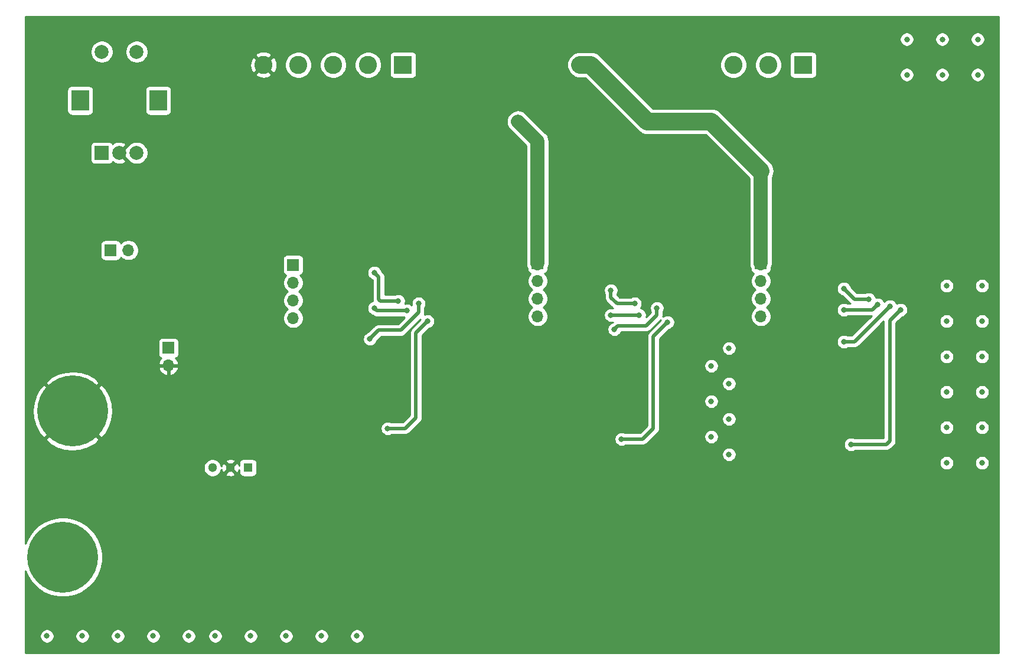
<source format=gbl>
%TF.GenerationSoftware,KiCad,Pcbnew,5.1.10*%
%TF.CreationDate,2021-11-08T18:51:25+01:00*%
%TF.ProjectId,PCB_BLDC,5043425f-424c-4444-932e-6b696361645f,V1*%
%TF.SameCoordinates,Original*%
%TF.FileFunction,Copper,L2,Bot*%
%TF.FilePolarity,Positive*%
%FSLAX46Y46*%
G04 Gerber Fmt 4.6, Leading zero omitted, Abs format (unit mm)*
G04 Created by KiCad (PCBNEW 5.1.10) date 2021-11-08 18:51:25*
%MOMM*%
%LPD*%
G01*
G04 APERTURE LIST*
%TA.AperFunction,ComponentPad*%
%ADD10O,1.700000X1.700000*%
%TD*%
%TA.AperFunction,ComponentPad*%
%ADD11R,1.700000X1.700000*%
%TD*%
%TA.AperFunction,ComponentPad*%
%ADD12R,2.000000X2.000000*%
%TD*%
%TA.AperFunction,ComponentPad*%
%ADD13C,2.000000*%
%TD*%
%TA.AperFunction,ComponentPad*%
%ADD14R,2.500000X3.000000*%
%TD*%
%TA.AperFunction,ComponentPad*%
%ADD15C,10.160000*%
%TD*%
%TA.AperFunction,ComponentPad*%
%ADD16C,2.600000*%
%TD*%
%TA.AperFunction,ComponentPad*%
%ADD17R,2.600000X2.600000*%
%TD*%
%TA.AperFunction,ComponentPad*%
%ADD18C,1.300000*%
%TD*%
%TA.AperFunction,ComponentPad*%
%ADD19R,1.300000X1.300000*%
%TD*%
%TA.AperFunction,ViaPad*%
%ADD20C,0.800000*%
%TD*%
%TA.AperFunction,Conductor*%
%ADD21C,0.500000*%
%TD*%
%TA.AperFunction,Conductor*%
%ADD22C,2.500000*%
%TD*%
%TA.AperFunction,Conductor*%
%ADD23C,2.000000*%
%TD*%
%TA.AperFunction,Conductor*%
%ADD24C,0.254000*%
%TD*%
%TA.AperFunction,Conductor*%
%ADD25C,0.100000*%
%TD*%
G04 APERTURE END LIST*
D10*
%TO.P,J9,2*%
%TO.N,GND*%
X51714400Y-121869200D03*
D11*
%TO.P,J9,1*%
%TO.N,/VCC_5V*%
X51714400Y-119329200D03*
%TD*%
D10*
%TO.P,J5,4*%
%TO.N,/L1_IS*%
X69596000Y-115062000D03*
%TO.P,J5,3*%
%TO.N,/L1_INH*%
X69596000Y-112522000D03*
%TO.P,J5,2*%
%TO.N,/L1_IN*%
X69596000Y-109982000D03*
D11*
%TO.P,J5,1*%
%TO.N,Net-(C26-Pad1)*%
X69596000Y-107442000D03*
%TD*%
D10*
%TO.P,J7,4*%
%TO.N,/L3_IS*%
X136652000Y-114808000D03*
%TO.P,J7,3*%
%TO.N,/L3_INH*%
X136652000Y-112268000D03*
%TO.P,J7,2*%
%TO.N,/L3_IN*%
X136652000Y-109728000D03*
D11*
%TO.P,J7,1*%
%TO.N,Net-(C28-Pad1)*%
X136652000Y-107188000D03*
%TD*%
D10*
%TO.P,J6,4*%
%TO.N,/L2_IS*%
X104648000Y-114808000D03*
%TO.P,J6,3*%
%TO.N,/L2_INH*%
X104648000Y-112268000D03*
%TO.P,J6,2*%
%TO.N,/L2_IN*%
X104648000Y-109728000D03*
D11*
%TO.P,J6,1*%
%TO.N,Net-(C27-Pad1)*%
X104648000Y-107188000D03*
%TD*%
D10*
%TO.P,J4,2*%
%TO.N,/Rot_B_Pull_Up*%
X45974000Y-105333800D03*
D11*
%TO.P,J4,1*%
%TO.N,/Rot_A_Pull_Up*%
X43434000Y-105333800D03*
%TD*%
D12*
%TO.P,SW1,A*%
%TO.N,Net-(R16-Pad1)*%
X42164000Y-91363800D03*
D13*
%TO.P,SW1,C*%
%TO.N,GND*%
X44664000Y-91363800D03*
%TO.P,SW1,B*%
%TO.N,Net-(R17-Pad1)*%
X47164000Y-91363800D03*
D14*
%TO.P,SW1,MP*%
%TO.N,N/C*%
X39064000Y-83863800D03*
X50264000Y-83863800D03*
D13*
%TO.P,SW1,S1*%
X42164000Y-76863800D03*
%TO.P,SW1,S2*%
X47164000Y-76863800D03*
%TD*%
D15*
%TO.P,J8,1*%
%TO.N,/VCC_Unregulated*%
X36576000Y-149352000D03*
%TD*%
D16*
%TO.P,J3,5*%
%TO.N,GND*%
X65344000Y-78740000D03*
%TO.P,J3,4*%
%TO.N,/VCC_5V*%
X70344000Y-78740000D03*
%TO.P,J3,3*%
%TO.N,/L1_Sense*%
X75344000Y-78740000D03*
%TO.P,J3,2*%
%TO.N,/L2_Sense*%
X80344000Y-78740000D03*
D17*
%TO.P,J3,1*%
%TO.N,/L3_Sense*%
X85344000Y-78740000D03*
%TD*%
D16*
%TO.P,J2,3*%
%TO.N,/L1_Motor*%
X132715000Y-78740000D03*
%TO.P,J2,2*%
%TO.N,/L2_Motor*%
X137715000Y-78740000D03*
D17*
%TO.P,J2,1*%
%TO.N,/L3_Motor*%
X142715000Y-78740000D03*
%TD*%
D15*
%TO.P,J1,1*%
%TO.N,GND*%
X37973000Y-128397000D03*
%TD*%
D18*
%TO.P,U1,2*%
%TO.N,GND*%
X60579000Y-136525000D03*
D19*
%TO.P,U1,1*%
%TO.N,Net-(D2-Pad1)*%
X63119000Y-136525000D03*
D18*
%TO.P,U1,3*%
%TO.N,/VCC_5V*%
X58039000Y-136525000D03*
%TD*%
D20*
%TO.N,*%
X129540000Y-121920000D03*
X129540000Y-132080000D03*
X132080000Y-119380000D03*
X132080000Y-129540000D03*
X129540000Y-127000000D03*
X132080000Y-124460000D03*
X132080000Y-134620000D03*
X78740000Y-160655000D03*
X73660000Y-160655000D03*
X68580000Y-160655000D03*
X63500000Y-160655000D03*
X58420000Y-160655000D03*
X54610000Y-160655000D03*
X49530000Y-160655000D03*
X44450000Y-160655000D03*
X39370000Y-160655000D03*
X34290000Y-160655000D03*
X168351200Y-110439200D03*
X168351200Y-115519200D03*
X168351200Y-120599200D03*
X168351200Y-125679200D03*
X168351200Y-130759200D03*
X163271200Y-130759200D03*
X163271200Y-125679200D03*
X163271200Y-120599200D03*
X163271200Y-115519200D03*
X163271200Y-110439200D03*
X163271200Y-135839200D03*
X168351200Y-135839200D03*
X157581600Y-80162400D03*
X167741600Y-75082400D03*
X167741600Y-80162400D03*
X162661600Y-80162400D03*
X162661600Y-75082400D03*
X157581600Y-75082400D03*
%TO.N,GND*%
X36068000Y-116332000D03*
X47650400Y-124409200D03*
X46228000Y-121412000D03*
X46228000Y-131572000D03*
X46228000Y-136652000D03*
X41148000Y-136652000D03*
X41148000Y-141732000D03*
X46228000Y-141732000D03*
X46228000Y-126492000D03*
X36068000Y-136652000D03*
X36068000Y-141732000D03*
X102870000Y-160655000D03*
X97790000Y-160655000D03*
X92710000Y-160655000D03*
X87630000Y-160655000D03*
X82550000Y-160655000D03*
X138811000Y-104013000D03*
X143891000Y-91313000D03*
X148971000Y-121793000D03*
X148971000Y-126873000D03*
X149352000Y-137668000D03*
X117967750Y-119776250D03*
X115951000Y-124333000D03*
X115951000Y-119253000D03*
X81407000Y-125857000D03*
X81407000Y-120777000D03*
X73787000Y-105537000D03*
X99060000Y-121920000D03*
X99060000Y-127000000D03*
X96520000Y-124460000D03*
X96520000Y-119380000D03*
X96520000Y-129540000D03*
X99060000Y-132080000D03*
X78740000Y-91440000D03*
X73660000Y-91440000D03*
X132080000Y-86360000D03*
X129540000Y-83820000D03*
X124460000Y-83820000D03*
X116840000Y-86360000D03*
X114182200Y-104784200D03*
X109220000Y-104140000D03*
X147320000Y-104140000D03*
X66040000Y-124460000D03*
X63500000Y-121920000D03*
X66040000Y-119380000D03*
X63500000Y-116840000D03*
X66040000Y-114300000D03*
X63500000Y-111760000D03*
X66040000Y-109220000D03*
X63500000Y-106680000D03*
X60960000Y-109220000D03*
X60960000Y-114300000D03*
X60960000Y-119380000D03*
X93980000Y-121920000D03*
X101600000Y-124460000D03*
X101600000Y-129540000D03*
X93980000Y-127000000D03*
X101600000Y-104140000D03*
X93980000Y-109220000D03*
X93980000Y-116840000D03*
X99060000Y-116840000D03*
X76200000Y-88900000D03*
X76200000Y-93980000D03*
X109220000Y-93980000D03*
X111760000Y-91440000D03*
X101600000Y-91440000D03*
X96520000Y-91440000D03*
X99060000Y-88900000D03*
X66040000Y-93980000D03*
X66040000Y-99060000D03*
X63500000Y-96520000D03*
X60960000Y-99060000D03*
X60960000Y-104140000D03*
X60960000Y-124460000D03*
X100330000Y-140970000D03*
X97790000Y-140970000D03*
X95250000Y-140970000D03*
X92710000Y-140970000D03*
X88900000Y-140970000D03*
X85090000Y-140970000D03*
X81280000Y-140970000D03*
X77470000Y-140970000D03*
X73660000Y-140970000D03*
%TO.N,Net-(C11-Pad1)*%
X87579200Y-112979200D03*
X80594200Y-118059200D03*
%TO.N,Net-(R8-Pad1)*%
X85928200Y-113995200D03*
X81229200Y-113614200D03*
%TO.N,Net-(R9-Pad1)*%
X84658200Y-112598200D03*
X81229200Y-108534200D03*
%TO.N,Net-(C12-Pad1)*%
X121742200Y-113614200D03*
X115646200Y-116662200D03*
%TO.N,Net-(R11-Pad1)*%
X119202200Y-114630200D03*
X115138200Y-114630200D03*
%TO.N,Net-(R12-Pad1)*%
X118567200Y-112979200D03*
X115138200Y-111074200D03*
%TO.N,Net-(C13-Pad1)*%
X155143200Y-113360200D03*
X148539200Y-118440200D03*
%TO.N,Net-(R14-Pad1)*%
X153365200Y-113106200D03*
X148539200Y-113868200D03*
%TO.N,Net-(R15-Pad1)*%
X152095200Y-112344200D03*
X148539200Y-110820200D03*
%TO.N,Net-(C28-Pad1)*%
X121920000Y-86360000D03*
X127000000Y-86360000D03*
X110744000Y-78740000D03*
%TO.N,/L1_IS*%
X88849200Y-115519200D03*
X83134200Y-130886200D03*
%TO.N,/L2_IS*%
X123266200Y-115646200D03*
X116662200Y-132410200D03*
%TO.N,/L3_IS*%
X156667200Y-113868200D03*
X149555200Y-133172200D03*
%TO.N,Net-(C27-Pad1)*%
X101854000Y-86868000D03*
%TD*%
D21*
%TO.N,Net-(C11-Pad1)*%
X87579200Y-112979200D02*
X87579200Y-114249200D01*
X87579200Y-114249200D02*
X86309200Y-115519200D01*
X86309200Y-115519200D02*
X85039200Y-116789200D01*
X85039200Y-116789200D02*
X81864200Y-116789200D01*
X81864200Y-116789200D02*
X80594200Y-118059200D01*
X80594200Y-118059200D02*
X80594200Y-118059200D01*
%TO.N,Net-(R8-Pad1)*%
X85928200Y-113995200D02*
X81610200Y-113995200D01*
X81610200Y-113995200D02*
X81229200Y-113614200D01*
X81229200Y-113614200D02*
X81229200Y-113614200D01*
%TO.N,Net-(R9-Pad1)*%
X84658200Y-112598200D02*
X82118200Y-112598200D01*
X82118200Y-112598200D02*
X81864200Y-112344200D01*
X81864200Y-112344200D02*
X81864200Y-109169200D01*
X81864200Y-109169200D02*
X81229200Y-108534200D01*
X81229200Y-108534200D02*
X81229200Y-108534200D01*
X81229200Y-108534200D02*
X81229200Y-108534200D01*
%TO.N,Net-(C12-Pad1)*%
X121742200Y-113614200D02*
X121742200Y-114630200D01*
X121742200Y-114630200D02*
X120218200Y-116154200D01*
X120218200Y-116154200D02*
X116154200Y-116154200D01*
X116154200Y-116154200D02*
X115646200Y-116662200D01*
X115646200Y-116662200D02*
X115646200Y-116662200D01*
%TO.N,Net-(R11-Pad1)*%
X119202200Y-114630200D02*
X115138200Y-114630200D01*
X115138200Y-114630200D02*
X115138200Y-114630200D01*
%TO.N,Net-(R12-Pad1)*%
X118567200Y-112979200D02*
X116027200Y-112979200D01*
X116027200Y-112979200D02*
X115138200Y-112090200D01*
X115138200Y-112090200D02*
X115138200Y-111074200D01*
X115138200Y-111074200D02*
X115138200Y-111074200D01*
%TO.N,Net-(C13-Pad1)*%
X155143200Y-113360200D02*
X150063200Y-118440200D01*
X150063200Y-118440200D02*
X148539200Y-118440200D01*
X148539200Y-118440200D02*
X148539200Y-118440200D01*
%TO.N,Net-(R14-Pad1)*%
X153365200Y-113106200D02*
X152603200Y-113868200D01*
X152603200Y-113868200D02*
X149047200Y-113868200D01*
X149047200Y-113868200D02*
X149047200Y-113868200D01*
X149047200Y-113868200D02*
X148539200Y-113868200D01*
X148539200Y-113868200D02*
X148539200Y-113868200D01*
%TO.N,Net-(R15-Pad1)*%
X152095200Y-112344200D02*
X150063200Y-112344200D01*
X150063200Y-112344200D02*
X148539200Y-110820200D01*
X148539200Y-110820200D02*
X148539200Y-110820200D01*
D22*
%TO.N,Net-(C28-Pad1)*%
X110744000Y-78740000D02*
X112268000Y-78740000D01*
X112268000Y-78740000D02*
X120396000Y-86868000D01*
X120396000Y-86868000D02*
X129540000Y-86868000D01*
D23*
X136652000Y-93980000D02*
X136652000Y-107188000D01*
D22*
X129540000Y-86868000D02*
X136652000Y-93980000D01*
D21*
%TO.N,/L1_IS*%
X88849200Y-115519200D02*
X87579200Y-116789200D01*
X87579200Y-116789200D02*
X87706200Y-116662200D01*
X87706200Y-116662200D02*
X87198200Y-117170200D01*
X87198200Y-117170200D02*
X87198200Y-129362200D01*
X87198200Y-129362200D02*
X85674200Y-130886200D01*
X85674200Y-130886200D02*
X83134200Y-130886200D01*
X83134200Y-130886200D02*
X83134200Y-130886200D01*
%TO.N,/L2_IS*%
X123266200Y-115646200D02*
X121742200Y-117170200D01*
X121742200Y-117170200D02*
X121234200Y-117678200D01*
X121234200Y-117678200D02*
X121234200Y-130886200D01*
X121234200Y-130886200D02*
X120726200Y-131394200D01*
X120726200Y-131394200D02*
X119710200Y-132410200D01*
X119710200Y-132410200D02*
X116662200Y-132410200D01*
X116662200Y-132410200D02*
X116662200Y-132410200D01*
%TO.N,/L3_IS*%
X156667200Y-113868200D02*
X155143200Y-115392200D01*
X155143200Y-115392200D02*
X155143200Y-132664200D01*
X155143200Y-132664200D02*
X154635200Y-133172200D01*
X154635200Y-133172200D02*
X149555200Y-133172200D01*
X149555200Y-133172200D02*
X149555200Y-133172200D01*
X149555200Y-133172200D02*
X149555200Y-133172200D01*
D23*
%TO.N,Net-(C27-Pad1)*%
X104648000Y-89662000D02*
X101854000Y-86868000D01*
X104648000Y-107188000D02*
X104648000Y-89662000D01*
%TD*%
D24*
%TO.N,GND*%
X170740001Y-163120000D02*
X31190000Y-163120000D01*
X31190000Y-160553061D01*
X33255000Y-160553061D01*
X33255000Y-160756939D01*
X33294774Y-160956898D01*
X33372795Y-161145256D01*
X33486063Y-161314774D01*
X33630226Y-161458937D01*
X33799744Y-161572205D01*
X33988102Y-161650226D01*
X34188061Y-161690000D01*
X34391939Y-161690000D01*
X34591898Y-161650226D01*
X34780256Y-161572205D01*
X34949774Y-161458937D01*
X35093937Y-161314774D01*
X35207205Y-161145256D01*
X35285226Y-160956898D01*
X35325000Y-160756939D01*
X35325000Y-160553061D01*
X38335000Y-160553061D01*
X38335000Y-160756939D01*
X38374774Y-160956898D01*
X38452795Y-161145256D01*
X38566063Y-161314774D01*
X38710226Y-161458937D01*
X38879744Y-161572205D01*
X39068102Y-161650226D01*
X39268061Y-161690000D01*
X39471939Y-161690000D01*
X39671898Y-161650226D01*
X39860256Y-161572205D01*
X40029774Y-161458937D01*
X40173937Y-161314774D01*
X40287205Y-161145256D01*
X40365226Y-160956898D01*
X40405000Y-160756939D01*
X40405000Y-160553061D01*
X43415000Y-160553061D01*
X43415000Y-160756939D01*
X43454774Y-160956898D01*
X43532795Y-161145256D01*
X43646063Y-161314774D01*
X43790226Y-161458937D01*
X43959744Y-161572205D01*
X44148102Y-161650226D01*
X44348061Y-161690000D01*
X44551939Y-161690000D01*
X44751898Y-161650226D01*
X44940256Y-161572205D01*
X45109774Y-161458937D01*
X45253937Y-161314774D01*
X45367205Y-161145256D01*
X45445226Y-160956898D01*
X45485000Y-160756939D01*
X45485000Y-160553061D01*
X48495000Y-160553061D01*
X48495000Y-160756939D01*
X48534774Y-160956898D01*
X48612795Y-161145256D01*
X48726063Y-161314774D01*
X48870226Y-161458937D01*
X49039744Y-161572205D01*
X49228102Y-161650226D01*
X49428061Y-161690000D01*
X49631939Y-161690000D01*
X49831898Y-161650226D01*
X50020256Y-161572205D01*
X50189774Y-161458937D01*
X50333937Y-161314774D01*
X50447205Y-161145256D01*
X50525226Y-160956898D01*
X50565000Y-160756939D01*
X50565000Y-160553061D01*
X53575000Y-160553061D01*
X53575000Y-160756939D01*
X53614774Y-160956898D01*
X53692795Y-161145256D01*
X53806063Y-161314774D01*
X53950226Y-161458937D01*
X54119744Y-161572205D01*
X54308102Y-161650226D01*
X54508061Y-161690000D01*
X54711939Y-161690000D01*
X54911898Y-161650226D01*
X55100256Y-161572205D01*
X55269774Y-161458937D01*
X55413937Y-161314774D01*
X55527205Y-161145256D01*
X55605226Y-160956898D01*
X55645000Y-160756939D01*
X55645000Y-160553061D01*
X57385000Y-160553061D01*
X57385000Y-160756939D01*
X57424774Y-160956898D01*
X57502795Y-161145256D01*
X57616063Y-161314774D01*
X57760226Y-161458937D01*
X57929744Y-161572205D01*
X58118102Y-161650226D01*
X58318061Y-161690000D01*
X58521939Y-161690000D01*
X58721898Y-161650226D01*
X58910256Y-161572205D01*
X59079774Y-161458937D01*
X59223937Y-161314774D01*
X59337205Y-161145256D01*
X59415226Y-160956898D01*
X59455000Y-160756939D01*
X59455000Y-160553061D01*
X62465000Y-160553061D01*
X62465000Y-160756939D01*
X62504774Y-160956898D01*
X62582795Y-161145256D01*
X62696063Y-161314774D01*
X62840226Y-161458937D01*
X63009744Y-161572205D01*
X63198102Y-161650226D01*
X63398061Y-161690000D01*
X63601939Y-161690000D01*
X63801898Y-161650226D01*
X63990256Y-161572205D01*
X64159774Y-161458937D01*
X64303937Y-161314774D01*
X64417205Y-161145256D01*
X64495226Y-160956898D01*
X64535000Y-160756939D01*
X64535000Y-160553061D01*
X67545000Y-160553061D01*
X67545000Y-160756939D01*
X67584774Y-160956898D01*
X67662795Y-161145256D01*
X67776063Y-161314774D01*
X67920226Y-161458937D01*
X68089744Y-161572205D01*
X68278102Y-161650226D01*
X68478061Y-161690000D01*
X68681939Y-161690000D01*
X68881898Y-161650226D01*
X69070256Y-161572205D01*
X69239774Y-161458937D01*
X69383937Y-161314774D01*
X69497205Y-161145256D01*
X69575226Y-160956898D01*
X69615000Y-160756939D01*
X69615000Y-160553061D01*
X72625000Y-160553061D01*
X72625000Y-160756939D01*
X72664774Y-160956898D01*
X72742795Y-161145256D01*
X72856063Y-161314774D01*
X73000226Y-161458937D01*
X73169744Y-161572205D01*
X73358102Y-161650226D01*
X73558061Y-161690000D01*
X73761939Y-161690000D01*
X73961898Y-161650226D01*
X74150256Y-161572205D01*
X74319774Y-161458937D01*
X74463937Y-161314774D01*
X74577205Y-161145256D01*
X74655226Y-160956898D01*
X74695000Y-160756939D01*
X74695000Y-160553061D01*
X77705000Y-160553061D01*
X77705000Y-160756939D01*
X77744774Y-160956898D01*
X77822795Y-161145256D01*
X77936063Y-161314774D01*
X78080226Y-161458937D01*
X78249744Y-161572205D01*
X78438102Y-161650226D01*
X78638061Y-161690000D01*
X78841939Y-161690000D01*
X79041898Y-161650226D01*
X79230256Y-161572205D01*
X79399774Y-161458937D01*
X79543937Y-161314774D01*
X79657205Y-161145256D01*
X79735226Y-160956898D01*
X79775000Y-160756939D01*
X79775000Y-160553061D01*
X79735226Y-160353102D01*
X79657205Y-160164744D01*
X79543937Y-159995226D01*
X79399774Y-159851063D01*
X79230256Y-159737795D01*
X79041898Y-159659774D01*
X78841939Y-159620000D01*
X78638061Y-159620000D01*
X78438102Y-159659774D01*
X78249744Y-159737795D01*
X78080226Y-159851063D01*
X77936063Y-159995226D01*
X77822795Y-160164744D01*
X77744774Y-160353102D01*
X77705000Y-160553061D01*
X74695000Y-160553061D01*
X74655226Y-160353102D01*
X74577205Y-160164744D01*
X74463937Y-159995226D01*
X74319774Y-159851063D01*
X74150256Y-159737795D01*
X73961898Y-159659774D01*
X73761939Y-159620000D01*
X73558061Y-159620000D01*
X73358102Y-159659774D01*
X73169744Y-159737795D01*
X73000226Y-159851063D01*
X72856063Y-159995226D01*
X72742795Y-160164744D01*
X72664774Y-160353102D01*
X72625000Y-160553061D01*
X69615000Y-160553061D01*
X69575226Y-160353102D01*
X69497205Y-160164744D01*
X69383937Y-159995226D01*
X69239774Y-159851063D01*
X69070256Y-159737795D01*
X68881898Y-159659774D01*
X68681939Y-159620000D01*
X68478061Y-159620000D01*
X68278102Y-159659774D01*
X68089744Y-159737795D01*
X67920226Y-159851063D01*
X67776063Y-159995226D01*
X67662795Y-160164744D01*
X67584774Y-160353102D01*
X67545000Y-160553061D01*
X64535000Y-160553061D01*
X64495226Y-160353102D01*
X64417205Y-160164744D01*
X64303937Y-159995226D01*
X64159774Y-159851063D01*
X63990256Y-159737795D01*
X63801898Y-159659774D01*
X63601939Y-159620000D01*
X63398061Y-159620000D01*
X63198102Y-159659774D01*
X63009744Y-159737795D01*
X62840226Y-159851063D01*
X62696063Y-159995226D01*
X62582795Y-160164744D01*
X62504774Y-160353102D01*
X62465000Y-160553061D01*
X59455000Y-160553061D01*
X59415226Y-160353102D01*
X59337205Y-160164744D01*
X59223937Y-159995226D01*
X59079774Y-159851063D01*
X58910256Y-159737795D01*
X58721898Y-159659774D01*
X58521939Y-159620000D01*
X58318061Y-159620000D01*
X58118102Y-159659774D01*
X57929744Y-159737795D01*
X57760226Y-159851063D01*
X57616063Y-159995226D01*
X57502795Y-160164744D01*
X57424774Y-160353102D01*
X57385000Y-160553061D01*
X55645000Y-160553061D01*
X55605226Y-160353102D01*
X55527205Y-160164744D01*
X55413937Y-159995226D01*
X55269774Y-159851063D01*
X55100256Y-159737795D01*
X54911898Y-159659774D01*
X54711939Y-159620000D01*
X54508061Y-159620000D01*
X54308102Y-159659774D01*
X54119744Y-159737795D01*
X53950226Y-159851063D01*
X53806063Y-159995226D01*
X53692795Y-160164744D01*
X53614774Y-160353102D01*
X53575000Y-160553061D01*
X50565000Y-160553061D01*
X50525226Y-160353102D01*
X50447205Y-160164744D01*
X50333937Y-159995226D01*
X50189774Y-159851063D01*
X50020256Y-159737795D01*
X49831898Y-159659774D01*
X49631939Y-159620000D01*
X49428061Y-159620000D01*
X49228102Y-159659774D01*
X49039744Y-159737795D01*
X48870226Y-159851063D01*
X48726063Y-159995226D01*
X48612795Y-160164744D01*
X48534774Y-160353102D01*
X48495000Y-160553061D01*
X45485000Y-160553061D01*
X45445226Y-160353102D01*
X45367205Y-160164744D01*
X45253937Y-159995226D01*
X45109774Y-159851063D01*
X44940256Y-159737795D01*
X44751898Y-159659774D01*
X44551939Y-159620000D01*
X44348061Y-159620000D01*
X44148102Y-159659774D01*
X43959744Y-159737795D01*
X43790226Y-159851063D01*
X43646063Y-159995226D01*
X43532795Y-160164744D01*
X43454774Y-160353102D01*
X43415000Y-160553061D01*
X40405000Y-160553061D01*
X40365226Y-160353102D01*
X40287205Y-160164744D01*
X40173937Y-159995226D01*
X40029774Y-159851063D01*
X39860256Y-159737795D01*
X39671898Y-159659774D01*
X39471939Y-159620000D01*
X39268061Y-159620000D01*
X39068102Y-159659774D01*
X38879744Y-159737795D01*
X38710226Y-159851063D01*
X38566063Y-159995226D01*
X38452795Y-160164744D01*
X38374774Y-160353102D01*
X38335000Y-160553061D01*
X35325000Y-160553061D01*
X35285226Y-160353102D01*
X35207205Y-160164744D01*
X35093937Y-159995226D01*
X34949774Y-159851063D01*
X34780256Y-159737795D01*
X34591898Y-159659774D01*
X34391939Y-159620000D01*
X34188061Y-159620000D01*
X33988102Y-159659774D01*
X33799744Y-159737795D01*
X33630226Y-159851063D01*
X33486063Y-159995226D01*
X33372795Y-160164744D01*
X33294774Y-160353102D01*
X33255000Y-160553061D01*
X31190000Y-160553061D01*
X31190000Y-151283059D01*
X31511433Y-152059067D01*
X32136870Y-152995100D01*
X32932900Y-153791130D01*
X33868933Y-154416567D01*
X34908996Y-154847375D01*
X36013122Y-155067000D01*
X37138878Y-155067000D01*
X38243004Y-154847375D01*
X39283067Y-154416567D01*
X40219100Y-153791130D01*
X41015130Y-152995100D01*
X41640567Y-152059067D01*
X42071375Y-151019004D01*
X42291000Y-149914878D01*
X42291000Y-148789122D01*
X42071375Y-147684996D01*
X41640567Y-146644933D01*
X41015130Y-145708900D01*
X40219100Y-144912870D01*
X39283067Y-144287433D01*
X38243004Y-143856625D01*
X37138878Y-143637000D01*
X36013122Y-143637000D01*
X34908996Y-143856625D01*
X33868933Y-144287433D01*
X32932900Y-144912870D01*
X32136870Y-145708900D01*
X31511433Y-146644933D01*
X31190000Y-147420941D01*
X31190000Y-136398439D01*
X56754000Y-136398439D01*
X56754000Y-136651561D01*
X56803381Y-136899821D01*
X56900247Y-137133676D01*
X57040875Y-137344140D01*
X57219860Y-137523125D01*
X57430324Y-137663753D01*
X57664179Y-137760619D01*
X57912439Y-137810000D01*
X58165561Y-137810000D01*
X58413821Y-137760619D01*
X58647676Y-137663753D01*
X58858140Y-137523125D01*
X58970738Y-137410527D01*
X59873078Y-137410527D01*
X59926466Y-137639201D01*
X60156374Y-137745095D01*
X60402524Y-137804102D01*
X60655455Y-137813952D01*
X60905449Y-137774270D01*
X61142896Y-137686578D01*
X61231534Y-137639201D01*
X61284922Y-137410527D01*
X60579000Y-136704605D01*
X59873078Y-137410527D01*
X58970738Y-137410527D01*
X59037125Y-137344140D01*
X59177753Y-137133676D01*
X59274619Y-136899821D01*
X59309540Y-136724256D01*
X59329730Y-136851449D01*
X59417422Y-137088896D01*
X59464799Y-137177534D01*
X59693473Y-137230922D01*
X60399395Y-136525000D01*
X60758605Y-136525000D01*
X61464527Y-137230922D01*
X61693201Y-137177534D01*
X61799095Y-136947626D01*
X61830928Y-136814833D01*
X61830928Y-137175000D01*
X61843188Y-137299482D01*
X61879498Y-137419180D01*
X61938463Y-137529494D01*
X62017815Y-137626185D01*
X62114506Y-137705537D01*
X62224820Y-137764502D01*
X62344518Y-137800812D01*
X62469000Y-137813072D01*
X63769000Y-137813072D01*
X63893482Y-137800812D01*
X64013180Y-137764502D01*
X64123494Y-137705537D01*
X64220185Y-137626185D01*
X64299537Y-137529494D01*
X64358502Y-137419180D01*
X64394812Y-137299482D01*
X64407072Y-137175000D01*
X64407072Y-135875000D01*
X64394812Y-135750518D01*
X64390791Y-135737261D01*
X162236200Y-135737261D01*
X162236200Y-135941139D01*
X162275974Y-136141098D01*
X162353995Y-136329456D01*
X162467263Y-136498974D01*
X162611426Y-136643137D01*
X162780944Y-136756405D01*
X162969302Y-136834426D01*
X163169261Y-136874200D01*
X163373139Y-136874200D01*
X163573098Y-136834426D01*
X163761456Y-136756405D01*
X163930974Y-136643137D01*
X164075137Y-136498974D01*
X164188405Y-136329456D01*
X164266426Y-136141098D01*
X164306200Y-135941139D01*
X164306200Y-135737261D01*
X167316200Y-135737261D01*
X167316200Y-135941139D01*
X167355974Y-136141098D01*
X167433995Y-136329456D01*
X167547263Y-136498974D01*
X167691426Y-136643137D01*
X167860944Y-136756405D01*
X168049302Y-136834426D01*
X168249261Y-136874200D01*
X168453139Y-136874200D01*
X168653098Y-136834426D01*
X168841456Y-136756405D01*
X169010974Y-136643137D01*
X169155137Y-136498974D01*
X169268405Y-136329456D01*
X169346426Y-136141098D01*
X169386200Y-135941139D01*
X169386200Y-135737261D01*
X169346426Y-135537302D01*
X169268405Y-135348944D01*
X169155137Y-135179426D01*
X169010974Y-135035263D01*
X168841456Y-134921995D01*
X168653098Y-134843974D01*
X168453139Y-134804200D01*
X168249261Y-134804200D01*
X168049302Y-134843974D01*
X167860944Y-134921995D01*
X167691426Y-135035263D01*
X167547263Y-135179426D01*
X167433995Y-135348944D01*
X167355974Y-135537302D01*
X167316200Y-135737261D01*
X164306200Y-135737261D01*
X164266426Y-135537302D01*
X164188405Y-135348944D01*
X164075137Y-135179426D01*
X163930974Y-135035263D01*
X163761456Y-134921995D01*
X163573098Y-134843974D01*
X163373139Y-134804200D01*
X163169261Y-134804200D01*
X162969302Y-134843974D01*
X162780944Y-134921995D01*
X162611426Y-135035263D01*
X162467263Y-135179426D01*
X162353995Y-135348944D01*
X162275974Y-135537302D01*
X162236200Y-135737261D01*
X64390791Y-135737261D01*
X64358502Y-135630820D01*
X64299537Y-135520506D01*
X64220185Y-135423815D01*
X64123494Y-135344463D01*
X64013180Y-135285498D01*
X63893482Y-135249188D01*
X63769000Y-135236928D01*
X62469000Y-135236928D01*
X62344518Y-135249188D01*
X62224820Y-135285498D01*
X62114506Y-135344463D01*
X62017815Y-135423815D01*
X61938463Y-135520506D01*
X61879498Y-135630820D01*
X61843188Y-135750518D01*
X61830928Y-135875000D01*
X61830928Y-136215296D01*
X61828270Y-136198551D01*
X61740578Y-135961104D01*
X61693201Y-135872466D01*
X61464527Y-135819078D01*
X60758605Y-136525000D01*
X60399395Y-136525000D01*
X59693473Y-135819078D01*
X59464799Y-135872466D01*
X59358905Y-136102374D01*
X59307644Y-136316211D01*
X59274619Y-136150179D01*
X59177753Y-135916324D01*
X59037125Y-135705860D01*
X58970738Y-135639473D01*
X59873078Y-135639473D01*
X60579000Y-136345395D01*
X61284922Y-135639473D01*
X61231534Y-135410799D01*
X61001626Y-135304905D01*
X60755476Y-135245898D01*
X60502545Y-135236048D01*
X60252551Y-135275730D01*
X60015104Y-135363422D01*
X59926466Y-135410799D01*
X59873078Y-135639473D01*
X58970738Y-135639473D01*
X58858140Y-135526875D01*
X58647676Y-135386247D01*
X58413821Y-135289381D01*
X58165561Y-135240000D01*
X57912439Y-135240000D01*
X57664179Y-135289381D01*
X57430324Y-135386247D01*
X57219860Y-135526875D01*
X57040875Y-135705860D01*
X56900247Y-135916324D01*
X56803381Y-136150179D01*
X56754000Y-136398439D01*
X31190000Y-136398439D01*
X31190000Y-134518061D01*
X131045000Y-134518061D01*
X131045000Y-134721939D01*
X131084774Y-134921898D01*
X131162795Y-135110256D01*
X131276063Y-135279774D01*
X131420226Y-135423937D01*
X131589744Y-135537205D01*
X131778102Y-135615226D01*
X131978061Y-135655000D01*
X132181939Y-135655000D01*
X132381898Y-135615226D01*
X132570256Y-135537205D01*
X132739774Y-135423937D01*
X132883937Y-135279774D01*
X132997205Y-135110256D01*
X133075226Y-134921898D01*
X133115000Y-134721939D01*
X133115000Y-134518061D01*
X133075226Y-134318102D01*
X132997205Y-134129744D01*
X132883937Y-133960226D01*
X132739774Y-133816063D01*
X132570256Y-133702795D01*
X132381898Y-133624774D01*
X132181939Y-133585000D01*
X131978061Y-133585000D01*
X131778102Y-133624774D01*
X131589744Y-133702795D01*
X131420226Y-133816063D01*
X131276063Y-133960226D01*
X131162795Y-134129744D01*
X131084774Y-134318102D01*
X131045000Y-134518061D01*
X31190000Y-134518061D01*
X31190000Y-132434196D01*
X34115409Y-132434196D01*
X34701124Y-133116416D01*
X35684704Y-133664045D01*
X36756223Y-134009265D01*
X37874501Y-134138808D01*
X38996565Y-134047697D01*
X40079294Y-133739433D01*
X41081079Y-133225863D01*
X41244876Y-133116416D01*
X41830591Y-132434196D01*
X37973000Y-128576605D01*
X34115409Y-132434196D01*
X31190000Y-132434196D01*
X31190000Y-128298501D01*
X32231192Y-128298501D01*
X32322303Y-129420565D01*
X32630567Y-130503294D01*
X33144137Y-131505079D01*
X33253584Y-131668876D01*
X33935804Y-132254591D01*
X37793395Y-128397000D01*
X38152605Y-128397000D01*
X42010196Y-132254591D01*
X42692416Y-131668876D01*
X43240045Y-130685296D01*
X43585265Y-129613777D01*
X43714808Y-128495499D01*
X43623697Y-127373435D01*
X43315433Y-126290706D01*
X42801863Y-125288921D01*
X42692416Y-125125124D01*
X42010196Y-124539409D01*
X38152605Y-128397000D01*
X37793395Y-128397000D01*
X33935804Y-124539409D01*
X33253584Y-125125124D01*
X32705955Y-126108704D01*
X32360735Y-127180223D01*
X32231192Y-128298501D01*
X31190000Y-128298501D01*
X31190000Y-124359804D01*
X34115409Y-124359804D01*
X37973000Y-128217395D01*
X41830591Y-124359804D01*
X41244876Y-123677584D01*
X40261296Y-123129955D01*
X39189777Y-122784735D01*
X38071499Y-122655192D01*
X36949435Y-122746303D01*
X35866706Y-123054567D01*
X34864921Y-123568137D01*
X34701124Y-123677584D01*
X34115409Y-124359804D01*
X31190000Y-124359804D01*
X31190000Y-122226090D01*
X50272924Y-122226090D01*
X50317575Y-122373299D01*
X50442759Y-122636120D01*
X50616812Y-122869469D01*
X50833045Y-123064378D01*
X51083148Y-123213357D01*
X51357509Y-123310681D01*
X51587400Y-123190014D01*
X51587400Y-121996200D01*
X51841400Y-121996200D01*
X51841400Y-123190014D01*
X52071291Y-123310681D01*
X52345652Y-123213357D01*
X52595755Y-123064378D01*
X52811988Y-122869469D01*
X52986041Y-122636120D01*
X53111225Y-122373299D01*
X53155876Y-122226090D01*
X53034555Y-121996200D01*
X51841400Y-121996200D01*
X51587400Y-121996200D01*
X50394245Y-121996200D01*
X50272924Y-122226090D01*
X31190000Y-122226090D01*
X31190000Y-118479200D01*
X50226328Y-118479200D01*
X50226328Y-120179200D01*
X50238588Y-120303682D01*
X50274898Y-120423380D01*
X50333863Y-120533694D01*
X50413215Y-120630385D01*
X50509906Y-120709737D01*
X50620220Y-120768702D01*
X50700866Y-120793166D01*
X50616812Y-120868931D01*
X50442759Y-121102280D01*
X50317575Y-121365101D01*
X50272924Y-121512310D01*
X50394245Y-121742200D01*
X51587400Y-121742200D01*
X51587400Y-121722200D01*
X51841400Y-121722200D01*
X51841400Y-121742200D01*
X53034555Y-121742200D01*
X53155876Y-121512310D01*
X53111225Y-121365101D01*
X52986041Y-121102280D01*
X52811988Y-120868931D01*
X52727934Y-120793166D01*
X52808580Y-120768702D01*
X52918894Y-120709737D01*
X53015585Y-120630385D01*
X53094937Y-120533694D01*
X53153902Y-120423380D01*
X53190212Y-120303682D01*
X53202472Y-120179200D01*
X53202472Y-118479200D01*
X53190212Y-118354718D01*
X53153902Y-118235020D01*
X53094937Y-118124706D01*
X53015585Y-118028015D01*
X52929371Y-117957261D01*
X79559200Y-117957261D01*
X79559200Y-118161139D01*
X79598974Y-118361098D01*
X79676995Y-118549456D01*
X79790263Y-118718974D01*
X79934426Y-118863137D01*
X80103944Y-118976405D01*
X80292302Y-119054426D01*
X80492261Y-119094200D01*
X80696139Y-119094200D01*
X80896098Y-119054426D01*
X81084456Y-118976405D01*
X81253974Y-118863137D01*
X81398137Y-118718974D01*
X81511405Y-118549456D01*
X81589426Y-118361098D01*
X81600735Y-118304243D01*
X82230779Y-117674200D01*
X84995731Y-117674200D01*
X85039200Y-117678481D01*
X85082669Y-117674200D01*
X85082677Y-117674200D01*
X85212690Y-117661395D01*
X85379513Y-117610789D01*
X85533259Y-117528611D01*
X85668017Y-117418017D01*
X85695734Y-117384244D01*
X86965732Y-116114247D01*
X86965736Y-116114242D01*
X87851813Y-115228166D01*
X87842665Y-115274156D01*
X87111154Y-116005668D01*
X86603156Y-116513666D01*
X86569383Y-116541383D01*
X86458789Y-116676142D01*
X86376611Y-116829888D01*
X86374851Y-116835691D01*
X86326005Y-116996710D01*
X86325433Y-117002514D01*
X86313200Y-117126724D01*
X86313200Y-117126731D01*
X86308919Y-117170200D01*
X86313200Y-117213669D01*
X86313201Y-128995620D01*
X85307622Y-130001200D01*
X83672654Y-130001200D01*
X83624456Y-129968995D01*
X83436098Y-129890974D01*
X83236139Y-129851200D01*
X83032261Y-129851200D01*
X82832302Y-129890974D01*
X82643944Y-129968995D01*
X82474426Y-130082263D01*
X82330263Y-130226426D01*
X82216995Y-130395944D01*
X82138974Y-130584302D01*
X82099200Y-130784261D01*
X82099200Y-130988139D01*
X82138974Y-131188098D01*
X82216995Y-131376456D01*
X82330263Y-131545974D01*
X82474426Y-131690137D01*
X82643944Y-131803405D01*
X82832302Y-131881426D01*
X83032261Y-131921200D01*
X83236139Y-131921200D01*
X83436098Y-131881426D01*
X83624456Y-131803405D01*
X83672654Y-131771200D01*
X85630731Y-131771200D01*
X85674200Y-131775481D01*
X85717669Y-131771200D01*
X85717677Y-131771200D01*
X85847690Y-131758395D01*
X86014513Y-131707789D01*
X86168259Y-131625611D01*
X86303017Y-131515017D01*
X86330734Y-131481244D01*
X87793249Y-130018730D01*
X87827017Y-129991017D01*
X87937611Y-129856259D01*
X88019789Y-129702513D01*
X88070395Y-129535690D01*
X88083200Y-129405677D01*
X88083200Y-129405667D01*
X88087481Y-129362201D01*
X88083200Y-129318735D01*
X88083200Y-117536778D01*
X88362732Y-117257246D01*
X89094244Y-116525735D01*
X89151098Y-116514426D01*
X89339456Y-116436405D01*
X89508974Y-116323137D01*
X89653137Y-116178974D01*
X89766405Y-116009456D01*
X89844426Y-115821098D01*
X89884200Y-115621139D01*
X89884200Y-115417261D01*
X89844426Y-115217302D01*
X89766405Y-115028944D01*
X89653137Y-114859426D01*
X89508974Y-114715263D01*
X89339456Y-114601995D01*
X89151098Y-114523974D01*
X88951139Y-114484200D01*
X88747261Y-114484200D01*
X88547302Y-114523974D01*
X88402472Y-114583965D01*
X88451395Y-114422690D01*
X88464200Y-114292677D01*
X88464200Y-114292667D01*
X88468481Y-114249201D01*
X88464200Y-114205735D01*
X88464200Y-113517654D01*
X88496405Y-113469456D01*
X88574426Y-113281098D01*
X88614200Y-113081139D01*
X88614200Y-112877261D01*
X88574426Y-112677302D01*
X88496405Y-112488944D01*
X88383137Y-112319426D01*
X88238974Y-112175263D01*
X88069456Y-112061995D01*
X87881098Y-111983974D01*
X87681139Y-111944200D01*
X87477261Y-111944200D01*
X87277302Y-111983974D01*
X87088944Y-112061995D01*
X86919426Y-112175263D01*
X86775263Y-112319426D01*
X86661995Y-112488944D01*
X86583974Y-112677302D01*
X86544200Y-112877261D01*
X86544200Y-113081139D01*
X86562753Y-113174411D01*
X86418456Y-113077995D01*
X86230098Y-112999974D01*
X86030139Y-112960200D01*
X85826261Y-112960200D01*
X85626302Y-112999974D01*
X85609105Y-113007097D01*
X85653426Y-112900098D01*
X85693200Y-112700139D01*
X85693200Y-112496261D01*
X85653426Y-112296302D01*
X85575405Y-112107944D01*
X85462137Y-111938426D01*
X85317974Y-111794263D01*
X85148456Y-111680995D01*
X84960098Y-111602974D01*
X84760139Y-111563200D01*
X84556261Y-111563200D01*
X84356302Y-111602974D01*
X84167944Y-111680995D01*
X84119746Y-111713200D01*
X82749200Y-111713200D01*
X82749200Y-109212669D01*
X82753481Y-109169200D01*
X82749200Y-109125731D01*
X82749200Y-109125723D01*
X82736395Y-108995710D01*
X82699630Y-108874513D01*
X82685789Y-108828886D01*
X82603611Y-108675141D01*
X82520732Y-108574153D01*
X82520730Y-108574151D01*
X82493017Y-108540383D01*
X82459249Y-108512670D01*
X82235735Y-108289156D01*
X82224426Y-108232302D01*
X82146405Y-108043944D01*
X82033137Y-107874426D01*
X81888974Y-107730263D01*
X81719456Y-107616995D01*
X81531098Y-107538974D01*
X81331139Y-107499200D01*
X81127261Y-107499200D01*
X80927302Y-107538974D01*
X80738944Y-107616995D01*
X80569426Y-107730263D01*
X80425263Y-107874426D01*
X80311995Y-108043944D01*
X80233974Y-108232302D01*
X80194200Y-108432261D01*
X80194200Y-108636139D01*
X80233974Y-108836098D01*
X80311995Y-109024456D01*
X80425263Y-109193974D01*
X80569426Y-109338137D01*
X80738944Y-109451405D01*
X80927302Y-109529426D01*
X80979201Y-109539749D01*
X80979200Y-112300731D01*
X80974919Y-112344200D01*
X80979200Y-112387669D01*
X80979200Y-112387676D01*
X80992005Y-112517689D01*
X81017300Y-112601073D01*
X80927302Y-112618974D01*
X80738944Y-112696995D01*
X80569426Y-112810263D01*
X80425263Y-112954426D01*
X80311995Y-113123944D01*
X80233974Y-113312302D01*
X80194200Y-113512261D01*
X80194200Y-113716139D01*
X80233974Y-113916098D01*
X80311995Y-114104456D01*
X80425263Y-114273974D01*
X80569426Y-114418137D01*
X80738944Y-114531405D01*
X80927302Y-114609426D01*
X80977623Y-114619435D01*
X80981383Y-114624017D01*
X81116141Y-114734611D01*
X81269887Y-114816789D01*
X81436710Y-114867395D01*
X81566723Y-114880200D01*
X81566733Y-114880200D01*
X81610199Y-114884481D01*
X81653665Y-114880200D01*
X85389746Y-114880200D01*
X85437944Y-114912405D01*
X85598084Y-114978737D01*
X84672622Y-115904200D01*
X81907665Y-115904200D01*
X81864199Y-115899919D01*
X81820733Y-115904200D01*
X81820723Y-115904200D01*
X81690710Y-115917005D01*
X81523887Y-115967611D01*
X81370141Y-116049789D01*
X81370139Y-116049790D01*
X81370140Y-116049790D01*
X81269153Y-116132668D01*
X81269151Y-116132670D01*
X81235383Y-116160383D01*
X81207670Y-116194151D01*
X80349157Y-117052665D01*
X80292302Y-117063974D01*
X80103944Y-117141995D01*
X79934426Y-117255263D01*
X79790263Y-117399426D01*
X79676995Y-117568944D01*
X79598974Y-117757302D01*
X79559200Y-117957261D01*
X52929371Y-117957261D01*
X52918894Y-117948663D01*
X52808580Y-117889698D01*
X52688882Y-117853388D01*
X52564400Y-117841128D01*
X50864400Y-117841128D01*
X50739918Y-117853388D01*
X50620220Y-117889698D01*
X50509906Y-117948663D01*
X50413215Y-118028015D01*
X50333863Y-118124706D01*
X50274898Y-118235020D01*
X50238588Y-118354718D01*
X50226328Y-118479200D01*
X31190000Y-118479200D01*
X31190000Y-104483800D01*
X41945928Y-104483800D01*
X41945928Y-106183800D01*
X41958188Y-106308282D01*
X41994498Y-106427980D01*
X42053463Y-106538294D01*
X42132815Y-106634985D01*
X42229506Y-106714337D01*
X42339820Y-106773302D01*
X42459518Y-106809612D01*
X42584000Y-106821872D01*
X44284000Y-106821872D01*
X44408482Y-106809612D01*
X44528180Y-106773302D01*
X44638494Y-106714337D01*
X44735185Y-106634985D01*
X44814537Y-106538294D01*
X44873502Y-106427980D01*
X44895513Y-106355420D01*
X45027368Y-106487275D01*
X45270589Y-106649790D01*
X45540842Y-106761732D01*
X45827740Y-106818800D01*
X46120260Y-106818800D01*
X46407158Y-106761732D01*
X46677411Y-106649790D01*
X46763899Y-106592000D01*
X68107928Y-106592000D01*
X68107928Y-108292000D01*
X68120188Y-108416482D01*
X68156498Y-108536180D01*
X68215463Y-108646494D01*
X68294815Y-108743185D01*
X68391506Y-108822537D01*
X68501820Y-108881502D01*
X68574380Y-108903513D01*
X68442525Y-109035368D01*
X68280010Y-109278589D01*
X68168068Y-109548842D01*
X68111000Y-109835740D01*
X68111000Y-110128260D01*
X68168068Y-110415158D01*
X68280010Y-110685411D01*
X68442525Y-110928632D01*
X68649368Y-111135475D01*
X68823760Y-111252000D01*
X68649368Y-111368525D01*
X68442525Y-111575368D01*
X68280010Y-111818589D01*
X68168068Y-112088842D01*
X68111000Y-112375740D01*
X68111000Y-112668260D01*
X68168068Y-112955158D01*
X68280010Y-113225411D01*
X68442525Y-113468632D01*
X68649368Y-113675475D01*
X68823760Y-113792000D01*
X68649368Y-113908525D01*
X68442525Y-114115368D01*
X68280010Y-114358589D01*
X68168068Y-114628842D01*
X68111000Y-114915740D01*
X68111000Y-115208260D01*
X68168068Y-115495158D01*
X68280010Y-115765411D01*
X68442525Y-116008632D01*
X68649368Y-116215475D01*
X68892589Y-116377990D01*
X69162842Y-116489932D01*
X69449740Y-116547000D01*
X69742260Y-116547000D01*
X70029158Y-116489932D01*
X70299411Y-116377990D01*
X70542632Y-116215475D01*
X70749475Y-116008632D01*
X70911990Y-115765411D01*
X71023932Y-115495158D01*
X71081000Y-115208260D01*
X71081000Y-114915740D01*
X71023932Y-114628842D01*
X70911990Y-114358589D01*
X70749475Y-114115368D01*
X70542632Y-113908525D01*
X70368240Y-113792000D01*
X70542632Y-113675475D01*
X70749475Y-113468632D01*
X70911990Y-113225411D01*
X71023932Y-112955158D01*
X71081000Y-112668260D01*
X71081000Y-112375740D01*
X71023932Y-112088842D01*
X70911990Y-111818589D01*
X70749475Y-111575368D01*
X70542632Y-111368525D01*
X70368240Y-111252000D01*
X70542632Y-111135475D01*
X70749475Y-110928632D01*
X70911990Y-110685411D01*
X71023932Y-110415158D01*
X71081000Y-110128260D01*
X71081000Y-109835740D01*
X71023932Y-109548842D01*
X70911990Y-109278589D01*
X70749475Y-109035368D01*
X70617620Y-108903513D01*
X70690180Y-108881502D01*
X70800494Y-108822537D01*
X70897185Y-108743185D01*
X70976537Y-108646494D01*
X71035502Y-108536180D01*
X71071812Y-108416482D01*
X71084072Y-108292000D01*
X71084072Y-106592000D01*
X71071812Y-106467518D01*
X71035502Y-106347820D01*
X70976537Y-106237506D01*
X70897185Y-106140815D01*
X70800494Y-106061463D01*
X70690180Y-106002498D01*
X70570482Y-105966188D01*
X70446000Y-105953928D01*
X68746000Y-105953928D01*
X68621518Y-105966188D01*
X68501820Y-106002498D01*
X68391506Y-106061463D01*
X68294815Y-106140815D01*
X68215463Y-106237506D01*
X68156498Y-106347820D01*
X68120188Y-106467518D01*
X68107928Y-106592000D01*
X46763899Y-106592000D01*
X46920632Y-106487275D01*
X47127475Y-106280432D01*
X47289990Y-106037211D01*
X47401932Y-105766958D01*
X47459000Y-105480060D01*
X47459000Y-105187540D01*
X47401932Y-104900642D01*
X47289990Y-104630389D01*
X47127475Y-104387168D01*
X46920632Y-104180325D01*
X46677411Y-104017810D01*
X46407158Y-103905868D01*
X46120260Y-103848800D01*
X45827740Y-103848800D01*
X45540842Y-103905868D01*
X45270589Y-104017810D01*
X45027368Y-104180325D01*
X44895513Y-104312180D01*
X44873502Y-104239620D01*
X44814537Y-104129306D01*
X44735185Y-104032615D01*
X44638494Y-103953263D01*
X44528180Y-103894298D01*
X44408482Y-103857988D01*
X44284000Y-103845728D01*
X42584000Y-103845728D01*
X42459518Y-103857988D01*
X42339820Y-103894298D01*
X42229506Y-103953263D01*
X42132815Y-104032615D01*
X42053463Y-104129306D01*
X41994498Y-104239620D01*
X41958188Y-104359318D01*
X41945928Y-104483800D01*
X31190000Y-104483800D01*
X31190000Y-90363800D01*
X40525928Y-90363800D01*
X40525928Y-92363800D01*
X40538188Y-92488282D01*
X40574498Y-92607980D01*
X40633463Y-92718294D01*
X40712815Y-92814985D01*
X40809506Y-92894337D01*
X40919820Y-92953302D01*
X41039518Y-92989612D01*
X41164000Y-93001872D01*
X43164000Y-93001872D01*
X43288482Y-92989612D01*
X43408180Y-92953302D01*
X43518494Y-92894337D01*
X43615185Y-92814985D01*
X43694537Y-92718294D01*
X43749976Y-92614577D01*
X43803956Y-92763614D01*
X44093571Y-92904504D01*
X44405108Y-92986184D01*
X44726595Y-93005518D01*
X45045675Y-92961761D01*
X45350088Y-92856595D01*
X45524044Y-92763614D01*
X45619808Y-92499213D01*
X44664000Y-91543405D01*
X44649858Y-91557548D01*
X44470253Y-91377943D01*
X44484395Y-91363800D01*
X44843605Y-91363800D01*
X45799413Y-92319608D01*
X45829075Y-92308865D01*
X45894013Y-92406052D01*
X46121748Y-92633787D01*
X46389537Y-92812718D01*
X46687088Y-92935968D01*
X47002967Y-92998800D01*
X47325033Y-92998800D01*
X47640912Y-92935968D01*
X47938463Y-92812718D01*
X48206252Y-92633787D01*
X48433987Y-92406052D01*
X48612918Y-92138263D01*
X48736168Y-91840712D01*
X48799000Y-91524833D01*
X48799000Y-91202767D01*
X48736168Y-90886888D01*
X48612918Y-90589337D01*
X48433987Y-90321548D01*
X48206252Y-90093813D01*
X47938463Y-89914882D01*
X47640912Y-89791632D01*
X47325033Y-89728800D01*
X47002967Y-89728800D01*
X46687088Y-89791632D01*
X46389537Y-89914882D01*
X46121748Y-90093813D01*
X45894013Y-90321548D01*
X45829075Y-90418735D01*
X45799413Y-90407992D01*
X44843605Y-91363800D01*
X44484395Y-91363800D01*
X44470253Y-91349658D01*
X44649858Y-91170053D01*
X44664000Y-91184195D01*
X45619808Y-90228387D01*
X45524044Y-89963986D01*
X45234429Y-89823096D01*
X44922892Y-89741416D01*
X44601405Y-89722082D01*
X44282325Y-89765839D01*
X43977912Y-89871005D01*
X43803956Y-89963986D01*
X43749976Y-90113023D01*
X43694537Y-90009306D01*
X43615185Y-89912615D01*
X43518494Y-89833263D01*
X43408180Y-89774298D01*
X43288482Y-89737988D01*
X43164000Y-89725728D01*
X41164000Y-89725728D01*
X41039518Y-89737988D01*
X40919820Y-89774298D01*
X40809506Y-89833263D01*
X40712815Y-89912615D01*
X40633463Y-90009306D01*
X40574498Y-90119620D01*
X40538188Y-90239318D01*
X40525928Y-90363800D01*
X31190000Y-90363800D01*
X31190000Y-86868000D01*
X100211089Y-86868000D01*
X100242658Y-87188516D01*
X100336148Y-87496714D01*
X100487970Y-87780752D01*
X100641085Y-87967323D01*
X103013001Y-90339241D01*
X103013000Y-107268321D01*
X103036657Y-107508515D01*
X103130148Y-107816714D01*
X103159928Y-107872428D01*
X103159928Y-108038000D01*
X103172188Y-108162482D01*
X103208498Y-108282180D01*
X103267463Y-108392494D01*
X103346815Y-108489185D01*
X103443506Y-108568537D01*
X103553820Y-108627502D01*
X103626380Y-108649513D01*
X103494525Y-108781368D01*
X103332010Y-109024589D01*
X103220068Y-109294842D01*
X103163000Y-109581740D01*
X103163000Y-109874260D01*
X103220068Y-110161158D01*
X103332010Y-110431411D01*
X103494525Y-110674632D01*
X103701368Y-110881475D01*
X103875760Y-110998000D01*
X103701368Y-111114525D01*
X103494525Y-111321368D01*
X103332010Y-111564589D01*
X103220068Y-111834842D01*
X103163000Y-112121740D01*
X103163000Y-112414260D01*
X103220068Y-112701158D01*
X103332010Y-112971411D01*
X103494525Y-113214632D01*
X103701368Y-113421475D01*
X103875760Y-113538000D01*
X103701368Y-113654525D01*
X103494525Y-113861368D01*
X103332010Y-114104589D01*
X103220068Y-114374842D01*
X103163000Y-114661740D01*
X103163000Y-114954260D01*
X103220068Y-115241158D01*
X103332010Y-115511411D01*
X103494525Y-115754632D01*
X103701368Y-115961475D01*
X103944589Y-116123990D01*
X104214842Y-116235932D01*
X104501740Y-116293000D01*
X104794260Y-116293000D01*
X105081158Y-116235932D01*
X105351411Y-116123990D01*
X105594632Y-115961475D01*
X105801475Y-115754632D01*
X105963990Y-115511411D01*
X106075932Y-115241158D01*
X106133000Y-114954260D01*
X106133000Y-114661740D01*
X106075932Y-114374842D01*
X105963990Y-114104589D01*
X105801475Y-113861368D01*
X105594632Y-113654525D01*
X105420240Y-113538000D01*
X105594632Y-113421475D01*
X105801475Y-113214632D01*
X105963990Y-112971411D01*
X106075932Y-112701158D01*
X106133000Y-112414260D01*
X106133000Y-112121740D01*
X106075932Y-111834842D01*
X105963990Y-111564589D01*
X105801475Y-111321368D01*
X105594632Y-111114525D01*
X105420240Y-110998000D01*
X105458761Y-110972261D01*
X114103200Y-110972261D01*
X114103200Y-111176139D01*
X114142974Y-111376098D01*
X114220995Y-111564456D01*
X114253200Y-111612655D01*
X114253200Y-112046730D01*
X114248919Y-112090200D01*
X114253200Y-112133669D01*
X114253200Y-112133676D01*
X114263651Y-112239789D01*
X114265434Y-112257887D01*
X114266005Y-112263689D01*
X114316611Y-112430512D01*
X114398789Y-112584258D01*
X114509383Y-112719017D01*
X114543156Y-112746734D01*
X115370670Y-113574249D01*
X115398383Y-113608017D01*
X115428393Y-113632646D01*
X115240139Y-113595200D01*
X115036261Y-113595200D01*
X114836302Y-113634974D01*
X114647944Y-113712995D01*
X114478426Y-113826263D01*
X114334263Y-113970426D01*
X114220995Y-114139944D01*
X114142974Y-114328302D01*
X114103200Y-114528261D01*
X114103200Y-114732139D01*
X114142974Y-114932098D01*
X114220995Y-115120456D01*
X114334263Y-115289974D01*
X114478426Y-115434137D01*
X114647944Y-115547405D01*
X114836302Y-115625426D01*
X115036261Y-115665200D01*
X115240139Y-115665200D01*
X115429235Y-115627587D01*
X115401157Y-115655665D01*
X115344302Y-115666974D01*
X115155944Y-115744995D01*
X114986426Y-115858263D01*
X114842263Y-116002426D01*
X114728995Y-116171944D01*
X114650974Y-116360302D01*
X114611200Y-116560261D01*
X114611200Y-116764139D01*
X114650974Y-116964098D01*
X114728995Y-117152456D01*
X114842263Y-117321974D01*
X114986426Y-117466137D01*
X115155944Y-117579405D01*
X115344302Y-117657426D01*
X115544261Y-117697200D01*
X115748139Y-117697200D01*
X115948098Y-117657426D01*
X116136456Y-117579405D01*
X116305974Y-117466137D01*
X116450137Y-117321974D01*
X116563405Y-117152456D01*
X116610318Y-117039200D01*
X120174731Y-117039200D01*
X120218200Y-117043481D01*
X120261669Y-117039200D01*
X120261677Y-117039200D01*
X120391690Y-117026395D01*
X120558513Y-116975789D01*
X120712259Y-116893611D01*
X120847017Y-116783017D01*
X120874734Y-116749244D01*
X122268813Y-115355166D01*
X122259665Y-115401156D01*
X121147154Y-116513668D01*
X120639156Y-117021666D01*
X120605383Y-117049383D01*
X120494789Y-117184142D01*
X120412611Y-117337888D01*
X120393281Y-117401610D01*
X120362005Y-117504710D01*
X120361433Y-117510514D01*
X120349200Y-117634724D01*
X120349200Y-117634731D01*
X120344919Y-117678200D01*
X120349200Y-117721669D01*
X120349201Y-130519621D01*
X120131159Y-130737663D01*
X120131153Y-130737668D01*
X119343622Y-131525200D01*
X117200654Y-131525200D01*
X117152456Y-131492995D01*
X116964098Y-131414974D01*
X116764139Y-131375200D01*
X116560261Y-131375200D01*
X116360302Y-131414974D01*
X116171944Y-131492995D01*
X116002426Y-131606263D01*
X115858263Y-131750426D01*
X115744995Y-131919944D01*
X115666974Y-132108302D01*
X115627200Y-132308261D01*
X115627200Y-132512139D01*
X115666974Y-132712098D01*
X115744995Y-132900456D01*
X115858263Y-133069974D01*
X116002426Y-133214137D01*
X116171944Y-133327405D01*
X116360302Y-133405426D01*
X116560261Y-133445200D01*
X116764139Y-133445200D01*
X116964098Y-133405426D01*
X117152456Y-133327405D01*
X117200654Y-133295200D01*
X119666731Y-133295200D01*
X119710200Y-133299481D01*
X119753669Y-133295200D01*
X119753677Y-133295200D01*
X119883690Y-133282395D01*
X120050513Y-133231789D01*
X120204259Y-133149611D01*
X120339017Y-133039017D01*
X120366734Y-133005244D01*
X121382732Y-131989247D01*
X121382737Y-131989241D01*
X121393917Y-131978061D01*
X128505000Y-131978061D01*
X128505000Y-132181939D01*
X128544774Y-132381898D01*
X128622795Y-132570256D01*
X128736063Y-132739774D01*
X128880226Y-132883937D01*
X129049744Y-132997205D01*
X129238102Y-133075226D01*
X129438061Y-133115000D01*
X129641939Y-133115000D01*
X129841898Y-133075226D01*
X130030256Y-132997205D01*
X130199774Y-132883937D01*
X130343937Y-132739774D01*
X130457205Y-132570256D01*
X130535226Y-132381898D01*
X130575000Y-132181939D01*
X130575000Y-131978061D01*
X130535226Y-131778102D01*
X130457205Y-131589744D01*
X130343937Y-131420226D01*
X130199774Y-131276063D01*
X130030256Y-131162795D01*
X129841898Y-131084774D01*
X129641939Y-131045000D01*
X129438061Y-131045000D01*
X129238102Y-131084774D01*
X129049744Y-131162795D01*
X128880226Y-131276063D01*
X128736063Y-131420226D01*
X128622795Y-131589744D01*
X128544774Y-131778102D01*
X128505000Y-131978061D01*
X121393917Y-131978061D01*
X121829246Y-131542732D01*
X121863017Y-131515017D01*
X121973611Y-131380259D01*
X122055789Y-131226513D01*
X122106395Y-131059690D01*
X122119200Y-130929677D01*
X122119200Y-130929667D01*
X122123481Y-130886201D01*
X122119200Y-130842735D01*
X122119200Y-129438061D01*
X131045000Y-129438061D01*
X131045000Y-129641939D01*
X131084774Y-129841898D01*
X131162795Y-130030256D01*
X131276063Y-130199774D01*
X131420226Y-130343937D01*
X131589744Y-130457205D01*
X131778102Y-130535226D01*
X131978061Y-130575000D01*
X132181939Y-130575000D01*
X132381898Y-130535226D01*
X132570256Y-130457205D01*
X132739774Y-130343937D01*
X132883937Y-130199774D01*
X132997205Y-130030256D01*
X133075226Y-129841898D01*
X133115000Y-129641939D01*
X133115000Y-129438061D01*
X133075226Y-129238102D01*
X132997205Y-129049744D01*
X132883937Y-128880226D01*
X132739774Y-128736063D01*
X132570256Y-128622795D01*
X132381898Y-128544774D01*
X132181939Y-128505000D01*
X131978061Y-128505000D01*
X131778102Y-128544774D01*
X131589744Y-128622795D01*
X131420226Y-128736063D01*
X131276063Y-128880226D01*
X131162795Y-129049744D01*
X131084774Y-129238102D01*
X131045000Y-129438061D01*
X122119200Y-129438061D01*
X122119200Y-126898061D01*
X128505000Y-126898061D01*
X128505000Y-127101939D01*
X128544774Y-127301898D01*
X128622795Y-127490256D01*
X128736063Y-127659774D01*
X128880226Y-127803937D01*
X129049744Y-127917205D01*
X129238102Y-127995226D01*
X129438061Y-128035000D01*
X129641939Y-128035000D01*
X129841898Y-127995226D01*
X130030256Y-127917205D01*
X130199774Y-127803937D01*
X130343937Y-127659774D01*
X130457205Y-127490256D01*
X130535226Y-127301898D01*
X130575000Y-127101939D01*
X130575000Y-126898061D01*
X130535226Y-126698102D01*
X130457205Y-126509744D01*
X130343937Y-126340226D01*
X130199774Y-126196063D01*
X130030256Y-126082795D01*
X129841898Y-126004774D01*
X129641939Y-125965000D01*
X129438061Y-125965000D01*
X129238102Y-126004774D01*
X129049744Y-126082795D01*
X128880226Y-126196063D01*
X128736063Y-126340226D01*
X128622795Y-126509744D01*
X128544774Y-126698102D01*
X128505000Y-126898061D01*
X122119200Y-126898061D01*
X122119200Y-124358061D01*
X131045000Y-124358061D01*
X131045000Y-124561939D01*
X131084774Y-124761898D01*
X131162795Y-124950256D01*
X131276063Y-125119774D01*
X131420226Y-125263937D01*
X131589744Y-125377205D01*
X131778102Y-125455226D01*
X131978061Y-125495000D01*
X132181939Y-125495000D01*
X132381898Y-125455226D01*
X132570256Y-125377205D01*
X132739774Y-125263937D01*
X132883937Y-125119774D01*
X132997205Y-124950256D01*
X133075226Y-124761898D01*
X133115000Y-124561939D01*
X133115000Y-124358061D01*
X133075226Y-124158102D01*
X132997205Y-123969744D01*
X132883937Y-123800226D01*
X132739774Y-123656063D01*
X132570256Y-123542795D01*
X132381898Y-123464774D01*
X132181939Y-123425000D01*
X131978061Y-123425000D01*
X131778102Y-123464774D01*
X131589744Y-123542795D01*
X131420226Y-123656063D01*
X131276063Y-123800226D01*
X131162795Y-123969744D01*
X131084774Y-124158102D01*
X131045000Y-124358061D01*
X122119200Y-124358061D01*
X122119200Y-121818061D01*
X128505000Y-121818061D01*
X128505000Y-122021939D01*
X128544774Y-122221898D01*
X128622795Y-122410256D01*
X128736063Y-122579774D01*
X128880226Y-122723937D01*
X129049744Y-122837205D01*
X129238102Y-122915226D01*
X129438061Y-122955000D01*
X129641939Y-122955000D01*
X129841898Y-122915226D01*
X130030256Y-122837205D01*
X130199774Y-122723937D01*
X130343937Y-122579774D01*
X130457205Y-122410256D01*
X130535226Y-122221898D01*
X130575000Y-122021939D01*
X130575000Y-121818061D01*
X130535226Y-121618102D01*
X130457205Y-121429744D01*
X130343937Y-121260226D01*
X130199774Y-121116063D01*
X130030256Y-121002795D01*
X129841898Y-120924774D01*
X129641939Y-120885000D01*
X129438061Y-120885000D01*
X129238102Y-120924774D01*
X129049744Y-121002795D01*
X128880226Y-121116063D01*
X128736063Y-121260226D01*
X128622795Y-121429744D01*
X128544774Y-121618102D01*
X128505000Y-121818061D01*
X122119200Y-121818061D01*
X122119200Y-119278061D01*
X131045000Y-119278061D01*
X131045000Y-119481939D01*
X131084774Y-119681898D01*
X131162795Y-119870256D01*
X131276063Y-120039774D01*
X131420226Y-120183937D01*
X131589744Y-120297205D01*
X131778102Y-120375226D01*
X131978061Y-120415000D01*
X132181939Y-120415000D01*
X132381898Y-120375226D01*
X132570256Y-120297205D01*
X132739774Y-120183937D01*
X132883937Y-120039774D01*
X132997205Y-119870256D01*
X133075226Y-119681898D01*
X133115000Y-119481939D01*
X133115000Y-119278061D01*
X133075226Y-119078102D01*
X132997205Y-118889744D01*
X132883937Y-118720226D01*
X132739774Y-118576063D01*
X132570256Y-118462795D01*
X132381898Y-118384774D01*
X132181939Y-118345000D01*
X131978061Y-118345000D01*
X131778102Y-118384774D01*
X131589744Y-118462795D01*
X131420226Y-118576063D01*
X131276063Y-118720226D01*
X131162795Y-118889744D01*
X131084774Y-119078102D01*
X131045000Y-119278061D01*
X122119200Y-119278061D01*
X122119200Y-118044778D01*
X122398732Y-117765246D01*
X123511244Y-116652735D01*
X123568098Y-116641426D01*
X123756456Y-116563405D01*
X123925974Y-116450137D01*
X124070137Y-116305974D01*
X124183405Y-116136456D01*
X124261426Y-115948098D01*
X124301200Y-115748139D01*
X124301200Y-115544261D01*
X124261426Y-115344302D01*
X124183405Y-115155944D01*
X124070137Y-114986426D01*
X123925974Y-114842263D01*
X123756456Y-114728995D01*
X123568098Y-114650974D01*
X123368139Y-114611200D01*
X123164261Y-114611200D01*
X122964302Y-114650974D01*
X122775944Y-114728995D01*
X122606426Y-114842263D01*
X122601069Y-114847620D01*
X122614395Y-114803690D01*
X122627200Y-114673677D01*
X122627200Y-114673667D01*
X122631481Y-114630201D01*
X122627200Y-114586735D01*
X122627200Y-114152654D01*
X122659405Y-114104456D01*
X122737426Y-113916098D01*
X122777200Y-113716139D01*
X122777200Y-113512261D01*
X122737426Y-113312302D01*
X122659405Y-113123944D01*
X122546137Y-112954426D01*
X122401974Y-112810263D01*
X122232456Y-112696995D01*
X122044098Y-112618974D01*
X121844139Y-112579200D01*
X121640261Y-112579200D01*
X121440302Y-112618974D01*
X121251944Y-112696995D01*
X121082426Y-112810263D01*
X120938263Y-112954426D01*
X120824995Y-113123944D01*
X120746974Y-113312302D01*
X120707200Y-113512261D01*
X120707200Y-113716139D01*
X120746974Y-113916098D01*
X120824995Y-114104456D01*
X120857201Y-114152655D01*
X120857201Y-114263621D01*
X120199587Y-114921235D01*
X120237200Y-114732139D01*
X120237200Y-114528261D01*
X120197426Y-114328302D01*
X120119405Y-114139944D01*
X120006137Y-113970426D01*
X119861974Y-113826263D01*
X119692456Y-113712995D01*
X119504098Y-113634974D01*
X119389095Y-113612099D01*
X119484405Y-113469456D01*
X119562426Y-113281098D01*
X119602200Y-113081139D01*
X119602200Y-112877261D01*
X119562426Y-112677302D01*
X119484405Y-112488944D01*
X119371137Y-112319426D01*
X119226974Y-112175263D01*
X119057456Y-112061995D01*
X118869098Y-111983974D01*
X118669139Y-111944200D01*
X118465261Y-111944200D01*
X118265302Y-111983974D01*
X118076944Y-112061995D01*
X118028746Y-112094200D01*
X116393779Y-112094200D01*
X116023200Y-111723622D01*
X116023200Y-111612654D01*
X116055405Y-111564456D01*
X116133426Y-111376098D01*
X116173200Y-111176139D01*
X116173200Y-110972261D01*
X116133426Y-110772302D01*
X116055405Y-110583944D01*
X115942137Y-110414426D01*
X115797974Y-110270263D01*
X115628456Y-110156995D01*
X115440098Y-110078974D01*
X115240139Y-110039200D01*
X115036261Y-110039200D01*
X114836302Y-110078974D01*
X114647944Y-110156995D01*
X114478426Y-110270263D01*
X114334263Y-110414426D01*
X114220995Y-110583944D01*
X114142974Y-110772302D01*
X114103200Y-110972261D01*
X105458761Y-110972261D01*
X105594632Y-110881475D01*
X105801475Y-110674632D01*
X105963990Y-110431411D01*
X106075932Y-110161158D01*
X106133000Y-109874260D01*
X106133000Y-109581740D01*
X106075932Y-109294842D01*
X105963990Y-109024589D01*
X105801475Y-108781368D01*
X105669620Y-108649513D01*
X105742180Y-108627502D01*
X105852494Y-108568537D01*
X105949185Y-108489185D01*
X106028537Y-108392494D01*
X106087502Y-108282180D01*
X106123812Y-108162482D01*
X106136072Y-108038000D01*
X106136072Y-107872429D01*
X106165852Y-107816715D01*
X106259343Y-107508516D01*
X106283000Y-107268322D01*
X106283000Y-89742322D01*
X106290911Y-89662000D01*
X106259343Y-89341483D01*
X106165852Y-89033285D01*
X106014031Y-88749248D01*
X105809714Y-88500286D01*
X105747324Y-88449084D01*
X102953323Y-85655085D01*
X102766752Y-85501970D01*
X102482714Y-85350148D01*
X102174516Y-85256658D01*
X101854000Y-85225089D01*
X101533484Y-85256658D01*
X101225286Y-85350148D01*
X100941248Y-85501970D01*
X100692287Y-85706287D01*
X100487970Y-85955248D01*
X100336148Y-86239286D01*
X100242658Y-86547484D01*
X100211089Y-86868000D01*
X31190000Y-86868000D01*
X31190000Y-82363800D01*
X37175928Y-82363800D01*
X37175928Y-85363800D01*
X37188188Y-85488282D01*
X37224498Y-85607980D01*
X37283463Y-85718294D01*
X37362815Y-85814985D01*
X37459506Y-85894337D01*
X37569820Y-85953302D01*
X37689518Y-85989612D01*
X37814000Y-86001872D01*
X40314000Y-86001872D01*
X40438482Y-85989612D01*
X40558180Y-85953302D01*
X40668494Y-85894337D01*
X40765185Y-85814985D01*
X40844537Y-85718294D01*
X40903502Y-85607980D01*
X40939812Y-85488282D01*
X40952072Y-85363800D01*
X40952072Y-82363800D01*
X48375928Y-82363800D01*
X48375928Y-85363800D01*
X48388188Y-85488282D01*
X48424498Y-85607980D01*
X48483463Y-85718294D01*
X48562815Y-85814985D01*
X48659506Y-85894337D01*
X48769820Y-85953302D01*
X48889518Y-85989612D01*
X49014000Y-86001872D01*
X51514000Y-86001872D01*
X51638482Y-85989612D01*
X51758180Y-85953302D01*
X51868494Y-85894337D01*
X51965185Y-85814985D01*
X52044537Y-85718294D01*
X52103502Y-85607980D01*
X52139812Y-85488282D01*
X52152072Y-85363800D01*
X52152072Y-82363800D01*
X52139812Y-82239318D01*
X52103502Y-82119620D01*
X52044537Y-82009306D01*
X51965185Y-81912615D01*
X51868494Y-81833263D01*
X51758180Y-81774298D01*
X51638482Y-81737988D01*
X51514000Y-81725728D01*
X49014000Y-81725728D01*
X48889518Y-81737988D01*
X48769820Y-81774298D01*
X48659506Y-81833263D01*
X48562815Y-81912615D01*
X48483463Y-82009306D01*
X48424498Y-82119620D01*
X48388188Y-82239318D01*
X48375928Y-82363800D01*
X40952072Y-82363800D01*
X40939812Y-82239318D01*
X40903502Y-82119620D01*
X40844537Y-82009306D01*
X40765185Y-81912615D01*
X40668494Y-81833263D01*
X40558180Y-81774298D01*
X40438482Y-81737988D01*
X40314000Y-81725728D01*
X37814000Y-81725728D01*
X37689518Y-81737988D01*
X37569820Y-81774298D01*
X37459506Y-81833263D01*
X37362815Y-81912615D01*
X37283463Y-82009306D01*
X37224498Y-82119620D01*
X37188188Y-82239318D01*
X37175928Y-82363800D01*
X31190000Y-82363800D01*
X31190000Y-80089224D01*
X64174381Y-80089224D01*
X64306317Y-80384312D01*
X64647045Y-80555159D01*
X65014557Y-80656250D01*
X65394729Y-80683701D01*
X65772951Y-80636457D01*
X66134690Y-80516333D01*
X66381683Y-80384312D01*
X66513619Y-80089224D01*
X65344000Y-78919605D01*
X64174381Y-80089224D01*
X31190000Y-80089224D01*
X31190000Y-78790729D01*
X63400299Y-78790729D01*
X63447543Y-79168951D01*
X63567667Y-79530690D01*
X63699688Y-79777683D01*
X63994776Y-79909619D01*
X65164395Y-78740000D01*
X65523605Y-78740000D01*
X66693224Y-79909619D01*
X66988312Y-79777683D01*
X67159159Y-79436955D01*
X67260250Y-79069443D01*
X67287701Y-78689271D01*
X67270232Y-78549419D01*
X68409000Y-78549419D01*
X68409000Y-78930581D01*
X68483361Y-79304419D01*
X68629225Y-79656566D01*
X68840987Y-79973491D01*
X69110509Y-80243013D01*
X69427434Y-80454775D01*
X69779581Y-80600639D01*
X70153419Y-80675000D01*
X70534581Y-80675000D01*
X70908419Y-80600639D01*
X71260566Y-80454775D01*
X71577491Y-80243013D01*
X71847013Y-79973491D01*
X72058775Y-79656566D01*
X72204639Y-79304419D01*
X72279000Y-78930581D01*
X72279000Y-78549419D01*
X73409000Y-78549419D01*
X73409000Y-78930581D01*
X73483361Y-79304419D01*
X73629225Y-79656566D01*
X73840987Y-79973491D01*
X74110509Y-80243013D01*
X74427434Y-80454775D01*
X74779581Y-80600639D01*
X75153419Y-80675000D01*
X75534581Y-80675000D01*
X75908419Y-80600639D01*
X76260566Y-80454775D01*
X76577491Y-80243013D01*
X76847013Y-79973491D01*
X77058775Y-79656566D01*
X77204639Y-79304419D01*
X77279000Y-78930581D01*
X77279000Y-78549419D01*
X78409000Y-78549419D01*
X78409000Y-78930581D01*
X78483361Y-79304419D01*
X78629225Y-79656566D01*
X78840987Y-79973491D01*
X79110509Y-80243013D01*
X79427434Y-80454775D01*
X79779581Y-80600639D01*
X80153419Y-80675000D01*
X80534581Y-80675000D01*
X80908419Y-80600639D01*
X81260566Y-80454775D01*
X81577491Y-80243013D01*
X81847013Y-79973491D01*
X82058775Y-79656566D01*
X82204639Y-79304419D01*
X82279000Y-78930581D01*
X82279000Y-78549419D01*
X82204639Y-78175581D01*
X82058775Y-77823434D01*
X81847013Y-77506509D01*
X81780504Y-77440000D01*
X83405928Y-77440000D01*
X83405928Y-80040000D01*
X83418188Y-80164482D01*
X83454498Y-80284180D01*
X83513463Y-80394494D01*
X83592815Y-80491185D01*
X83689506Y-80570537D01*
X83799820Y-80629502D01*
X83919518Y-80665812D01*
X84044000Y-80678072D01*
X86644000Y-80678072D01*
X86768482Y-80665812D01*
X86888180Y-80629502D01*
X86998494Y-80570537D01*
X87095185Y-80491185D01*
X87174537Y-80394494D01*
X87233502Y-80284180D01*
X87269812Y-80164482D01*
X87282072Y-80040000D01*
X87282072Y-78740000D01*
X108849880Y-78740000D01*
X108886275Y-79109524D01*
X108994061Y-79464848D01*
X109169097Y-79792317D01*
X109404655Y-80079345D01*
X109691683Y-80314903D01*
X110019152Y-80489939D01*
X110374476Y-80597725D01*
X110651403Y-80625000D01*
X111487208Y-80625000D01*
X118997630Y-88135423D01*
X119056655Y-88207345D01*
X119128577Y-88266370D01*
X119128579Y-88266372D01*
X119194979Y-88320864D01*
X119343683Y-88442903D01*
X119671152Y-88617939D01*
X120026476Y-88725725D01*
X120303403Y-88753000D01*
X120303411Y-88753000D01*
X120396000Y-88762119D01*
X120488589Y-88753000D01*
X128759208Y-88753000D01*
X135017000Y-95010793D01*
X135017001Y-107268322D01*
X135040658Y-107508516D01*
X135134149Y-107816715D01*
X135163928Y-107872428D01*
X135163928Y-108038000D01*
X135176188Y-108162482D01*
X135212498Y-108282180D01*
X135271463Y-108392494D01*
X135350815Y-108489185D01*
X135447506Y-108568537D01*
X135557820Y-108627502D01*
X135630380Y-108649513D01*
X135498525Y-108781368D01*
X135336010Y-109024589D01*
X135224068Y-109294842D01*
X135167000Y-109581740D01*
X135167000Y-109874260D01*
X135224068Y-110161158D01*
X135336010Y-110431411D01*
X135498525Y-110674632D01*
X135705368Y-110881475D01*
X135879760Y-110998000D01*
X135705368Y-111114525D01*
X135498525Y-111321368D01*
X135336010Y-111564589D01*
X135224068Y-111834842D01*
X135167000Y-112121740D01*
X135167000Y-112414260D01*
X135224068Y-112701158D01*
X135336010Y-112971411D01*
X135498525Y-113214632D01*
X135705368Y-113421475D01*
X135879760Y-113538000D01*
X135705368Y-113654525D01*
X135498525Y-113861368D01*
X135336010Y-114104589D01*
X135224068Y-114374842D01*
X135167000Y-114661740D01*
X135167000Y-114954260D01*
X135224068Y-115241158D01*
X135336010Y-115511411D01*
X135498525Y-115754632D01*
X135705368Y-115961475D01*
X135948589Y-116123990D01*
X136218842Y-116235932D01*
X136505740Y-116293000D01*
X136798260Y-116293000D01*
X137085158Y-116235932D01*
X137355411Y-116123990D01*
X137598632Y-115961475D01*
X137805475Y-115754632D01*
X137967990Y-115511411D01*
X138079932Y-115241158D01*
X138137000Y-114954260D01*
X138137000Y-114661740D01*
X138079932Y-114374842D01*
X137967990Y-114104589D01*
X137805475Y-113861368D01*
X137598632Y-113654525D01*
X137424240Y-113538000D01*
X137598632Y-113421475D01*
X137805475Y-113214632D01*
X137967990Y-112971411D01*
X138079932Y-112701158D01*
X138137000Y-112414260D01*
X138137000Y-112121740D01*
X138079932Y-111834842D01*
X137967990Y-111564589D01*
X137805475Y-111321368D01*
X137598632Y-111114525D01*
X137424240Y-110998000D01*
X137598632Y-110881475D01*
X137761846Y-110718261D01*
X147504200Y-110718261D01*
X147504200Y-110922139D01*
X147543974Y-111122098D01*
X147621995Y-111310456D01*
X147735263Y-111479974D01*
X147879426Y-111624137D01*
X148048944Y-111737405D01*
X148237302Y-111815426D01*
X148294157Y-111826735D01*
X149406670Y-112939249D01*
X149434383Y-112973017D01*
X149446791Y-112983200D01*
X149077654Y-112983200D01*
X149029456Y-112950995D01*
X148841098Y-112872974D01*
X148641139Y-112833200D01*
X148437261Y-112833200D01*
X148237302Y-112872974D01*
X148048944Y-112950995D01*
X147879426Y-113064263D01*
X147735263Y-113208426D01*
X147621995Y-113377944D01*
X147543974Y-113566302D01*
X147504200Y-113766261D01*
X147504200Y-113970139D01*
X147543974Y-114170098D01*
X147621995Y-114358456D01*
X147735263Y-114527974D01*
X147879426Y-114672137D01*
X148048944Y-114785405D01*
X148237302Y-114863426D01*
X148437261Y-114903200D01*
X148641139Y-114903200D01*
X148841098Y-114863426D01*
X149029456Y-114785405D01*
X149077654Y-114753200D01*
X152498621Y-114753200D01*
X149696622Y-117555200D01*
X149077654Y-117555200D01*
X149029456Y-117522995D01*
X148841098Y-117444974D01*
X148641139Y-117405200D01*
X148437261Y-117405200D01*
X148237302Y-117444974D01*
X148048944Y-117522995D01*
X147879426Y-117636263D01*
X147735263Y-117780426D01*
X147621995Y-117949944D01*
X147543974Y-118138302D01*
X147504200Y-118338261D01*
X147504200Y-118542139D01*
X147543974Y-118742098D01*
X147621995Y-118930456D01*
X147735263Y-119099974D01*
X147879426Y-119244137D01*
X148048944Y-119357405D01*
X148237302Y-119435426D01*
X148437261Y-119475200D01*
X148641139Y-119475200D01*
X148841098Y-119435426D01*
X149029456Y-119357405D01*
X149077654Y-119325200D01*
X150019731Y-119325200D01*
X150063200Y-119329481D01*
X150106669Y-119325200D01*
X150106677Y-119325200D01*
X150236690Y-119312395D01*
X150403513Y-119261789D01*
X150557259Y-119179611D01*
X150692017Y-119069017D01*
X150719734Y-119035244D01*
X154258200Y-115496779D01*
X154258201Y-132287200D01*
X150093654Y-132287200D01*
X150045456Y-132254995D01*
X149857098Y-132176974D01*
X149657139Y-132137200D01*
X149453261Y-132137200D01*
X149253302Y-132176974D01*
X149064944Y-132254995D01*
X148895426Y-132368263D01*
X148751263Y-132512426D01*
X148637995Y-132681944D01*
X148559974Y-132870302D01*
X148520200Y-133070261D01*
X148520200Y-133274139D01*
X148559974Y-133474098D01*
X148637995Y-133662456D01*
X148751263Y-133831974D01*
X148895426Y-133976137D01*
X149064944Y-134089405D01*
X149253302Y-134167426D01*
X149453261Y-134207200D01*
X149657139Y-134207200D01*
X149857098Y-134167426D01*
X150045456Y-134089405D01*
X150093654Y-134057200D01*
X154591731Y-134057200D01*
X154635200Y-134061481D01*
X154678669Y-134057200D01*
X154678677Y-134057200D01*
X154808690Y-134044395D01*
X154975513Y-133993789D01*
X155129259Y-133911611D01*
X155264017Y-133801017D01*
X155291734Y-133767244D01*
X155738244Y-133320734D01*
X155772017Y-133293017D01*
X155882611Y-133158259D01*
X155964789Y-133004513D01*
X156015395Y-132837690D01*
X156028200Y-132707677D01*
X156028200Y-132707667D01*
X156032481Y-132664201D01*
X156028200Y-132620735D01*
X156028200Y-130657261D01*
X162236200Y-130657261D01*
X162236200Y-130861139D01*
X162275974Y-131061098D01*
X162353995Y-131249456D01*
X162467263Y-131418974D01*
X162611426Y-131563137D01*
X162780944Y-131676405D01*
X162969302Y-131754426D01*
X163169261Y-131794200D01*
X163373139Y-131794200D01*
X163573098Y-131754426D01*
X163761456Y-131676405D01*
X163930974Y-131563137D01*
X164075137Y-131418974D01*
X164188405Y-131249456D01*
X164266426Y-131061098D01*
X164306200Y-130861139D01*
X164306200Y-130657261D01*
X167316200Y-130657261D01*
X167316200Y-130861139D01*
X167355974Y-131061098D01*
X167433995Y-131249456D01*
X167547263Y-131418974D01*
X167691426Y-131563137D01*
X167860944Y-131676405D01*
X168049302Y-131754426D01*
X168249261Y-131794200D01*
X168453139Y-131794200D01*
X168653098Y-131754426D01*
X168841456Y-131676405D01*
X169010974Y-131563137D01*
X169155137Y-131418974D01*
X169268405Y-131249456D01*
X169346426Y-131061098D01*
X169386200Y-130861139D01*
X169386200Y-130657261D01*
X169346426Y-130457302D01*
X169268405Y-130268944D01*
X169155137Y-130099426D01*
X169010974Y-129955263D01*
X168841456Y-129841995D01*
X168653098Y-129763974D01*
X168453139Y-129724200D01*
X168249261Y-129724200D01*
X168049302Y-129763974D01*
X167860944Y-129841995D01*
X167691426Y-129955263D01*
X167547263Y-130099426D01*
X167433995Y-130268944D01*
X167355974Y-130457302D01*
X167316200Y-130657261D01*
X164306200Y-130657261D01*
X164266426Y-130457302D01*
X164188405Y-130268944D01*
X164075137Y-130099426D01*
X163930974Y-129955263D01*
X163761456Y-129841995D01*
X163573098Y-129763974D01*
X163373139Y-129724200D01*
X163169261Y-129724200D01*
X162969302Y-129763974D01*
X162780944Y-129841995D01*
X162611426Y-129955263D01*
X162467263Y-130099426D01*
X162353995Y-130268944D01*
X162275974Y-130457302D01*
X162236200Y-130657261D01*
X156028200Y-130657261D01*
X156028200Y-125577261D01*
X162236200Y-125577261D01*
X162236200Y-125781139D01*
X162275974Y-125981098D01*
X162353995Y-126169456D01*
X162467263Y-126338974D01*
X162611426Y-126483137D01*
X162780944Y-126596405D01*
X162969302Y-126674426D01*
X163169261Y-126714200D01*
X163373139Y-126714200D01*
X163573098Y-126674426D01*
X163761456Y-126596405D01*
X163930974Y-126483137D01*
X164075137Y-126338974D01*
X164188405Y-126169456D01*
X164266426Y-125981098D01*
X164306200Y-125781139D01*
X164306200Y-125577261D01*
X167316200Y-125577261D01*
X167316200Y-125781139D01*
X167355974Y-125981098D01*
X167433995Y-126169456D01*
X167547263Y-126338974D01*
X167691426Y-126483137D01*
X167860944Y-126596405D01*
X168049302Y-126674426D01*
X168249261Y-126714200D01*
X168453139Y-126714200D01*
X168653098Y-126674426D01*
X168841456Y-126596405D01*
X169010974Y-126483137D01*
X169155137Y-126338974D01*
X169268405Y-126169456D01*
X169346426Y-125981098D01*
X169386200Y-125781139D01*
X169386200Y-125577261D01*
X169346426Y-125377302D01*
X169268405Y-125188944D01*
X169155137Y-125019426D01*
X169010974Y-124875263D01*
X168841456Y-124761995D01*
X168653098Y-124683974D01*
X168453139Y-124644200D01*
X168249261Y-124644200D01*
X168049302Y-124683974D01*
X167860944Y-124761995D01*
X167691426Y-124875263D01*
X167547263Y-125019426D01*
X167433995Y-125188944D01*
X167355974Y-125377302D01*
X167316200Y-125577261D01*
X164306200Y-125577261D01*
X164266426Y-125377302D01*
X164188405Y-125188944D01*
X164075137Y-125019426D01*
X163930974Y-124875263D01*
X163761456Y-124761995D01*
X163573098Y-124683974D01*
X163373139Y-124644200D01*
X163169261Y-124644200D01*
X162969302Y-124683974D01*
X162780944Y-124761995D01*
X162611426Y-124875263D01*
X162467263Y-125019426D01*
X162353995Y-125188944D01*
X162275974Y-125377302D01*
X162236200Y-125577261D01*
X156028200Y-125577261D01*
X156028200Y-120497261D01*
X162236200Y-120497261D01*
X162236200Y-120701139D01*
X162275974Y-120901098D01*
X162353995Y-121089456D01*
X162467263Y-121258974D01*
X162611426Y-121403137D01*
X162780944Y-121516405D01*
X162969302Y-121594426D01*
X163169261Y-121634200D01*
X163373139Y-121634200D01*
X163573098Y-121594426D01*
X163761456Y-121516405D01*
X163930974Y-121403137D01*
X164075137Y-121258974D01*
X164188405Y-121089456D01*
X164266426Y-120901098D01*
X164306200Y-120701139D01*
X164306200Y-120497261D01*
X167316200Y-120497261D01*
X167316200Y-120701139D01*
X167355974Y-120901098D01*
X167433995Y-121089456D01*
X167547263Y-121258974D01*
X167691426Y-121403137D01*
X167860944Y-121516405D01*
X168049302Y-121594426D01*
X168249261Y-121634200D01*
X168453139Y-121634200D01*
X168653098Y-121594426D01*
X168841456Y-121516405D01*
X169010974Y-121403137D01*
X169155137Y-121258974D01*
X169268405Y-121089456D01*
X169346426Y-120901098D01*
X169386200Y-120701139D01*
X169386200Y-120497261D01*
X169346426Y-120297302D01*
X169268405Y-120108944D01*
X169155137Y-119939426D01*
X169010974Y-119795263D01*
X168841456Y-119681995D01*
X168653098Y-119603974D01*
X168453139Y-119564200D01*
X168249261Y-119564200D01*
X168049302Y-119603974D01*
X167860944Y-119681995D01*
X167691426Y-119795263D01*
X167547263Y-119939426D01*
X167433995Y-120108944D01*
X167355974Y-120297302D01*
X167316200Y-120497261D01*
X164306200Y-120497261D01*
X164266426Y-120297302D01*
X164188405Y-120108944D01*
X164075137Y-119939426D01*
X163930974Y-119795263D01*
X163761456Y-119681995D01*
X163573098Y-119603974D01*
X163373139Y-119564200D01*
X163169261Y-119564200D01*
X162969302Y-119603974D01*
X162780944Y-119681995D01*
X162611426Y-119795263D01*
X162467263Y-119939426D01*
X162353995Y-120108944D01*
X162275974Y-120297302D01*
X162236200Y-120497261D01*
X156028200Y-120497261D01*
X156028200Y-115758778D01*
X156369717Y-115417261D01*
X162236200Y-115417261D01*
X162236200Y-115621139D01*
X162275974Y-115821098D01*
X162353995Y-116009456D01*
X162467263Y-116178974D01*
X162611426Y-116323137D01*
X162780944Y-116436405D01*
X162969302Y-116514426D01*
X163169261Y-116554200D01*
X163373139Y-116554200D01*
X163573098Y-116514426D01*
X163761456Y-116436405D01*
X163930974Y-116323137D01*
X164075137Y-116178974D01*
X164188405Y-116009456D01*
X164266426Y-115821098D01*
X164306200Y-115621139D01*
X164306200Y-115417261D01*
X167316200Y-115417261D01*
X167316200Y-115621139D01*
X167355974Y-115821098D01*
X167433995Y-116009456D01*
X167547263Y-116178974D01*
X167691426Y-116323137D01*
X167860944Y-116436405D01*
X168049302Y-116514426D01*
X168249261Y-116554200D01*
X168453139Y-116554200D01*
X168653098Y-116514426D01*
X168841456Y-116436405D01*
X169010974Y-116323137D01*
X169155137Y-116178974D01*
X169268405Y-116009456D01*
X169346426Y-115821098D01*
X169386200Y-115621139D01*
X169386200Y-115417261D01*
X169346426Y-115217302D01*
X169268405Y-115028944D01*
X169155137Y-114859426D01*
X169010974Y-114715263D01*
X168841456Y-114601995D01*
X168653098Y-114523974D01*
X168453139Y-114484200D01*
X168249261Y-114484200D01*
X168049302Y-114523974D01*
X167860944Y-114601995D01*
X167691426Y-114715263D01*
X167547263Y-114859426D01*
X167433995Y-115028944D01*
X167355974Y-115217302D01*
X167316200Y-115417261D01*
X164306200Y-115417261D01*
X164266426Y-115217302D01*
X164188405Y-115028944D01*
X164075137Y-114859426D01*
X163930974Y-114715263D01*
X163761456Y-114601995D01*
X163573098Y-114523974D01*
X163373139Y-114484200D01*
X163169261Y-114484200D01*
X162969302Y-114523974D01*
X162780944Y-114601995D01*
X162611426Y-114715263D01*
X162467263Y-114859426D01*
X162353995Y-115028944D01*
X162275974Y-115217302D01*
X162236200Y-115417261D01*
X156369717Y-115417261D01*
X156912244Y-114874735D01*
X156969098Y-114863426D01*
X157157456Y-114785405D01*
X157326974Y-114672137D01*
X157471137Y-114527974D01*
X157584405Y-114358456D01*
X157662426Y-114170098D01*
X157702200Y-113970139D01*
X157702200Y-113766261D01*
X157662426Y-113566302D01*
X157584405Y-113377944D01*
X157471137Y-113208426D01*
X157326974Y-113064263D01*
X157157456Y-112950995D01*
X156969098Y-112872974D01*
X156769139Y-112833200D01*
X156565261Y-112833200D01*
X156365302Y-112872974D01*
X156176944Y-112950995D01*
X156111963Y-112994414D01*
X156060405Y-112869944D01*
X155947137Y-112700426D01*
X155802974Y-112556263D01*
X155633456Y-112442995D01*
X155445098Y-112364974D01*
X155245139Y-112325200D01*
X155041261Y-112325200D01*
X154841302Y-112364974D01*
X154652944Y-112442995D01*
X154483426Y-112556263D01*
X154339263Y-112700426D01*
X154325766Y-112720626D01*
X154282405Y-112615944D01*
X154169137Y-112446426D01*
X154024974Y-112302263D01*
X153855456Y-112188995D01*
X153667098Y-112110974D01*
X153467139Y-112071200D01*
X153263261Y-112071200D01*
X153102533Y-112103170D01*
X153090426Y-112042302D01*
X153012405Y-111853944D01*
X152899137Y-111684426D01*
X152754974Y-111540263D01*
X152585456Y-111426995D01*
X152397098Y-111348974D01*
X152197139Y-111309200D01*
X151993261Y-111309200D01*
X151793302Y-111348974D01*
X151604944Y-111426995D01*
X151556746Y-111459200D01*
X150429779Y-111459200D01*
X149545735Y-110575157D01*
X149534426Y-110518302D01*
X149459436Y-110337261D01*
X162236200Y-110337261D01*
X162236200Y-110541139D01*
X162275974Y-110741098D01*
X162353995Y-110929456D01*
X162467263Y-111098974D01*
X162611426Y-111243137D01*
X162780944Y-111356405D01*
X162969302Y-111434426D01*
X163169261Y-111474200D01*
X163373139Y-111474200D01*
X163573098Y-111434426D01*
X163761456Y-111356405D01*
X163930974Y-111243137D01*
X164075137Y-111098974D01*
X164188405Y-110929456D01*
X164266426Y-110741098D01*
X164306200Y-110541139D01*
X164306200Y-110337261D01*
X167316200Y-110337261D01*
X167316200Y-110541139D01*
X167355974Y-110741098D01*
X167433995Y-110929456D01*
X167547263Y-111098974D01*
X167691426Y-111243137D01*
X167860944Y-111356405D01*
X168049302Y-111434426D01*
X168249261Y-111474200D01*
X168453139Y-111474200D01*
X168653098Y-111434426D01*
X168841456Y-111356405D01*
X169010974Y-111243137D01*
X169155137Y-111098974D01*
X169268405Y-110929456D01*
X169346426Y-110741098D01*
X169386200Y-110541139D01*
X169386200Y-110337261D01*
X169346426Y-110137302D01*
X169268405Y-109948944D01*
X169155137Y-109779426D01*
X169010974Y-109635263D01*
X168841456Y-109521995D01*
X168653098Y-109443974D01*
X168453139Y-109404200D01*
X168249261Y-109404200D01*
X168049302Y-109443974D01*
X167860944Y-109521995D01*
X167691426Y-109635263D01*
X167547263Y-109779426D01*
X167433995Y-109948944D01*
X167355974Y-110137302D01*
X167316200Y-110337261D01*
X164306200Y-110337261D01*
X164266426Y-110137302D01*
X164188405Y-109948944D01*
X164075137Y-109779426D01*
X163930974Y-109635263D01*
X163761456Y-109521995D01*
X163573098Y-109443974D01*
X163373139Y-109404200D01*
X163169261Y-109404200D01*
X162969302Y-109443974D01*
X162780944Y-109521995D01*
X162611426Y-109635263D01*
X162467263Y-109779426D01*
X162353995Y-109948944D01*
X162275974Y-110137302D01*
X162236200Y-110337261D01*
X149459436Y-110337261D01*
X149456405Y-110329944D01*
X149343137Y-110160426D01*
X149198974Y-110016263D01*
X149029456Y-109902995D01*
X148841098Y-109824974D01*
X148641139Y-109785200D01*
X148437261Y-109785200D01*
X148237302Y-109824974D01*
X148048944Y-109902995D01*
X147879426Y-110016263D01*
X147735263Y-110160426D01*
X147621995Y-110329944D01*
X147543974Y-110518302D01*
X147504200Y-110718261D01*
X137761846Y-110718261D01*
X137805475Y-110674632D01*
X137967990Y-110431411D01*
X138079932Y-110161158D01*
X138137000Y-109874260D01*
X138137000Y-109581740D01*
X138079932Y-109294842D01*
X137967990Y-109024589D01*
X137805475Y-108781368D01*
X137673620Y-108649513D01*
X137746180Y-108627502D01*
X137856494Y-108568537D01*
X137953185Y-108489185D01*
X138032537Y-108392494D01*
X138091502Y-108282180D01*
X138127812Y-108162482D01*
X138140072Y-108038000D01*
X138140072Y-107872429D01*
X138169852Y-107816715D01*
X138263343Y-107508516D01*
X138287000Y-107268322D01*
X138287000Y-94919882D01*
X138401938Y-94704848D01*
X138509725Y-94349524D01*
X138546119Y-93980000D01*
X138509725Y-93610475D01*
X138401938Y-93255151D01*
X138226902Y-92927683D01*
X138050372Y-92712579D01*
X130938374Y-85600582D01*
X130879345Y-85528655D01*
X130592317Y-85293097D01*
X130264848Y-85118061D01*
X129909524Y-85010275D01*
X129632597Y-84983000D01*
X129632589Y-84983000D01*
X129540000Y-84973881D01*
X129447411Y-84983000D01*
X121176793Y-84983000D01*
X114743212Y-78549419D01*
X130780000Y-78549419D01*
X130780000Y-78930581D01*
X130854361Y-79304419D01*
X131000225Y-79656566D01*
X131211987Y-79973491D01*
X131481509Y-80243013D01*
X131798434Y-80454775D01*
X132150581Y-80600639D01*
X132524419Y-80675000D01*
X132905581Y-80675000D01*
X133279419Y-80600639D01*
X133631566Y-80454775D01*
X133948491Y-80243013D01*
X134218013Y-79973491D01*
X134429775Y-79656566D01*
X134575639Y-79304419D01*
X134650000Y-78930581D01*
X134650000Y-78549419D01*
X135780000Y-78549419D01*
X135780000Y-78930581D01*
X135854361Y-79304419D01*
X136000225Y-79656566D01*
X136211987Y-79973491D01*
X136481509Y-80243013D01*
X136798434Y-80454775D01*
X137150581Y-80600639D01*
X137524419Y-80675000D01*
X137905581Y-80675000D01*
X138279419Y-80600639D01*
X138631566Y-80454775D01*
X138948491Y-80243013D01*
X139218013Y-79973491D01*
X139429775Y-79656566D01*
X139575639Y-79304419D01*
X139650000Y-78930581D01*
X139650000Y-78549419D01*
X139575639Y-78175581D01*
X139429775Y-77823434D01*
X139218013Y-77506509D01*
X139151504Y-77440000D01*
X140776928Y-77440000D01*
X140776928Y-80040000D01*
X140789188Y-80164482D01*
X140825498Y-80284180D01*
X140884463Y-80394494D01*
X140963815Y-80491185D01*
X141060506Y-80570537D01*
X141170820Y-80629502D01*
X141290518Y-80665812D01*
X141415000Y-80678072D01*
X144015000Y-80678072D01*
X144139482Y-80665812D01*
X144259180Y-80629502D01*
X144369494Y-80570537D01*
X144466185Y-80491185D01*
X144545537Y-80394494D01*
X144604502Y-80284180D01*
X144640812Y-80164482D01*
X144651056Y-80060461D01*
X156546600Y-80060461D01*
X156546600Y-80264339D01*
X156586374Y-80464298D01*
X156664395Y-80652656D01*
X156777663Y-80822174D01*
X156921826Y-80966337D01*
X157091344Y-81079605D01*
X157279702Y-81157626D01*
X157479661Y-81197400D01*
X157683539Y-81197400D01*
X157883498Y-81157626D01*
X158071856Y-81079605D01*
X158241374Y-80966337D01*
X158385537Y-80822174D01*
X158498805Y-80652656D01*
X158576826Y-80464298D01*
X158616600Y-80264339D01*
X158616600Y-80060461D01*
X161626600Y-80060461D01*
X161626600Y-80264339D01*
X161666374Y-80464298D01*
X161744395Y-80652656D01*
X161857663Y-80822174D01*
X162001826Y-80966337D01*
X162171344Y-81079605D01*
X162359702Y-81157626D01*
X162559661Y-81197400D01*
X162763539Y-81197400D01*
X162963498Y-81157626D01*
X163151856Y-81079605D01*
X163321374Y-80966337D01*
X163465537Y-80822174D01*
X163578805Y-80652656D01*
X163656826Y-80464298D01*
X163696600Y-80264339D01*
X163696600Y-80060461D01*
X166706600Y-80060461D01*
X166706600Y-80264339D01*
X166746374Y-80464298D01*
X166824395Y-80652656D01*
X166937663Y-80822174D01*
X167081826Y-80966337D01*
X167251344Y-81079605D01*
X167439702Y-81157626D01*
X167639661Y-81197400D01*
X167843539Y-81197400D01*
X168043498Y-81157626D01*
X168231856Y-81079605D01*
X168401374Y-80966337D01*
X168545537Y-80822174D01*
X168658805Y-80652656D01*
X168736826Y-80464298D01*
X168776600Y-80264339D01*
X168776600Y-80060461D01*
X168736826Y-79860502D01*
X168658805Y-79672144D01*
X168545537Y-79502626D01*
X168401374Y-79358463D01*
X168231856Y-79245195D01*
X168043498Y-79167174D01*
X167843539Y-79127400D01*
X167639661Y-79127400D01*
X167439702Y-79167174D01*
X167251344Y-79245195D01*
X167081826Y-79358463D01*
X166937663Y-79502626D01*
X166824395Y-79672144D01*
X166746374Y-79860502D01*
X166706600Y-80060461D01*
X163696600Y-80060461D01*
X163656826Y-79860502D01*
X163578805Y-79672144D01*
X163465537Y-79502626D01*
X163321374Y-79358463D01*
X163151856Y-79245195D01*
X162963498Y-79167174D01*
X162763539Y-79127400D01*
X162559661Y-79127400D01*
X162359702Y-79167174D01*
X162171344Y-79245195D01*
X162001826Y-79358463D01*
X161857663Y-79502626D01*
X161744395Y-79672144D01*
X161666374Y-79860502D01*
X161626600Y-80060461D01*
X158616600Y-80060461D01*
X158576826Y-79860502D01*
X158498805Y-79672144D01*
X158385537Y-79502626D01*
X158241374Y-79358463D01*
X158071856Y-79245195D01*
X157883498Y-79167174D01*
X157683539Y-79127400D01*
X157479661Y-79127400D01*
X157279702Y-79167174D01*
X157091344Y-79245195D01*
X156921826Y-79358463D01*
X156777663Y-79502626D01*
X156664395Y-79672144D01*
X156586374Y-79860502D01*
X156546600Y-80060461D01*
X144651056Y-80060461D01*
X144653072Y-80040000D01*
X144653072Y-77440000D01*
X144640812Y-77315518D01*
X144604502Y-77195820D01*
X144545537Y-77085506D01*
X144466185Y-76988815D01*
X144369494Y-76909463D01*
X144259180Y-76850498D01*
X144139482Y-76814188D01*
X144015000Y-76801928D01*
X141415000Y-76801928D01*
X141290518Y-76814188D01*
X141170820Y-76850498D01*
X141060506Y-76909463D01*
X140963815Y-76988815D01*
X140884463Y-77085506D01*
X140825498Y-77195820D01*
X140789188Y-77315518D01*
X140776928Y-77440000D01*
X139151504Y-77440000D01*
X138948491Y-77236987D01*
X138631566Y-77025225D01*
X138279419Y-76879361D01*
X137905581Y-76805000D01*
X137524419Y-76805000D01*
X137150581Y-76879361D01*
X136798434Y-77025225D01*
X136481509Y-77236987D01*
X136211987Y-77506509D01*
X136000225Y-77823434D01*
X135854361Y-78175581D01*
X135780000Y-78549419D01*
X134650000Y-78549419D01*
X134575639Y-78175581D01*
X134429775Y-77823434D01*
X134218013Y-77506509D01*
X133948491Y-77236987D01*
X133631566Y-77025225D01*
X133279419Y-76879361D01*
X132905581Y-76805000D01*
X132524419Y-76805000D01*
X132150581Y-76879361D01*
X131798434Y-77025225D01*
X131481509Y-77236987D01*
X131211987Y-77506509D01*
X131000225Y-77823434D01*
X130854361Y-78175581D01*
X130780000Y-78549419D01*
X114743212Y-78549419D01*
X113666374Y-77472582D01*
X113607345Y-77400655D01*
X113320317Y-77165097D01*
X112992848Y-76990061D01*
X112637524Y-76882275D01*
X112360597Y-76855000D01*
X112360589Y-76855000D01*
X112268000Y-76845881D01*
X112175411Y-76855000D01*
X110651403Y-76855000D01*
X110374476Y-76882275D01*
X110019152Y-76990061D01*
X109691683Y-77165097D01*
X109404655Y-77400655D01*
X109169097Y-77687683D01*
X108994061Y-78015152D01*
X108886275Y-78370476D01*
X108849880Y-78740000D01*
X87282072Y-78740000D01*
X87282072Y-77440000D01*
X87269812Y-77315518D01*
X87233502Y-77195820D01*
X87174537Y-77085506D01*
X87095185Y-76988815D01*
X86998494Y-76909463D01*
X86888180Y-76850498D01*
X86768482Y-76814188D01*
X86644000Y-76801928D01*
X84044000Y-76801928D01*
X83919518Y-76814188D01*
X83799820Y-76850498D01*
X83689506Y-76909463D01*
X83592815Y-76988815D01*
X83513463Y-77085506D01*
X83454498Y-77195820D01*
X83418188Y-77315518D01*
X83405928Y-77440000D01*
X81780504Y-77440000D01*
X81577491Y-77236987D01*
X81260566Y-77025225D01*
X80908419Y-76879361D01*
X80534581Y-76805000D01*
X80153419Y-76805000D01*
X79779581Y-76879361D01*
X79427434Y-77025225D01*
X79110509Y-77236987D01*
X78840987Y-77506509D01*
X78629225Y-77823434D01*
X78483361Y-78175581D01*
X78409000Y-78549419D01*
X77279000Y-78549419D01*
X77204639Y-78175581D01*
X77058775Y-77823434D01*
X76847013Y-77506509D01*
X76577491Y-77236987D01*
X76260566Y-77025225D01*
X75908419Y-76879361D01*
X75534581Y-76805000D01*
X75153419Y-76805000D01*
X74779581Y-76879361D01*
X74427434Y-77025225D01*
X74110509Y-77236987D01*
X73840987Y-77506509D01*
X73629225Y-77823434D01*
X73483361Y-78175581D01*
X73409000Y-78549419D01*
X72279000Y-78549419D01*
X72204639Y-78175581D01*
X72058775Y-77823434D01*
X71847013Y-77506509D01*
X71577491Y-77236987D01*
X71260566Y-77025225D01*
X70908419Y-76879361D01*
X70534581Y-76805000D01*
X70153419Y-76805000D01*
X69779581Y-76879361D01*
X69427434Y-77025225D01*
X69110509Y-77236987D01*
X68840987Y-77506509D01*
X68629225Y-77823434D01*
X68483361Y-78175581D01*
X68409000Y-78549419D01*
X67270232Y-78549419D01*
X67240457Y-78311049D01*
X67120333Y-77949310D01*
X66988312Y-77702317D01*
X66693224Y-77570381D01*
X65523605Y-78740000D01*
X65164395Y-78740000D01*
X63994776Y-77570381D01*
X63699688Y-77702317D01*
X63528841Y-78043045D01*
X63427750Y-78410557D01*
X63400299Y-78790729D01*
X31190000Y-78790729D01*
X31190000Y-76702767D01*
X40529000Y-76702767D01*
X40529000Y-77024833D01*
X40591832Y-77340712D01*
X40715082Y-77638263D01*
X40894013Y-77906052D01*
X41121748Y-78133787D01*
X41389537Y-78312718D01*
X41687088Y-78435968D01*
X42002967Y-78498800D01*
X42325033Y-78498800D01*
X42640912Y-78435968D01*
X42938463Y-78312718D01*
X43206252Y-78133787D01*
X43433987Y-77906052D01*
X43612918Y-77638263D01*
X43736168Y-77340712D01*
X43799000Y-77024833D01*
X43799000Y-76702767D01*
X45529000Y-76702767D01*
X45529000Y-77024833D01*
X45591832Y-77340712D01*
X45715082Y-77638263D01*
X45894013Y-77906052D01*
X46121748Y-78133787D01*
X46389537Y-78312718D01*
X46687088Y-78435968D01*
X47002967Y-78498800D01*
X47325033Y-78498800D01*
X47640912Y-78435968D01*
X47938463Y-78312718D01*
X48206252Y-78133787D01*
X48433987Y-77906052D01*
X48612918Y-77638263D01*
X48715430Y-77390776D01*
X64174381Y-77390776D01*
X65344000Y-78560395D01*
X66513619Y-77390776D01*
X66381683Y-77095688D01*
X66040955Y-76924841D01*
X65673443Y-76823750D01*
X65293271Y-76796299D01*
X64915049Y-76843543D01*
X64553310Y-76963667D01*
X64306317Y-77095688D01*
X64174381Y-77390776D01*
X48715430Y-77390776D01*
X48736168Y-77340712D01*
X48799000Y-77024833D01*
X48799000Y-76702767D01*
X48736168Y-76386888D01*
X48612918Y-76089337D01*
X48433987Y-75821548D01*
X48206252Y-75593813D01*
X47938463Y-75414882D01*
X47640912Y-75291632D01*
X47325033Y-75228800D01*
X47002967Y-75228800D01*
X46687088Y-75291632D01*
X46389537Y-75414882D01*
X46121748Y-75593813D01*
X45894013Y-75821548D01*
X45715082Y-76089337D01*
X45591832Y-76386888D01*
X45529000Y-76702767D01*
X43799000Y-76702767D01*
X43736168Y-76386888D01*
X43612918Y-76089337D01*
X43433987Y-75821548D01*
X43206252Y-75593813D01*
X42938463Y-75414882D01*
X42640912Y-75291632D01*
X42325033Y-75228800D01*
X42002967Y-75228800D01*
X41687088Y-75291632D01*
X41389537Y-75414882D01*
X41121748Y-75593813D01*
X40894013Y-75821548D01*
X40715082Y-76089337D01*
X40591832Y-76386888D01*
X40529000Y-76702767D01*
X31190000Y-76702767D01*
X31190000Y-74980461D01*
X156546600Y-74980461D01*
X156546600Y-75184339D01*
X156586374Y-75384298D01*
X156664395Y-75572656D01*
X156777663Y-75742174D01*
X156921826Y-75886337D01*
X157091344Y-75999605D01*
X157279702Y-76077626D01*
X157479661Y-76117400D01*
X157683539Y-76117400D01*
X157883498Y-76077626D01*
X158071856Y-75999605D01*
X158241374Y-75886337D01*
X158385537Y-75742174D01*
X158498805Y-75572656D01*
X158576826Y-75384298D01*
X158616600Y-75184339D01*
X158616600Y-74980461D01*
X161626600Y-74980461D01*
X161626600Y-75184339D01*
X161666374Y-75384298D01*
X161744395Y-75572656D01*
X161857663Y-75742174D01*
X162001826Y-75886337D01*
X162171344Y-75999605D01*
X162359702Y-76077626D01*
X162559661Y-76117400D01*
X162763539Y-76117400D01*
X162963498Y-76077626D01*
X163151856Y-75999605D01*
X163321374Y-75886337D01*
X163465537Y-75742174D01*
X163578805Y-75572656D01*
X163656826Y-75384298D01*
X163696600Y-75184339D01*
X163696600Y-74980461D01*
X166706600Y-74980461D01*
X166706600Y-75184339D01*
X166746374Y-75384298D01*
X166824395Y-75572656D01*
X166937663Y-75742174D01*
X167081826Y-75886337D01*
X167251344Y-75999605D01*
X167439702Y-76077626D01*
X167639661Y-76117400D01*
X167843539Y-76117400D01*
X168043498Y-76077626D01*
X168231856Y-75999605D01*
X168401374Y-75886337D01*
X168545537Y-75742174D01*
X168658805Y-75572656D01*
X168736826Y-75384298D01*
X168776600Y-75184339D01*
X168776600Y-74980461D01*
X168736826Y-74780502D01*
X168658805Y-74592144D01*
X168545537Y-74422626D01*
X168401374Y-74278463D01*
X168231856Y-74165195D01*
X168043498Y-74087174D01*
X167843539Y-74047400D01*
X167639661Y-74047400D01*
X167439702Y-74087174D01*
X167251344Y-74165195D01*
X167081826Y-74278463D01*
X166937663Y-74422626D01*
X166824395Y-74592144D01*
X166746374Y-74780502D01*
X166706600Y-74980461D01*
X163696600Y-74980461D01*
X163656826Y-74780502D01*
X163578805Y-74592144D01*
X163465537Y-74422626D01*
X163321374Y-74278463D01*
X163151856Y-74165195D01*
X162963498Y-74087174D01*
X162763539Y-74047400D01*
X162559661Y-74047400D01*
X162359702Y-74087174D01*
X162171344Y-74165195D01*
X162001826Y-74278463D01*
X161857663Y-74422626D01*
X161744395Y-74592144D01*
X161666374Y-74780502D01*
X161626600Y-74980461D01*
X158616600Y-74980461D01*
X158576826Y-74780502D01*
X158498805Y-74592144D01*
X158385537Y-74422626D01*
X158241374Y-74278463D01*
X158071856Y-74165195D01*
X157883498Y-74087174D01*
X157683539Y-74047400D01*
X157479661Y-74047400D01*
X157279702Y-74087174D01*
X157091344Y-74165195D01*
X156921826Y-74278463D01*
X156777663Y-74422626D01*
X156664395Y-74592144D01*
X156586374Y-74780502D01*
X156546600Y-74980461D01*
X31190000Y-74980461D01*
X31190000Y-71830000D01*
X170740000Y-71830000D01*
X170740001Y-163120000D01*
%TA.AperFunction,Conductor*%
D25*
G36*
X170740001Y-163120000D02*
G01*
X31190000Y-163120000D01*
X31190000Y-160553061D01*
X33255000Y-160553061D01*
X33255000Y-160756939D01*
X33294774Y-160956898D01*
X33372795Y-161145256D01*
X33486063Y-161314774D01*
X33630226Y-161458937D01*
X33799744Y-161572205D01*
X33988102Y-161650226D01*
X34188061Y-161690000D01*
X34391939Y-161690000D01*
X34591898Y-161650226D01*
X34780256Y-161572205D01*
X34949774Y-161458937D01*
X35093937Y-161314774D01*
X35207205Y-161145256D01*
X35285226Y-160956898D01*
X35325000Y-160756939D01*
X35325000Y-160553061D01*
X38335000Y-160553061D01*
X38335000Y-160756939D01*
X38374774Y-160956898D01*
X38452795Y-161145256D01*
X38566063Y-161314774D01*
X38710226Y-161458937D01*
X38879744Y-161572205D01*
X39068102Y-161650226D01*
X39268061Y-161690000D01*
X39471939Y-161690000D01*
X39671898Y-161650226D01*
X39860256Y-161572205D01*
X40029774Y-161458937D01*
X40173937Y-161314774D01*
X40287205Y-161145256D01*
X40365226Y-160956898D01*
X40405000Y-160756939D01*
X40405000Y-160553061D01*
X43415000Y-160553061D01*
X43415000Y-160756939D01*
X43454774Y-160956898D01*
X43532795Y-161145256D01*
X43646063Y-161314774D01*
X43790226Y-161458937D01*
X43959744Y-161572205D01*
X44148102Y-161650226D01*
X44348061Y-161690000D01*
X44551939Y-161690000D01*
X44751898Y-161650226D01*
X44940256Y-161572205D01*
X45109774Y-161458937D01*
X45253937Y-161314774D01*
X45367205Y-161145256D01*
X45445226Y-160956898D01*
X45485000Y-160756939D01*
X45485000Y-160553061D01*
X48495000Y-160553061D01*
X48495000Y-160756939D01*
X48534774Y-160956898D01*
X48612795Y-161145256D01*
X48726063Y-161314774D01*
X48870226Y-161458937D01*
X49039744Y-161572205D01*
X49228102Y-161650226D01*
X49428061Y-161690000D01*
X49631939Y-161690000D01*
X49831898Y-161650226D01*
X50020256Y-161572205D01*
X50189774Y-161458937D01*
X50333937Y-161314774D01*
X50447205Y-161145256D01*
X50525226Y-160956898D01*
X50565000Y-160756939D01*
X50565000Y-160553061D01*
X53575000Y-160553061D01*
X53575000Y-160756939D01*
X53614774Y-160956898D01*
X53692795Y-161145256D01*
X53806063Y-161314774D01*
X53950226Y-161458937D01*
X54119744Y-161572205D01*
X54308102Y-161650226D01*
X54508061Y-161690000D01*
X54711939Y-161690000D01*
X54911898Y-161650226D01*
X55100256Y-161572205D01*
X55269774Y-161458937D01*
X55413937Y-161314774D01*
X55527205Y-161145256D01*
X55605226Y-160956898D01*
X55645000Y-160756939D01*
X55645000Y-160553061D01*
X57385000Y-160553061D01*
X57385000Y-160756939D01*
X57424774Y-160956898D01*
X57502795Y-161145256D01*
X57616063Y-161314774D01*
X57760226Y-161458937D01*
X57929744Y-161572205D01*
X58118102Y-161650226D01*
X58318061Y-161690000D01*
X58521939Y-161690000D01*
X58721898Y-161650226D01*
X58910256Y-161572205D01*
X59079774Y-161458937D01*
X59223937Y-161314774D01*
X59337205Y-161145256D01*
X59415226Y-160956898D01*
X59455000Y-160756939D01*
X59455000Y-160553061D01*
X62465000Y-160553061D01*
X62465000Y-160756939D01*
X62504774Y-160956898D01*
X62582795Y-161145256D01*
X62696063Y-161314774D01*
X62840226Y-161458937D01*
X63009744Y-161572205D01*
X63198102Y-161650226D01*
X63398061Y-161690000D01*
X63601939Y-161690000D01*
X63801898Y-161650226D01*
X63990256Y-161572205D01*
X64159774Y-161458937D01*
X64303937Y-161314774D01*
X64417205Y-161145256D01*
X64495226Y-160956898D01*
X64535000Y-160756939D01*
X64535000Y-160553061D01*
X67545000Y-160553061D01*
X67545000Y-160756939D01*
X67584774Y-160956898D01*
X67662795Y-161145256D01*
X67776063Y-161314774D01*
X67920226Y-161458937D01*
X68089744Y-161572205D01*
X68278102Y-161650226D01*
X68478061Y-161690000D01*
X68681939Y-161690000D01*
X68881898Y-161650226D01*
X69070256Y-161572205D01*
X69239774Y-161458937D01*
X69383937Y-161314774D01*
X69497205Y-161145256D01*
X69575226Y-160956898D01*
X69615000Y-160756939D01*
X69615000Y-160553061D01*
X72625000Y-160553061D01*
X72625000Y-160756939D01*
X72664774Y-160956898D01*
X72742795Y-161145256D01*
X72856063Y-161314774D01*
X73000226Y-161458937D01*
X73169744Y-161572205D01*
X73358102Y-161650226D01*
X73558061Y-161690000D01*
X73761939Y-161690000D01*
X73961898Y-161650226D01*
X74150256Y-161572205D01*
X74319774Y-161458937D01*
X74463937Y-161314774D01*
X74577205Y-161145256D01*
X74655226Y-160956898D01*
X74695000Y-160756939D01*
X74695000Y-160553061D01*
X77705000Y-160553061D01*
X77705000Y-160756939D01*
X77744774Y-160956898D01*
X77822795Y-161145256D01*
X77936063Y-161314774D01*
X78080226Y-161458937D01*
X78249744Y-161572205D01*
X78438102Y-161650226D01*
X78638061Y-161690000D01*
X78841939Y-161690000D01*
X79041898Y-161650226D01*
X79230256Y-161572205D01*
X79399774Y-161458937D01*
X79543937Y-161314774D01*
X79657205Y-161145256D01*
X79735226Y-160956898D01*
X79775000Y-160756939D01*
X79775000Y-160553061D01*
X79735226Y-160353102D01*
X79657205Y-160164744D01*
X79543937Y-159995226D01*
X79399774Y-159851063D01*
X79230256Y-159737795D01*
X79041898Y-159659774D01*
X78841939Y-159620000D01*
X78638061Y-159620000D01*
X78438102Y-159659774D01*
X78249744Y-159737795D01*
X78080226Y-159851063D01*
X77936063Y-159995226D01*
X77822795Y-160164744D01*
X77744774Y-160353102D01*
X77705000Y-160553061D01*
X74695000Y-160553061D01*
X74655226Y-160353102D01*
X74577205Y-160164744D01*
X74463937Y-159995226D01*
X74319774Y-159851063D01*
X74150256Y-159737795D01*
X73961898Y-159659774D01*
X73761939Y-159620000D01*
X73558061Y-159620000D01*
X73358102Y-159659774D01*
X73169744Y-159737795D01*
X73000226Y-159851063D01*
X72856063Y-159995226D01*
X72742795Y-160164744D01*
X72664774Y-160353102D01*
X72625000Y-160553061D01*
X69615000Y-160553061D01*
X69575226Y-160353102D01*
X69497205Y-160164744D01*
X69383937Y-159995226D01*
X69239774Y-159851063D01*
X69070256Y-159737795D01*
X68881898Y-159659774D01*
X68681939Y-159620000D01*
X68478061Y-159620000D01*
X68278102Y-159659774D01*
X68089744Y-159737795D01*
X67920226Y-159851063D01*
X67776063Y-159995226D01*
X67662795Y-160164744D01*
X67584774Y-160353102D01*
X67545000Y-160553061D01*
X64535000Y-160553061D01*
X64495226Y-160353102D01*
X64417205Y-160164744D01*
X64303937Y-159995226D01*
X64159774Y-159851063D01*
X63990256Y-159737795D01*
X63801898Y-159659774D01*
X63601939Y-159620000D01*
X63398061Y-159620000D01*
X63198102Y-159659774D01*
X63009744Y-159737795D01*
X62840226Y-159851063D01*
X62696063Y-159995226D01*
X62582795Y-160164744D01*
X62504774Y-160353102D01*
X62465000Y-160553061D01*
X59455000Y-160553061D01*
X59415226Y-160353102D01*
X59337205Y-160164744D01*
X59223937Y-159995226D01*
X59079774Y-159851063D01*
X58910256Y-159737795D01*
X58721898Y-159659774D01*
X58521939Y-159620000D01*
X58318061Y-159620000D01*
X58118102Y-159659774D01*
X57929744Y-159737795D01*
X57760226Y-159851063D01*
X57616063Y-159995226D01*
X57502795Y-160164744D01*
X57424774Y-160353102D01*
X57385000Y-160553061D01*
X55645000Y-160553061D01*
X55605226Y-160353102D01*
X55527205Y-160164744D01*
X55413937Y-159995226D01*
X55269774Y-159851063D01*
X55100256Y-159737795D01*
X54911898Y-159659774D01*
X54711939Y-159620000D01*
X54508061Y-159620000D01*
X54308102Y-159659774D01*
X54119744Y-159737795D01*
X53950226Y-159851063D01*
X53806063Y-159995226D01*
X53692795Y-160164744D01*
X53614774Y-160353102D01*
X53575000Y-160553061D01*
X50565000Y-160553061D01*
X50525226Y-160353102D01*
X50447205Y-160164744D01*
X50333937Y-159995226D01*
X50189774Y-159851063D01*
X50020256Y-159737795D01*
X49831898Y-159659774D01*
X49631939Y-159620000D01*
X49428061Y-159620000D01*
X49228102Y-159659774D01*
X49039744Y-159737795D01*
X48870226Y-159851063D01*
X48726063Y-159995226D01*
X48612795Y-160164744D01*
X48534774Y-160353102D01*
X48495000Y-160553061D01*
X45485000Y-160553061D01*
X45445226Y-160353102D01*
X45367205Y-160164744D01*
X45253937Y-159995226D01*
X45109774Y-159851063D01*
X44940256Y-159737795D01*
X44751898Y-159659774D01*
X44551939Y-159620000D01*
X44348061Y-159620000D01*
X44148102Y-159659774D01*
X43959744Y-159737795D01*
X43790226Y-159851063D01*
X43646063Y-159995226D01*
X43532795Y-160164744D01*
X43454774Y-160353102D01*
X43415000Y-160553061D01*
X40405000Y-160553061D01*
X40365226Y-160353102D01*
X40287205Y-160164744D01*
X40173937Y-159995226D01*
X40029774Y-159851063D01*
X39860256Y-159737795D01*
X39671898Y-159659774D01*
X39471939Y-159620000D01*
X39268061Y-159620000D01*
X39068102Y-159659774D01*
X38879744Y-159737795D01*
X38710226Y-159851063D01*
X38566063Y-159995226D01*
X38452795Y-160164744D01*
X38374774Y-160353102D01*
X38335000Y-160553061D01*
X35325000Y-160553061D01*
X35285226Y-160353102D01*
X35207205Y-160164744D01*
X35093937Y-159995226D01*
X34949774Y-159851063D01*
X34780256Y-159737795D01*
X34591898Y-159659774D01*
X34391939Y-159620000D01*
X34188061Y-159620000D01*
X33988102Y-159659774D01*
X33799744Y-159737795D01*
X33630226Y-159851063D01*
X33486063Y-159995226D01*
X33372795Y-160164744D01*
X33294774Y-160353102D01*
X33255000Y-160553061D01*
X31190000Y-160553061D01*
X31190000Y-151283059D01*
X31511433Y-152059067D01*
X32136870Y-152995100D01*
X32932900Y-153791130D01*
X33868933Y-154416567D01*
X34908996Y-154847375D01*
X36013122Y-155067000D01*
X37138878Y-155067000D01*
X38243004Y-154847375D01*
X39283067Y-154416567D01*
X40219100Y-153791130D01*
X41015130Y-152995100D01*
X41640567Y-152059067D01*
X42071375Y-151019004D01*
X42291000Y-149914878D01*
X42291000Y-148789122D01*
X42071375Y-147684996D01*
X41640567Y-146644933D01*
X41015130Y-145708900D01*
X40219100Y-144912870D01*
X39283067Y-144287433D01*
X38243004Y-143856625D01*
X37138878Y-143637000D01*
X36013122Y-143637000D01*
X34908996Y-143856625D01*
X33868933Y-144287433D01*
X32932900Y-144912870D01*
X32136870Y-145708900D01*
X31511433Y-146644933D01*
X31190000Y-147420941D01*
X31190000Y-136398439D01*
X56754000Y-136398439D01*
X56754000Y-136651561D01*
X56803381Y-136899821D01*
X56900247Y-137133676D01*
X57040875Y-137344140D01*
X57219860Y-137523125D01*
X57430324Y-137663753D01*
X57664179Y-137760619D01*
X57912439Y-137810000D01*
X58165561Y-137810000D01*
X58413821Y-137760619D01*
X58647676Y-137663753D01*
X58858140Y-137523125D01*
X58970738Y-137410527D01*
X59873078Y-137410527D01*
X59926466Y-137639201D01*
X60156374Y-137745095D01*
X60402524Y-137804102D01*
X60655455Y-137813952D01*
X60905449Y-137774270D01*
X61142896Y-137686578D01*
X61231534Y-137639201D01*
X61284922Y-137410527D01*
X60579000Y-136704605D01*
X59873078Y-137410527D01*
X58970738Y-137410527D01*
X59037125Y-137344140D01*
X59177753Y-137133676D01*
X59274619Y-136899821D01*
X59309540Y-136724256D01*
X59329730Y-136851449D01*
X59417422Y-137088896D01*
X59464799Y-137177534D01*
X59693473Y-137230922D01*
X60399395Y-136525000D01*
X60758605Y-136525000D01*
X61464527Y-137230922D01*
X61693201Y-137177534D01*
X61799095Y-136947626D01*
X61830928Y-136814833D01*
X61830928Y-137175000D01*
X61843188Y-137299482D01*
X61879498Y-137419180D01*
X61938463Y-137529494D01*
X62017815Y-137626185D01*
X62114506Y-137705537D01*
X62224820Y-137764502D01*
X62344518Y-137800812D01*
X62469000Y-137813072D01*
X63769000Y-137813072D01*
X63893482Y-137800812D01*
X64013180Y-137764502D01*
X64123494Y-137705537D01*
X64220185Y-137626185D01*
X64299537Y-137529494D01*
X64358502Y-137419180D01*
X64394812Y-137299482D01*
X64407072Y-137175000D01*
X64407072Y-135875000D01*
X64394812Y-135750518D01*
X64390791Y-135737261D01*
X162236200Y-135737261D01*
X162236200Y-135941139D01*
X162275974Y-136141098D01*
X162353995Y-136329456D01*
X162467263Y-136498974D01*
X162611426Y-136643137D01*
X162780944Y-136756405D01*
X162969302Y-136834426D01*
X163169261Y-136874200D01*
X163373139Y-136874200D01*
X163573098Y-136834426D01*
X163761456Y-136756405D01*
X163930974Y-136643137D01*
X164075137Y-136498974D01*
X164188405Y-136329456D01*
X164266426Y-136141098D01*
X164306200Y-135941139D01*
X164306200Y-135737261D01*
X167316200Y-135737261D01*
X167316200Y-135941139D01*
X167355974Y-136141098D01*
X167433995Y-136329456D01*
X167547263Y-136498974D01*
X167691426Y-136643137D01*
X167860944Y-136756405D01*
X168049302Y-136834426D01*
X168249261Y-136874200D01*
X168453139Y-136874200D01*
X168653098Y-136834426D01*
X168841456Y-136756405D01*
X169010974Y-136643137D01*
X169155137Y-136498974D01*
X169268405Y-136329456D01*
X169346426Y-136141098D01*
X169386200Y-135941139D01*
X169386200Y-135737261D01*
X169346426Y-135537302D01*
X169268405Y-135348944D01*
X169155137Y-135179426D01*
X169010974Y-135035263D01*
X168841456Y-134921995D01*
X168653098Y-134843974D01*
X168453139Y-134804200D01*
X168249261Y-134804200D01*
X168049302Y-134843974D01*
X167860944Y-134921995D01*
X167691426Y-135035263D01*
X167547263Y-135179426D01*
X167433995Y-135348944D01*
X167355974Y-135537302D01*
X167316200Y-135737261D01*
X164306200Y-135737261D01*
X164266426Y-135537302D01*
X164188405Y-135348944D01*
X164075137Y-135179426D01*
X163930974Y-135035263D01*
X163761456Y-134921995D01*
X163573098Y-134843974D01*
X163373139Y-134804200D01*
X163169261Y-134804200D01*
X162969302Y-134843974D01*
X162780944Y-134921995D01*
X162611426Y-135035263D01*
X162467263Y-135179426D01*
X162353995Y-135348944D01*
X162275974Y-135537302D01*
X162236200Y-135737261D01*
X64390791Y-135737261D01*
X64358502Y-135630820D01*
X64299537Y-135520506D01*
X64220185Y-135423815D01*
X64123494Y-135344463D01*
X64013180Y-135285498D01*
X63893482Y-135249188D01*
X63769000Y-135236928D01*
X62469000Y-135236928D01*
X62344518Y-135249188D01*
X62224820Y-135285498D01*
X62114506Y-135344463D01*
X62017815Y-135423815D01*
X61938463Y-135520506D01*
X61879498Y-135630820D01*
X61843188Y-135750518D01*
X61830928Y-135875000D01*
X61830928Y-136215296D01*
X61828270Y-136198551D01*
X61740578Y-135961104D01*
X61693201Y-135872466D01*
X61464527Y-135819078D01*
X60758605Y-136525000D01*
X60399395Y-136525000D01*
X59693473Y-135819078D01*
X59464799Y-135872466D01*
X59358905Y-136102374D01*
X59307644Y-136316211D01*
X59274619Y-136150179D01*
X59177753Y-135916324D01*
X59037125Y-135705860D01*
X58970738Y-135639473D01*
X59873078Y-135639473D01*
X60579000Y-136345395D01*
X61284922Y-135639473D01*
X61231534Y-135410799D01*
X61001626Y-135304905D01*
X60755476Y-135245898D01*
X60502545Y-135236048D01*
X60252551Y-135275730D01*
X60015104Y-135363422D01*
X59926466Y-135410799D01*
X59873078Y-135639473D01*
X58970738Y-135639473D01*
X58858140Y-135526875D01*
X58647676Y-135386247D01*
X58413821Y-135289381D01*
X58165561Y-135240000D01*
X57912439Y-135240000D01*
X57664179Y-135289381D01*
X57430324Y-135386247D01*
X57219860Y-135526875D01*
X57040875Y-135705860D01*
X56900247Y-135916324D01*
X56803381Y-136150179D01*
X56754000Y-136398439D01*
X31190000Y-136398439D01*
X31190000Y-134518061D01*
X131045000Y-134518061D01*
X131045000Y-134721939D01*
X131084774Y-134921898D01*
X131162795Y-135110256D01*
X131276063Y-135279774D01*
X131420226Y-135423937D01*
X131589744Y-135537205D01*
X131778102Y-135615226D01*
X131978061Y-135655000D01*
X132181939Y-135655000D01*
X132381898Y-135615226D01*
X132570256Y-135537205D01*
X132739774Y-135423937D01*
X132883937Y-135279774D01*
X132997205Y-135110256D01*
X133075226Y-134921898D01*
X133115000Y-134721939D01*
X133115000Y-134518061D01*
X133075226Y-134318102D01*
X132997205Y-134129744D01*
X132883937Y-133960226D01*
X132739774Y-133816063D01*
X132570256Y-133702795D01*
X132381898Y-133624774D01*
X132181939Y-133585000D01*
X131978061Y-133585000D01*
X131778102Y-133624774D01*
X131589744Y-133702795D01*
X131420226Y-133816063D01*
X131276063Y-133960226D01*
X131162795Y-134129744D01*
X131084774Y-134318102D01*
X131045000Y-134518061D01*
X31190000Y-134518061D01*
X31190000Y-132434196D01*
X34115409Y-132434196D01*
X34701124Y-133116416D01*
X35684704Y-133664045D01*
X36756223Y-134009265D01*
X37874501Y-134138808D01*
X38996565Y-134047697D01*
X40079294Y-133739433D01*
X41081079Y-133225863D01*
X41244876Y-133116416D01*
X41830591Y-132434196D01*
X37973000Y-128576605D01*
X34115409Y-132434196D01*
X31190000Y-132434196D01*
X31190000Y-128298501D01*
X32231192Y-128298501D01*
X32322303Y-129420565D01*
X32630567Y-130503294D01*
X33144137Y-131505079D01*
X33253584Y-131668876D01*
X33935804Y-132254591D01*
X37793395Y-128397000D01*
X38152605Y-128397000D01*
X42010196Y-132254591D01*
X42692416Y-131668876D01*
X43240045Y-130685296D01*
X43585265Y-129613777D01*
X43714808Y-128495499D01*
X43623697Y-127373435D01*
X43315433Y-126290706D01*
X42801863Y-125288921D01*
X42692416Y-125125124D01*
X42010196Y-124539409D01*
X38152605Y-128397000D01*
X37793395Y-128397000D01*
X33935804Y-124539409D01*
X33253584Y-125125124D01*
X32705955Y-126108704D01*
X32360735Y-127180223D01*
X32231192Y-128298501D01*
X31190000Y-128298501D01*
X31190000Y-124359804D01*
X34115409Y-124359804D01*
X37973000Y-128217395D01*
X41830591Y-124359804D01*
X41244876Y-123677584D01*
X40261296Y-123129955D01*
X39189777Y-122784735D01*
X38071499Y-122655192D01*
X36949435Y-122746303D01*
X35866706Y-123054567D01*
X34864921Y-123568137D01*
X34701124Y-123677584D01*
X34115409Y-124359804D01*
X31190000Y-124359804D01*
X31190000Y-122226090D01*
X50272924Y-122226090D01*
X50317575Y-122373299D01*
X50442759Y-122636120D01*
X50616812Y-122869469D01*
X50833045Y-123064378D01*
X51083148Y-123213357D01*
X51357509Y-123310681D01*
X51587400Y-123190014D01*
X51587400Y-121996200D01*
X51841400Y-121996200D01*
X51841400Y-123190014D01*
X52071291Y-123310681D01*
X52345652Y-123213357D01*
X52595755Y-123064378D01*
X52811988Y-122869469D01*
X52986041Y-122636120D01*
X53111225Y-122373299D01*
X53155876Y-122226090D01*
X53034555Y-121996200D01*
X51841400Y-121996200D01*
X51587400Y-121996200D01*
X50394245Y-121996200D01*
X50272924Y-122226090D01*
X31190000Y-122226090D01*
X31190000Y-118479200D01*
X50226328Y-118479200D01*
X50226328Y-120179200D01*
X50238588Y-120303682D01*
X50274898Y-120423380D01*
X50333863Y-120533694D01*
X50413215Y-120630385D01*
X50509906Y-120709737D01*
X50620220Y-120768702D01*
X50700866Y-120793166D01*
X50616812Y-120868931D01*
X50442759Y-121102280D01*
X50317575Y-121365101D01*
X50272924Y-121512310D01*
X50394245Y-121742200D01*
X51587400Y-121742200D01*
X51587400Y-121722200D01*
X51841400Y-121722200D01*
X51841400Y-121742200D01*
X53034555Y-121742200D01*
X53155876Y-121512310D01*
X53111225Y-121365101D01*
X52986041Y-121102280D01*
X52811988Y-120868931D01*
X52727934Y-120793166D01*
X52808580Y-120768702D01*
X52918894Y-120709737D01*
X53015585Y-120630385D01*
X53094937Y-120533694D01*
X53153902Y-120423380D01*
X53190212Y-120303682D01*
X53202472Y-120179200D01*
X53202472Y-118479200D01*
X53190212Y-118354718D01*
X53153902Y-118235020D01*
X53094937Y-118124706D01*
X53015585Y-118028015D01*
X52929371Y-117957261D01*
X79559200Y-117957261D01*
X79559200Y-118161139D01*
X79598974Y-118361098D01*
X79676995Y-118549456D01*
X79790263Y-118718974D01*
X79934426Y-118863137D01*
X80103944Y-118976405D01*
X80292302Y-119054426D01*
X80492261Y-119094200D01*
X80696139Y-119094200D01*
X80896098Y-119054426D01*
X81084456Y-118976405D01*
X81253974Y-118863137D01*
X81398137Y-118718974D01*
X81511405Y-118549456D01*
X81589426Y-118361098D01*
X81600735Y-118304243D01*
X82230779Y-117674200D01*
X84995731Y-117674200D01*
X85039200Y-117678481D01*
X85082669Y-117674200D01*
X85082677Y-117674200D01*
X85212690Y-117661395D01*
X85379513Y-117610789D01*
X85533259Y-117528611D01*
X85668017Y-117418017D01*
X85695734Y-117384244D01*
X86965732Y-116114247D01*
X86965736Y-116114242D01*
X87851813Y-115228166D01*
X87842665Y-115274156D01*
X87111154Y-116005668D01*
X86603156Y-116513666D01*
X86569383Y-116541383D01*
X86458789Y-116676142D01*
X86376611Y-116829888D01*
X86374851Y-116835691D01*
X86326005Y-116996710D01*
X86325433Y-117002514D01*
X86313200Y-117126724D01*
X86313200Y-117126731D01*
X86308919Y-117170200D01*
X86313200Y-117213669D01*
X86313201Y-128995620D01*
X85307622Y-130001200D01*
X83672654Y-130001200D01*
X83624456Y-129968995D01*
X83436098Y-129890974D01*
X83236139Y-129851200D01*
X83032261Y-129851200D01*
X82832302Y-129890974D01*
X82643944Y-129968995D01*
X82474426Y-130082263D01*
X82330263Y-130226426D01*
X82216995Y-130395944D01*
X82138974Y-130584302D01*
X82099200Y-130784261D01*
X82099200Y-130988139D01*
X82138974Y-131188098D01*
X82216995Y-131376456D01*
X82330263Y-131545974D01*
X82474426Y-131690137D01*
X82643944Y-131803405D01*
X82832302Y-131881426D01*
X83032261Y-131921200D01*
X83236139Y-131921200D01*
X83436098Y-131881426D01*
X83624456Y-131803405D01*
X83672654Y-131771200D01*
X85630731Y-131771200D01*
X85674200Y-131775481D01*
X85717669Y-131771200D01*
X85717677Y-131771200D01*
X85847690Y-131758395D01*
X86014513Y-131707789D01*
X86168259Y-131625611D01*
X86303017Y-131515017D01*
X86330734Y-131481244D01*
X87793249Y-130018730D01*
X87827017Y-129991017D01*
X87937611Y-129856259D01*
X88019789Y-129702513D01*
X88070395Y-129535690D01*
X88083200Y-129405677D01*
X88083200Y-129405667D01*
X88087481Y-129362201D01*
X88083200Y-129318735D01*
X88083200Y-117536778D01*
X88362732Y-117257246D01*
X89094244Y-116525735D01*
X89151098Y-116514426D01*
X89339456Y-116436405D01*
X89508974Y-116323137D01*
X89653137Y-116178974D01*
X89766405Y-116009456D01*
X89844426Y-115821098D01*
X89884200Y-115621139D01*
X89884200Y-115417261D01*
X89844426Y-115217302D01*
X89766405Y-115028944D01*
X89653137Y-114859426D01*
X89508974Y-114715263D01*
X89339456Y-114601995D01*
X89151098Y-114523974D01*
X88951139Y-114484200D01*
X88747261Y-114484200D01*
X88547302Y-114523974D01*
X88402472Y-114583965D01*
X88451395Y-114422690D01*
X88464200Y-114292677D01*
X88464200Y-114292667D01*
X88468481Y-114249201D01*
X88464200Y-114205735D01*
X88464200Y-113517654D01*
X88496405Y-113469456D01*
X88574426Y-113281098D01*
X88614200Y-113081139D01*
X88614200Y-112877261D01*
X88574426Y-112677302D01*
X88496405Y-112488944D01*
X88383137Y-112319426D01*
X88238974Y-112175263D01*
X88069456Y-112061995D01*
X87881098Y-111983974D01*
X87681139Y-111944200D01*
X87477261Y-111944200D01*
X87277302Y-111983974D01*
X87088944Y-112061995D01*
X86919426Y-112175263D01*
X86775263Y-112319426D01*
X86661995Y-112488944D01*
X86583974Y-112677302D01*
X86544200Y-112877261D01*
X86544200Y-113081139D01*
X86562753Y-113174411D01*
X86418456Y-113077995D01*
X86230098Y-112999974D01*
X86030139Y-112960200D01*
X85826261Y-112960200D01*
X85626302Y-112999974D01*
X85609105Y-113007097D01*
X85653426Y-112900098D01*
X85693200Y-112700139D01*
X85693200Y-112496261D01*
X85653426Y-112296302D01*
X85575405Y-112107944D01*
X85462137Y-111938426D01*
X85317974Y-111794263D01*
X85148456Y-111680995D01*
X84960098Y-111602974D01*
X84760139Y-111563200D01*
X84556261Y-111563200D01*
X84356302Y-111602974D01*
X84167944Y-111680995D01*
X84119746Y-111713200D01*
X82749200Y-111713200D01*
X82749200Y-109212669D01*
X82753481Y-109169200D01*
X82749200Y-109125731D01*
X82749200Y-109125723D01*
X82736395Y-108995710D01*
X82699630Y-108874513D01*
X82685789Y-108828886D01*
X82603611Y-108675141D01*
X82520732Y-108574153D01*
X82520730Y-108574151D01*
X82493017Y-108540383D01*
X82459249Y-108512670D01*
X82235735Y-108289156D01*
X82224426Y-108232302D01*
X82146405Y-108043944D01*
X82033137Y-107874426D01*
X81888974Y-107730263D01*
X81719456Y-107616995D01*
X81531098Y-107538974D01*
X81331139Y-107499200D01*
X81127261Y-107499200D01*
X80927302Y-107538974D01*
X80738944Y-107616995D01*
X80569426Y-107730263D01*
X80425263Y-107874426D01*
X80311995Y-108043944D01*
X80233974Y-108232302D01*
X80194200Y-108432261D01*
X80194200Y-108636139D01*
X80233974Y-108836098D01*
X80311995Y-109024456D01*
X80425263Y-109193974D01*
X80569426Y-109338137D01*
X80738944Y-109451405D01*
X80927302Y-109529426D01*
X80979201Y-109539749D01*
X80979200Y-112300731D01*
X80974919Y-112344200D01*
X80979200Y-112387669D01*
X80979200Y-112387676D01*
X80992005Y-112517689D01*
X81017300Y-112601073D01*
X80927302Y-112618974D01*
X80738944Y-112696995D01*
X80569426Y-112810263D01*
X80425263Y-112954426D01*
X80311995Y-113123944D01*
X80233974Y-113312302D01*
X80194200Y-113512261D01*
X80194200Y-113716139D01*
X80233974Y-113916098D01*
X80311995Y-114104456D01*
X80425263Y-114273974D01*
X80569426Y-114418137D01*
X80738944Y-114531405D01*
X80927302Y-114609426D01*
X80977623Y-114619435D01*
X80981383Y-114624017D01*
X81116141Y-114734611D01*
X81269887Y-114816789D01*
X81436710Y-114867395D01*
X81566723Y-114880200D01*
X81566733Y-114880200D01*
X81610199Y-114884481D01*
X81653665Y-114880200D01*
X85389746Y-114880200D01*
X85437944Y-114912405D01*
X85598084Y-114978737D01*
X84672622Y-115904200D01*
X81907665Y-115904200D01*
X81864199Y-115899919D01*
X81820733Y-115904200D01*
X81820723Y-115904200D01*
X81690710Y-115917005D01*
X81523887Y-115967611D01*
X81370141Y-116049789D01*
X81370139Y-116049790D01*
X81370140Y-116049790D01*
X81269153Y-116132668D01*
X81269151Y-116132670D01*
X81235383Y-116160383D01*
X81207670Y-116194151D01*
X80349157Y-117052665D01*
X80292302Y-117063974D01*
X80103944Y-117141995D01*
X79934426Y-117255263D01*
X79790263Y-117399426D01*
X79676995Y-117568944D01*
X79598974Y-117757302D01*
X79559200Y-117957261D01*
X52929371Y-117957261D01*
X52918894Y-117948663D01*
X52808580Y-117889698D01*
X52688882Y-117853388D01*
X52564400Y-117841128D01*
X50864400Y-117841128D01*
X50739918Y-117853388D01*
X50620220Y-117889698D01*
X50509906Y-117948663D01*
X50413215Y-118028015D01*
X50333863Y-118124706D01*
X50274898Y-118235020D01*
X50238588Y-118354718D01*
X50226328Y-118479200D01*
X31190000Y-118479200D01*
X31190000Y-104483800D01*
X41945928Y-104483800D01*
X41945928Y-106183800D01*
X41958188Y-106308282D01*
X41994498Y-106427980D01*
X42053463Y-106538294D01*
X42132815Y-106634985D01*
X42229506Y-106714337D01*
X42339820Y-106773302D01*
X42459518Y-106809612D01*
X42584000Y-106821872D01*
X44284000Y-106821872D01*
X44408482Y-106809612D01*
X44528180Y-106773302D01*
X44638494Y-106714337D01*
X44735185Y-106634985D01*
X44814537Y-106538294D01*
X44873502Y-106427980D01*
X44895513Y-106355420D01*
X45027368Y-106487275D01*
X45270589Y-106649790D01*
X45540842Y-106761732D01*
X45827740Y-106818800D01*
X46120260Y-106818800D01*
X46407158Y-106761732D01*
X46677411Y-106649790D01*
X46763899Y-106592000D01*
X68107928Y-106592000D01*
X68107928Y-108292000D01*
X68120188Y-108416482D01*
X68156498Y-108536180D01*
X68215463Y-108646494D01*
X68294815Y-108743185D01*
X68391506Y-108822537D01*
X68501820Y-108881502D01*
X68574380Y-108903513D01*
X68442525Y-109035368D01*
X68280010Y-109278589D01*
X68168068Y-109548842D01*
X68111000Y-109835740D01*
X68111000Y-110128260D01*
X68168068Y-110415158D01*
X68280010Y-110685411D01*
X68442525Y-110928632D01*
X68649368Y-111135475D01*
X68823760Y-111252000D01*
X68649368Y-111368525D01*
X68442525Y-111575368D01*
X68280010Y-111818589D01*
X68168068Y-112088842D01*
X68111000Y-112375740D01*
X68111000Y-112668260D01*
X68168068Y-112955158D01*
X68280010Y-113225411D01*
X68442525Y-113468632D01*
X68649368Y-113675475D01*
X68823760Y-113792000D01*
X68649368Y-113908525D01*
X68442525Y-114115368D01*
X68280010Y-114358589D01*
X68168068Y-114628842D01*
X68111000Y-114915740D01*
X68111000Y-115208260D01*
X68168068Y-115495158D01*
X68280010Y-115765411D01*
X68442525Y-116008632D01*
X68649368Y-116215475D01*
X68892589Y-116377990D01*
X69162842Y-116489932D01*
X69449740Y-116547000D01*
X69742260Y-116547000D01*
X70029158Y-116489932D01*
X70299411Y-116377990D01*
X70542632Y-116215475D01*
X70749475Y-116008632D01*
X70911990Y-115765411D01*
X71023932Y-115495158D01*
X71081000Y-115208260D01*
X71081000Y-114915740D01*
X71023932Y-114628842D01*
X70911990Y-114358589D01*
X70749475Y-114115368D01*
X70542632Y-113908525D01*
X70368240Y-113792000D01*
X70542632Y-113675475D01*
X70749475Y-113468632D01*
X70911990Y-113225411D01*
X71023932Y-112955158D01*
X71081000Y-112668260D01*
X71081000Y-112375740D01*
X71023932Y-112088842D01*
X70911990Y-111818589D01*
X70749475Y-111575368D01*
X70542632Y-111368525D01*
X70368240Y-111252000D01*
X70542632Y-111135475D01*
X70749475Y-110928632D01*
X70911990Y-110685411D01*
X71023932Y-110415158D01*
X71081000Y-110128260D01*
X71081000Y-109835740D01*
X71023932Y-109548842D01*
X70911990Y-109278589D01*
X70749475Y-109035368D01*
X70617620Y-108903513D01*
X70690180Y-108881502D01*
X70800494Y-108822537D01*
X70897185Y-108743185D01*
X70976537Y-108646494D01*
X71035502Y-108536180D01*
X71071812Y-108416482D01*
X71084072Y-108292000D01*
X71084072Y-106592000D01*
X71071812Y-106467518D01*
X71035502Y-106347820D01*
X70976537Y-106237506D01*
X70897185Y-106140815D01*
X70800494Y-106061463D01*
X70690180Y-106002498D01*
X70570482Y-105966188D01*
X70446000Y-105953928D01*
X68746000Y-105953928D01*
X68621518Y-105966188D01*
X68501820Y-106002498D01*
X68391506Y-106061463D01*
X68294815Y-106140815D01*
X68215463Y-106237506D01*
X68156498Y-106347820D01*
X68120188Y-106467518D01*
X68107928Y-106592000D01*
X46763899Y-106592000D01*
X46920632Y-106487275D01*
X47127475Y-106280432D01*
X47289990Y-106037211D01*
X47401932Y-105766958D01*
X47459000Y-105480060D01*
X47459000Y-105187540D01*
X47401932Y-104900642D01*
X47289990Y-104630389D01*
X47127475Y-104387168D01*
X46920632Y-104180325D01*
X46677411Y-104017810D01*
X46407158Y-103905868D01*
X46120260Y-103848800D01*
X45827740Y-103848800D01*
X45540842Y-103905868D01*
X45270589Y-104017810D01*
X45027368Y-104180325D01*
X44895513Y-104312180D01*
X44873502Y-104239620D01*
X44814537Y-104129306D01*
X44735185Y-104032615D01*
X44638494Y-103953263D01*
X44528180Y-103894298D01*
X44408482Y-103857988D01*
X44284000Y-103845728D01*
X42584000Y-103845728D01*
X42459518Y-103857988D01*
X42339820Y-103894298D01*
X42229506Y-103953263D01*
X42132815Y-104032615D01*
X42053463Y-104129306D01*
X41994498Y-104239620D01*
X41958188Y-104359318D01*
X41945928Y-104483800D01*
X31190000Y-104483800D01*
X31190000Y-90363800D01*
X40525928Y-90363800D01*
X40525928Y-92363800D01*
X40538188Y-92488282D01*
X40574498Y-92607980D01*
X40633463Y-92718294D01*
X40712815Y-92814985D01*
X40809506Y-92894337D01*
X40919820Y-92953302D01*
X41039518Y-92989612D01*
X41164000Y-93001872D01*
X43164000Y-93001872D01*
X43288482Y-92989612D01*
X43408180Y-92953302D01*
X43518494Y-92894337D01*
X43615185Y-92814985D01*
X43694537Y-92718294D01*
X43749976Y-92614577D01*
X43803956Y-92763614D01*
X44093571Y-92904504D01*
X44405108Y-92986184D01*
X44726595Y-93005518D01*
X45045675Y-92961761D01*
X45350088Y-92856595D01*
X45524044Y-92763614D01*
X45619808Y-92499213D01*
X44664000Y-91543405D01*
X44649858Y-91557548D01*
X44470253Y-91377943D01*
X44484395Y-91363800D01*
X44843605Y-91363800D01*
X45799413Y-92319608D01*
X45829075Y-92308865D01*
X45894013Y-92406052D01*
X46121748Y-92633787D01*
X46389537Y-92812718D01*
X46687088Y-92935968D01*
X47002967Y-92998800D01*
X47325033Y-92998800D01*
X47640912Y-92935968D01*
X47938463Y-92812718D01*
X48206252Y-92633787D01*
X48433987Y-92406052D01*
X48612918Y-92138263D01*
X48736168Y-91840712D01*
X48799000Y-91524833D01*
X48799000Y-91202767D01*
X48736168Y-90886888D01*
X48612918Y-90589337D01*
X48433987Y-90321548D01*
X48206252Y-90093813D01*
X47938463Y-89914882D01*
X47640912Y-89791632D01*
X47325033Y-89728800D01*
X47002967Y-89728800D01*
X46687088Y-89791632D01*
X46389537Y-89914882D01*
X46121748Y-90093813D01*
X45894013Y-90321548D01*
X45829075Y-90418735D01*
X45799413Y-90407992D01*
X44843605Y-91363800D01*
X44484395Y-91363800D01*
X44470253Y-91349658D01*
X44649858Y-91170053D01*
X44664000Y-91184195D01*
X45619808Y-90228387D01*
X45524044Y-89963986D01*
X45234429Y-89823096D01*
X44922892Y-89741416D01*
X44601405Y-89722082D01*
X44282325Y-89765839D01*
X43977912Y-89871005D01*
X43803956Y-89963986D01*
X43749976Y-90113023D01*
X43694537Y-90009306D01*
X43615185Y-89912615D01*
X43518494Y-89833263D01*
X43408180Y-89774298D01*
X43288482Y-89737988D01*
X43164000Y-89725728D01*
X41164000Y-89725728D01*
X41039518Y-89737988D01*
X40919820Y-89774298D01*
X40809506Y-89833263D01*
X40712815Y-89912615D01*
X40633463Y-90009306D01*
X40574498Y-90119620D01*
X40538188Y-90239318D01*
X40525928Y-90363800D01*
X31190000Y-90363800D01*
X31190000Y-86868000D01*
X100211089Y-86868000D01*
X100242658Y-87188516D01*
X100336148Y-87496714D01*
X100487970Y-87780752D01*
X100641085Y-87967323D01*
X103013001Y-90339241D01*
X103013000Y-107268321D01*
X103036657Y-107508515D01*
X103130148Y-107816714D01*
X103159928Y-107872428D01*
X103159928Y-108038000D01*
X103172188Y-108162482D01*
X103208498Y-108282180D01*
X103267463Y-108392494D01*
X103346815Y-108489185D01*
X103443506Y-108568537D01*
X103553820Y-108627502D01*
X103626380Y-108649513D01*
X103494525Y-108781368D01*
X103332010Y-109024589D01*
X103220068Y-109294842D01*
X103163000Y-109581740D01*
X103163000Y-109874260D01*
X103220068Y-110161158D01*
X103332010Y-110431411D01*
X103494525Y-110674632D01*
X103701368Y-110881475D01*
X103875760Y-110998000D01*
X103701368Y-111114525D01*
X103494525Y-111321368D01*
X103332010Y-111564589D01*
X103220068Y-111834842D01*
X103163000Y-112121740D01*
X103163000Y-112414260D01*
X103220068Y-112701158D01*
X103332010Y-112971411D01*
X103494525Y-113214632D01*
X103701368Y-113421475D01*
X103875760Y-113538000D01*
X103701368Y-113654525D01*
X103494525Y-113861368D01*
X103332010Y-114104589D01*
X103220068Y-114374842D01*
X103163000Y-114661740D01*
X103163000Y-114954260D01*
X103220068Y-115241158D01*
X103332010Y-115511411D01*
X103494525Y-115754632D01*
X103701368Y-115961475D01*
X103944589Y-116123990D01*
X104214842Y-116235932D01*
X104501740Y-116293000D01*
X104794260Y-116293000D01*
X105081158Y-116235932D01*
X105351411Y-116123990D01*
X105594632Y-115961475D01*
X105801475Y-115754632D01*
X105963990Y-115511411D01*
X106075932Y-115241158D01*
X106133000Y-114954260D01*
X106133000Y-114661740D01*
X106075932Y-114374842D01*
X105963990Y-114104589D01*
X105801475Y-113861368D01*
X105594632Y-113654525D01*
X105420240Y-113538000D01*
X105594632Y-113421475D01*
X105801475Y-113214632D01*
X105963990Y-112971411D01*
X106075932Y-112701158D01*
X106133000Y-112414260D01*
X106133000Y-112121740D01*
X106075932Y-111834842D01*
X105963990Y-111564589D01*
X105801475Y-111321368D01*
X105594632Y-111114525D01*
X105420240Y-110998000D01*
X105458761Y-110972261D01*
X114103200Y-110972261D01*
X114103200Y-111176139D01*
X114142974Y-111376098D01*
X114220995Y-111564456D01*
X114253200Y-111612655D01*
X114253200Y-112046730D01*
X114248919Y-112090200D01*
X114253200Y-112133669D01*
X114253200Y-112133676D01*
X114263651Y-112239789D01*
X114265434Y-112257887D01*
X114266005Y-112263689D01*
X114316611Y-112430512D01*
X114398789Y-112584258D01*
X114509383Y-112719017D01*
X114543156Y-112746734D01*
X115370670Y-113574249D01*
X115398383Y-113608017D01*
X115428393Y-113632646D01*
X115240139Y-113595200D01*
X115036261Y-113595200D01*
X114836302Y-113634974D01*
X114647944Y-113712995D01*
X114478426Y-113826263D01*
X114334263Y-113970426D01*
X114220995Y-114139944D01*
X114142974Y-114328302D01*
X114103200Y-114528261D01*
X114103200Y-114732139D01*
X114142974Y-114932098D01*
X114220995Y-115120456D01*
X114334263Y-115289974D01*
X114478426Y-115434137D01*
X114647944Y-115547405D01*
X114836302Y-115625426D01*
X115036261Y-115665200D01*
X115240139Y-115665200D01*
X115429235Y-115627587D01*
X115401157Y-115655665D01*
X115344302Y-115666974D01*
X115155944Y-115744995D01*
X114986426Y-115858263D01*
X114842263Y-116002426D01*
X114728995Y-116171944D01*
X114650974Y-116360302D01*
X114611200Y-116560261D01*
X114611200Y-116764139D01*
X114650974Y-116964098D01*
X114728995Y-117152456D01*
X114842263Y-117321974D01*
X114986426Y-117466137D01*
X115155944Y-117579405D01*
X115344302Y-117657426D01*
X115544261Y-117697200D01*
X115748139Y-117697200D01*
X115948098Y-117657426D01*
X116136456Y-117579405D01*
X116305974Y-117466137D01*
X116450137Y-117321974D01*
X116563405Y-117152456D01*
X116610318Y-117039200D01*
X120174731Y-117039200D01*
X120218200Y-117043481D01*
X120261669Y-117039200D01*
X120261677Y-117039200D01*
X120391690Y-117026395D01*
X120558513Y-116975789D01*
X120712259Y-116893611D01*
X120847017Y-116783017D01*
X120874734Y-116749244D01*
X122268813Y-115355166D01*
X122259665Y-115401156D01*
X121147154Y-116513668D01*
X120639156Y-117021666D01*
X120605383Y-117049383D01*
X120494789Y-117184142D01*
X120412611Y-117337888D01*
X120393281Y-117401610D01*
X120362005Y-117504710D01*
X120361433Y-117510514D01*
X120349200Y-117634724D01*
X120349200Y-117634731D01*
X120344919Y-117678200D01*
X120349200Y-117721669D01*
X120349201Y-130519621D01*
X120131159Y-130737663D01*
X120131153Y-130737668D01*
X119343622Y-131525200D01*
X117200654Y-131525200D01*
X117152456Y-131492995D01*
X116964098Y-131414974D01*
X116764139Y-131375200D01*
X116560261Y-131375200D01*
X116360302Y-131414974D01*
X116171944Y-131492995D01*
X116002426Y-131606263D01*
X115858263Y-131750426D01*
X115744995Y-131919944D01*
X115666974Y-132108302D01*
X115627200Y-132308261D01*
X115627200Y-132512139D01*
X115666974Y-132712098D01*
X115744995Y-132900456D01*
X115858263Y-133069974D01*
X116002426Y-133214137D01*
X116171944Y-133327405D01*
X116360302Y-133405426D01*
X116560261Y-133445200D01*
X116764139Y-133445200D01*
X116964098Y-133405426D01*
X117152456Y-133327405D01*
X117200654Y-133295200D01*
X119666731Y-133295200D01*
X119710200Y-133299481D01*
X119753669Y-133295200D01*
X119753677Y-133295200D01*
X119883690Y-133282395D01*
X120050513Y-133231789D01*
X120204259Y-133149611D01*
X120339017Y-133039017D01*
X120366734Y-133005244D01*
X121382732Y-131989247D01*
X121382737Y-131989241D01*
X121393917Y-131978061D01*
X128505000Y-131978061D01*
X128505000Y-132181939D01*
X128544774Y-132381898D01*
X128622795Y-132570256D01*
X128736063Y-132739774D01*
X128880226Y-132883937D01*
X129049744Y-132997205D01*
X129238102Y-133075226D01*
X129438061Y-133115000D01*
X129641939Y-133115000D01*
X129841898Y-133075226D01*
X130030256Y-132997205D01*
X130199774Y-132883937D01*
X130343937Y-132739774D01*
X130457205Y-132570256D01*
X130535226Y-132381898D01*
X130575000Y-132181939D01*
X130575000Y-131978061D01*
X130535226Y-131778102D01*
X130457205Y-131589744D01*
X130343937Y-131420226D01*
X130199774Y-131276063D01*
X130030256Y-131162795D01*
X129841898Y-131084774D01*
X129641939Y-131045000D01*
X129438061Y-131045000D01*
X129238102Y-131084774D01*
X129049744Y-131162795D01*
X128880226Y-131276063D01*
X128736063Y-131420226D01*
X128622795Y-131589744D01*
X128544774Y-131778102D01*
X128505000Y-131978061D01*
X121393917Y-131978061D01*
X121829246Y-131542732D01*
X121863017Y-131515017D01*
X121973611Y-131380259D01*
X122055789Y-131226513D01*
X122106395Y-131059690D01*
X122119200Y-130929677D01*
X122119200Y-130929667D01*
X122123481Y-130886201D01*
X122119200Y-130842735D01*
X122119200Y-129438061D01*
X131045000Y-129438061D01*
X131045000Y-129641939D01*
X131084774Y-129841898D01*
X131162795Y-130030256D01*
X131276063Y-130199774D01*
X131420226Y-130343937D01*
X131589744Y-130457205D01*
X131778102Y-130535226D01*
X131978061Y-130575000D01*
X132181939Y-130575000D01*
X132381898Y-130535226D01*
X132570256Y-130457205D01*
X132739774Y-130343937D01*
X132883937Y-130199774D01*
X132997205Y-130030256D01*
X133075226Y-129841898D01*
X133115000Y-129641939D01*
X133115000Y-129438061D01*
X133075226Y-129238102D01*
X132997205Y-129049744D01*
X132883937Y-128880226D01*
X132739774Y-128736063D01*
X132570256Y-128622795D01*
X132381898Y-128544774D01*
X132181939Y-128505000D01*
X131978061Y-128505000D01*
X131778102Y-128544774D01*
X131589744Y-128622795D01*
X131420226Y-128736063D01*
X131276063Y-128880226D01*
X131162795Y-129049744D01*
X131084774Y-129238102D01*
X131045000Y-129438061D01*
X122119200Y-129438061D01*
X122119200Y-126898061D01*
X128505000Y-126898061D01*
X128505000Y-127101939D01*
X128544774Y-127301898D01*
X128622795Y-127490256D01*
X128736063Y-127659774D01*
X128880226Y-127803937D01*
X129049744Y-127917205D01*
X129238102Y-127995226D01*
X129438061Y-128035000D01*
X129641939Y-128035000D01*
X129841898Y-127995226D01*
X130030256Y-127917205D01*
X130199774Y-127803937D01*
X130343937Y-127659774D01*
X130457205Y-127490256D01*
X130535226Y-127301898D01*
X130575000Y-127101939D01*
X130575000Y-126898061D01*
X130535226Y-126698102D01*
X130457205Y-126509744D01*
X130343937Y-126340226D01*
X130199774Y-126196063D01*
X130030256Y-126082795D01*
X129841898Y-126004774D01*
X129641939Y-125965000D01*
X129438061Y-125965000D01*
X129238102Y-126004774D01*
X129049744Y-126082795D01*
X128880226Y-126196063D01*
X128736063Y-126340226D01*
X128622795Y-126509744D01*
X128544774Y-126698102D01*
X128505000Y-126898061D01*
X122119200Y-126898061D01*
X122119200Y-124358061D01*
X131045000Y-124358061D01*
X131045000Y-124561939D01*
X131084774Y-124761898D01*
X131162795Y-124950256D01*
X131276063Y-125119774D01*
X131420226Y-125263937D01*
X131589744Y-125377205D01*
X131778102Y-125455226D01*
X131978061Y-125495000D01*
X132181939Y-125495000D01*
X132381898Y-125455226D01*
X132570256Y-125377205D01*
X132739774Y-125263937D01*
X132883937Y-125119774D01*
X132997205Y-124950256D01*
X133075226Y-124761898D01*
X133115000Y-124561939D01*
X133115000Y-124358061D01*
X133075226Y-124158102D01*
X132997205Y-123969744D01*
X132883937Y-123800226D01*
X132739774Y-123656063D01*
X132570256Y-123542795D01*
X132381898Y-123464774D01*
X132181939Y-123425000D01*
X131978061Y-123425000D01*
X131778102Y-123464774D01*
X131589744Y-123542795D01*
X131420226Y-123656063D01*
X131276063Y-123800226D01*
X131162795Y-123969744D01*
X131084774Y-124158102D01*
X131045000Y-124358061D01*
X122119200Y-124358061D01*
X122119200Y-121818061D01*
X128505000Y-121818061D01*
X128505000Y-122021939D01*
X128544774Y-122221898D01*
X128622795Y-122410256D01*
X128736063Y-122579774D01*
X128880226Y-122723937D01*
X129049744Y-122837205D01*
X129238102Y-122915226D01*
X129438061Y-122955000D01*
X129641939Y-122955000D01*
X129841898Y-122915226D01*
X130030256Y-122837205D01*
X130199774Y-122723937D01*
X130343937Y-122579774D01*
X130457205Y-122410256D01*
X130535226Y-122221898D01*
X130575000Y-122021939D01*
X130575000Y-121818061D01*
X130535226Y-121618102D01*
X130457205Y-121429744D01*
X130343937Y-121260226D01*
X130199774Y-121116063D01*
X130030256Y-121002795D01*
X129841898Y-120924774D01*
X129641939Y-120885000D01*
X129438061Y-120885000D01*
X129238102Y-120924774D01*
X129049744Y-121002795D01*
X128880226Y-121116063D01*
X128736063Y-121260226D01*
X128622795Y-121429744D01*
X128544774Y-121618102D01*
X128505000Y-121818061D01*
X122119200Y-121818061D01*
X122119200Y-119278061D01*
X131045000Y-119278061D01*
X131045000Y-119481939D01*
X131084774Y-119681898D01*
X131162795Y-119870256D01*
X131276063Y-120039774D01*
X131420226Y-120183937D01*
X131589744Y-120297205D01*
X131778102Y-120375226D01*
X131978061Y-120415000D01*
X132181939Y-120415000D01*
X132381898Y-120375226D01*
X132570256Y-120297205D01*
X132739774Y-120183937D01*
X132883937Y-120039774D01*
X132997205Y-119870256D01*
X133075226Y-119681898D01*
X133115000Y-119481939D01*
X133115000Y-119278061D01*
X133075226Y-119078102D01*
X132997205Y-118889744D01*
X132883937Y-118720226D01*
X132739774Y-118576063D01*
X132570256Y-118462795D01*
X132381898Y-118384774D01*
X132181939Y-118345000D01*
X131978061Y-118345000D01*
X131778102Y-118384774D01*
X131589744Y-118462795D01*
X131420226Y-118576063D01*
X131276063Y-118720226D01*
X131162795Y-118889744D01*
X131084774Y-119078102D01*
X131045000Y-119278061D01*
X122119200Y-119278061D01*
X122119200Y-118044778D01*
X122398732Y-117765246D01*
X123511244Y-116652735D01*
X123568098Y-116641426D01*
X123756456Y-116563405D01*
X123925974Y-116450137D01*
X124070137Y-116305974D01*
X124183405Y-116136456D01*
X124261426Y-115948098D01*
X124301200Y-115748139D01*
X124301200Y-115544261D01*
X124261426Y-115344302D01*
X124183405Y-115155944D01*
X124070137Y-114986426D01*
X123925974Y-114842263D01*
X123756456Y-114728995D01*
X123568098Y-114650974D01*
X123368139Y-114611200D01*
X123164261Y-114611200D01*
X122964302Y-114650974D01*
X122775944Y-114728995D01*
X122606426Y-114842263D01*
X122601069Y-114847620D01*
X122614395Y-114803690D01*
X122627200Y-114673677D01*
X122627200Y-114673667D01*
X122631481Y-114630201D01*
X122627200Y-114586735D01*
X122627200Y-114152654D01*
X122659405Y-114104456D01*
X122737426Y-113916098D01*
X122777200Y-113716139D01*
X122777200Y-113512261D01*
X122737426Y-113312302D01*
X122659405Y-113123944D01*
X122546137Y-112954426D01*
X122401974Y-112810263D01*
X122232456Y-112696995D01*
X122044098Y-112618974D01*
X121844139Y-112579200D01*
X121640261Y-112579200D01*
X121440302Y-112618974D01*
X121251944Y-112696995D01*
X121082426Y-112810263D01*
X120938263Y-112954426D01*
X120824995Y-113123944D01*
X120746974Y-113312302D01*
X120707200Y-113512261D01*
X120707200Y-113716139D01*
X120746974Y-113916098D01*
X120824995Y-114104456D01*
X120857201Y-114152655D01*
X120857201Y-114263621D01*
X120199587Y-114921235D01*
X120237200Y-114732139D01*
X120237200Y-114528261D01*
X120197426Y-114328302D01*
X120119405Y-114139944D01*
X120006137Y-113970426D01*
X119861974Y-113826263D01*
X119692456Y-113712995D01*
X119504098Y-113634974D01*
X119389095Y-113612099D01*
X119484405Y-113469456D01*
X119562426Y-113281098D01*
X119602200Y-113081139D01*
X119602200Y-112877261D01*
X119562426Y-112677302D01*
X119484405Y-112488944D01*
X119371137Y-112319426D01*
X119226974Y-112175263D01*
X119057456Y-112061995D01*
X118869098Y-111983974D01*
X118669139Y-111944200D01*
X118465261Y-111944200D01*
X118265302Y-111983974D01*
X118076944Y-112061995D01*
X118028746Y-112094200D01*
X116393779Y-112094200D01*
X116023200Y-111723622D01*
X116023200Y-111612654D01*
X116055405Y-111564456D01*
X116133426Y-111376098D01*
X116173200Y-111176139D01*
X116173200Y-110972261D01*
X116133426Y-110772302D01*
X116055405Y-110583944D01*
X115942137Y-110414426D01*
X115797974Y-110270263D01*
X115628456Y-110156995D01*
X115440098Y-110078974D01*
X115240139Y-110039200D01*
X115036261Y-110039200D01*
X114836302Y-110078974D01*
X114647944Y-110156995D01*
X114478426Y-110270263D01*
X114334263Y-110414426D01*
X114220995Y-110583944D01*
X114142974Y-110772302D01*
X114103200Y-110972261D01*
X105458761Y-110972261D01*
X105594632Y-110881475D01*
X105801475Y-110674632D01*
X105963990Y-110431411D01*
X106075932Y-110161158D01*
X106133000Y-109874260D01*
X106133000Y-109581740D01*
X106075932Y-109294842D01*
X105963990Y-109024589D01*
X105801475Y-108781368D01*
X105669620Y-108649513D01*
X105742180Y-108627502D01*
X105852494Y-108568537D01*
X105949185Y-108489185D01*
X106028537Y-108392494D01*
X106087502Y-108282180D01*
X106123812Y-108162482D01*
X106136072Y-108038000D01*
X106136072Y-107872429D01*
X106165852Y-107816715D01*
X106259343Y-107508516D01*
X106283000Y-107268322D01*
X106283000Y-89742322D01*
X106290911Y-89662000D01*
X106259343Y-89341483D01*
X106165852Y-89033285D01*
X106014031Y-88749248D01*
X105809714Y-88500286D01*
X105747324Y-88449084D01*
X102953323Y-85655085D01*
X102766752Y-85501970D01*
X102482714Y-85350148D01*
X102174516Y-85256658D01*
X101854000Y-85225089D01*
X101533484Y-85256658D01*
X101225286Y-85350148D01*
X100941248Y-85501970D01*
X100692287Y-85706287D01*
X100487970Y-85955248D01*
X100336148Y-86239286D01*
X100242658Y-86547484D01*
X100211089Y-86868000D01*
X31190000Y-86868000D01*
X31190000Y-82363800D01*
X37175928Y-82363800D01*
X37175928Y-85363800D01*
X37188188Y-85488282D01*
X37224498Y-85607980D01*
X37283463Y-85718294D01*
X37362815Y-85814985D01*
X37459506Y-85894337D01*
X37569820Y-85953302D01*
X37689518Y-85989612D01*
X37814000Y-86001872D01*
X40314000Y-86001872D01*
X40438482Y-85989612D01*
X40558180Y-85953302D01*
X40668494Y-85894337D01*
X40765185Y-85814985D01*
X40844537Y-85718294D01*
X40903502Y-85607980D01*
X40939812Y-85488282D01*
X40952072Y-85363800D01*
X40952072Y-82363800D01*
X48375928Y-82363800D01*
X48375928Y-85363800D01*
X48388188Y-85488282D01*
X48424498Y-85607980D01*
X48483463Y-85718294D01*
X48562815Y-85814985D01*
X48659506Y-85894337D01*
X48769820Y-85953302D01*
X48889518Y-85989612D01*
X49014000Y-86001872D01*
X51514000Y-86001872D01*
X51638482Y-85989612D01*
X51758180Y-85953302D01*
X51868494Y-85894337D01*
X51965185Y-85814985D01*
X52044537Y-85718294D01*
X52103502Y-85607980D01*
X52139812Y-85488282D01*
X52152072Y-85363800D01*
X52152072Y-82363800D01*
X52139812Y-82239318D01*
X52103502Y-82119620D01*
X52044537Y-82009306D01*
X51965185Y-81912615D01*
X51868494Y-81833263D01*
X51758180Y-81774298D01*
X51638482Y-81737988D01*
X51514000Y-81725728D01*
X49014000Y-81725728D01*
X48889518Y-81737988D01*
X48769820Y-81774298D01*
X48659506Y-81833263D01*
X48562815Y-81912615D01*
X48483463Y-82009306D01*
X48424498Y-82119620D01*
X48388188Y-82239318D01*
X48375928Y-82363800D01*
X40952072Y-82363800D01*
X40939812Y-82239318D01*
X40903502Y-82119620D01*
X40844537Y-82009306D01*
X40765185Y-81912615D01*
X40668494Y-81833263D01*
X40558180Y-81774298D01*
X40438482Y-81737988D01*
X40314000Y-81725728D01*
X37814000Y-81725728D01*
X37689518Y-81737988D01*
X37569820Y-81774298D01*
X37459506Y-81833263D01*
X37362815Y-81912615D01*
X37283463Y-82009306D01*
X37224498Y-82119620D01*
X37188188Y-82239318D01*
X37175928Y-82363800D01*
X31190000Y-82363800D01*
X31190000Y-80089224D01*
X64174381Y-80089224D01*
X64306317Y-80384312D01*
X64647045Y-80555159D01*
X65014557Y-80656250D01*
X65394729Y-80683701D01*
X65772951Y-80636457D01*
X66134690Y-80516333D01*
X66381683Y-80384312D01*
X66513619Y-80089224D01*
X65344000Y-78919605D01*
X64174381Y-80089224D01*
X31190000Y-80089224D01*
X31190000Y-78790729D01*
X63400299Y-78790729D01*
X63447543Y-79168951D01*
X63567667Y-79530690D01*
X63699688Y-79777683D01*
X63994776Y-79909619D01*
X65164395Y-78740000D01*
X65523605Y-78740000D01*
X66693224Y-79909619D01*
X66988312Y-79777683D01*
X67159159Y-79436955D01*
X67260250Y-79069443D01*
X67287701Y-78689271D01*
X67270232Y-78549419D01*
X68409000Y-78549419D01*
X68409000Y-78930581D01*
X68483361Y-79304419D01*
X68629225Y-79656566D01*
X68840987Y-79973491D01*
X69110509Y-80243013D01*
X69427434Y-80454775D01*
X69779581Y-80600639D01*
X70153419Y-80675000D01*
X70534581Y-80675000D01*
X70908419Y-80600639D01*
X71260566Y-80454775D01*
X71577491Y-80243013D01*
X71847013Y-79973491D01*
X72058775Y-79656566D01*
X72204639Y-79304419D01*
X72279000Y-78930581D01*
X72279000Y-78549419D01*
X73409000Y-78549419D01*
X73409000Y-78930581D01*
X73483361Y-79304419D01*
X73629225Y-79656566D01*
X73840987Y-79973491D01*
X74110509Y-80243013D01*
X74427434Y-80454775D01*
X74779581Y-80600639D01*
X75153419Y-80675000D01*
X75534581Y-80675000D01*
X75908419Y-80600639D01*
X76260566Y-80454775D01*
X76577491Y-80243013D01*
X76847013Y-79973491D01*
X77058775Y-79656566D01*
X77204639Y-79304419D01*
X77279000Y-78930581D01*
X77279000Y-78549419D01*
X78409000Y-78549419D01*
X78409000Y-78930581D01*
X78483361Y-79304419D01*
X78629225Y-79656566D01*
X78840987Y-79973491D01*
X79110509Y-80243013D01*
X79427434Y-80454775D01*
X79779581Y-80600639D01*
X80153419Y-80675000D01*
X80534581Y-80675000D01*
X80908419Y-80600639D01*
X81260566Y-80454775D01*
X81577491Y-80243013D01*
X81847013Y-79973491D01*
X82058775Y-79656566D01*
X82204639Y-79304419D01*
X82279000Y-78930581D01*
X82279000Y-78549419D01*
X82204639Y-78175581D01*
X82058775Y-77823434D01*
X81847013Y-77506509D01*
X81780504Y-77440000D01*
X83405928Y-77440000D01*
X83405928Y-80040000D01*
X83418188Y-80164482D01*
X83454498Y-80284180D01*
X83513463Y-80394494D01*
X83592815Y-80491185D01*
X83689506Y-80570537D01*
X83799820Y-80629502D01*
X83919518Y-80665812D01*
X84044000Y-80678072D01*
X86644000Y-80678072D01*
X86768482Y-80665812D01*
X86888180Y-80629502D01*
X86998494Y-80570537D01*
X87095185Y-80491185D01*
X87174537Y-80394494D01*
X87233502Y-80284180D01*
X87269812Y-80164482D01*
X87282072Y-80040000D01*
X87282072Y-78740000D01*
X108849880Y-78740000D01*
X108886275Y-79109524D01*
X108994061Y-79464848D01*
X109169097Y-79792317D01*
X109404655Y-80079345D01*
X109691683Y-80314903D01*
X110019152Y-80489939D01*
X110374476Y-80597725D01*
X110651403Y-80625000D01*
X111487208Y-80625000D01*
X118997630Y-88135423D01*
X119056655Y-88207345D01*
X119128577Y-88266370D01*
X119128579Y-88266372D01*
X119194979Y-88320864D01*
X119343683Y-88442903D01*
X119671152Y-88617939D01*
X120026476Y-88725725D01*
X120303403Y-88753000D01*
X120303411Y-88753000D01*
X120396000Y-88762119D01*
X120488589Y-88753000D01*
X128759208Y-88753000D01*
X135017000Y-95010793D01*
X135017001Y-107268322D01*
X135040658Y-107508516D01*
X135134149Y-107816715D01*
X135163928Y-107872428D01*
X135163928Y-108038000D01*
X135176188Y-108162482D01*
X135212498Y-108282180D01*
X135271463Y-108392494D01*
X135350815Y-108489185D01*
X135447506Y-108568537D01*
X135557820Y-108627502D01*
X135630380Y-108649513D01*
X135498525Y-108781368D01*
X135336010Y-109024589D01*
X135224068Y-109294842D01*
X135167000Y-109581740D01*
X135167000Y-109874260D01*
X135224068Y-110161158D01*
X135336010Y-110431411D01*
X135498525Y-110674632D01*
X135705368Y-110881475D01*
X135879760Y-110998000D01*
X135705368Y-111114525D01*
X135498525Y-111321368D01*
X135336010Y-111564589D01*
X135224068Y-111834842D01*
X135167000Y-112121740D01*
X135167000Y-112414260D01*
X135224068Y-112701158D01*
X135336010Y-112971411D01*
X135498525Y-113214632D01*
X135705368Y-113421475D01*
X135879760Y-113538000D01*
X135705368Y-113654525D01*
X135498525Y-113861368D01*
X135336010Y-114104589D01*
X135224068Y-114374842D01*
X135167000Y-114661740D01*
X135167000Y-114954260D01*
X135224068Y-115241158D01*
X135336010Y-115511411D01*
X135498525Y-115754632D01*
X135705368Y-115961475D01*
X135948589Y-116123990D01*
X136218842Y-116235932D01*
X136505740Y-116293000D01*
X136798260Y-116293000D01*
X137085158Y-116235932D01*
X137355411Y-116123990D01*
X137598632Y-115961475D01*
X137805475Y-115754632D01*
X137967990Y-115511411D01*
X138079932Y-115241158D01*
X138137000Y-114954260D01*
X138137000Y-114661740D01*
X138079932Y-114374842D01*
X137967990Y-114104589D01*
X137805475Y-113861368D01*
X137598632Y-113654525D01*
X137424240Y-113538000D01*
X137598632Y-113421475D01*
X137805475Y-113214632D01*
X137967990Y-112971411D01*
X138079932Y-112701158D01*
X138137000Y-112414260D01*
X138137000Y-112121740D01*
X138079932Y-111834842D01*
X137967990Y-111564589D01*
X137805475Y-111321368D01*
X137598632Y-111114525D01*
X137424240Y-110998000D01*
X137598632Y-110881475D01*
X137761846Y-110718261D01*
X147504200Y-110718261D01*
X147504200Y-110922139D01*
X147543974Y-111122098D01*
X147621995Y-111310456D01*
X147735263Y-111479974D01*
X147879426Y-111624137D01*
X148048944Y-111737405D01*
X148237302Y-111815426D01*
X148294157Y-111826735D01*
X149406670Y-112939249D01*
X149434383Y-112973017D01*
X149446791Y-112983200D01*
X149077654Y-112983200D01*
X149029456Y-112950995D01*
X148841098Y-112872974D01*
X148641139Y-112833200D01*
X148437261Y-112833200D01*
X148237302Y-112872974D01*
X148048944Y-112950995D01*
X147879426Y-113064263D01*
X147735263Y-113208426D01*
X147621995Y-113377944D01*
X147543974Y-113566302D01*
X147504200Y-113766261D01*
X147504200Y-113970139D01*
X147543974Y-114170098D01*
X147621995Y-114358456D01*
X147735263Y-114527974D01*
X147879426Y-114672137D01*
X148048944Y-114785405D01*
X148237302Y-114863426D01*
X148437261Y-114903200D01*
X148641139Y-114903200D01*
X148841098Y-114863426D01*
X149029456Y-114785405D01*
X149077654Y-114753200D01*
X152498621Y-114753200D01*
X149696622Y-117555200D01*
X149077654Y-117555200D01*
X149029456Y-117522995D01*
X148841098Y-117444974D01*
X148641139Y-117405200D01*
X148437261Y-117405200D01*
X148237302Y-117444974D01*
X148048944Y-117522995D01*
X147879426Y-117636263D01*
X147735263Y-117780426D01*
X147621995Y-117949944D01*
X147543974Y-118138302D01*
X147504200Y-118338261D01*
X147504200Y-118542139D01*
X147543974Y-118742098D01*
X147621995Y-118930456D01*
X147735263Y-119099974D01*
X147879426Y-119244137D01*
X148048944Y-119357405D01*
X148237302Y-119435426D01*
X148437261Y-119475200D01*
X148641139Y-119475200D01*
X148841098Y-119435426D01*
X149029456Y-119357405D01*
X149077654Y-119325200D01*
X150019731Y-119325200D01*
X150063200Y-119329481D01*
X150106669Y-119325200D01*
X150106677Y-119325200D01*
X150236690Y-119312395D01*
X150403513Y-119261789D01*
X150557259Y-119179611D01*
X150692017Y-119069017D01*
X150719734Y-119035244D01*
X154258200Y-115496779D01*
X154258201Y-132287200D01*
X150093654Y-132287200D01*
X150045456Y-132254995D01*
X149857098Y-132176974D01*
X149657139Y-132137200D01*
X149453261Y-132137200D01*
X149253302Y-132176974D01*
X149064944Y-132254995D01*
X148895426Y-132368263D01*
X148751263Y-132512426D01*
X148637995Y-132681944D01*
X148559974Y-132870302D01*
X148520200Y-133070261D01*
X148520200Y-133274139D01*
X148559974Y-133474098D01*
X148637995Y-133662456D01*
X148751263Y-133831974D01*
X148895426Y-133976137D01*
X149064944Y-134089405D01*
X149253302Y-134167426D01*
X149453261Y-134207200D01*
X149657139Y-134207200D01*
X149857098Y-134167426D01*
X150045456Y-134089405D01*
X150093654Y-134057200D01*
X154591731Y-134057200D01*
X154635200Y-134061481D01*
X154678669Y-134057200D01*
X154678677Y-134057200D01*
X154808690Y-134044395D01*
X154975513Y-133993789D01*
X155129259Y-133911611D01*
X155264017Y-133801017D01*
X155291734Y-133767244D01*
X155738244Y-133320734D01*
X155772017Y-133293017D01*
X155882611Y-133158259D01*
X155964789Y-133004513D01*
X156015395Y-132837690D01*
X156028200Y-132707677D01*
X156028200Y-132707667D01*
X156032481Y-132664201D01*
X156028200Y-132620735D01*
X156028200Y-130657261D01*
X162236200Y-130657261D01*
X162236200Y-130861139D01*
X162275974Y-131061098D01*
X162353995Y-131249456D01*
X162467263Y-131418974D01*
X162611426Y-131563137D01*
X162780944Y-131676405D01*
X162969302Y-131754426D01*
X163169261Y-131794200D01*
X163373139Y-131794200D01*
X163573098Y-131754426D01*
X163761456Y-131676405D01*
X163930974Y-131563137D01*
X164075137Y-131418974D01*
X164188405Y-131249456D01*
X164266426Y-131061098D01*
X164306200Y-130861139D01*
X164306200Y-130657261D01*
X167316200Y-130657261D01*
X167316200Y-130861139D01*
X167355974Y-131061098D01*
X167433995Y-131249456D01*
X167547263Y-131418974D01*
X167691426Y-131563137D01*
X167860944Y-131676405D01*
X168049302Y-131754426D01*
X168249261Y-131794200D01*
X168453139Y-131794200D01*
X168653098Y-131754426D01*
X168841456Y-131676405D01*
X169010974Y-131563137D01*
X169155137Y-131418974D01*
X169268405Y-131249456D01*
X169346426Y-131061098D01*
X169386200Y-130861139D01*
X169386200Y-130657261D01*
X169346426Y-130457302D01*
X169268405Y-130268944D01*
X169155137Y-130099426D01*
X169010974Y-129955263D01*
X168841456Y-129841995D01*
X168653098Y-129763974D01*
X168453139Y-129724200D01*
X168249261Y-129724200D01*
X168049302Y-129763974D01*
X167860944Y-129841995D01*
X167691426Y-129955263D01*
X167547263Y-130099426D01*
X167433995Y-130268944D01*
X167355974Y-130457302D01*
X167316200Y-130657261D01*
X164306200Y-130657261D01*
X164266426Y-130457302D01*
X164188405Y-130268944D01*
X164075137Y-130099426D01*
X163930974Y-129955263D01*
X163761456Y-129841995D01*
X163573098Y-129763974D01*
X163373139Y-129724200D01*
X163169261Y-129724200D01*
X162969302Y-129763974D01*
X162780944Y-129841995D01*
X162611426Y-129955263D01*
X162467263Y-130099426D01*
X162353995Y-130268944D01*
X162275974Y-130457302D01*
X162236200Y-130657261D01*
X156028200Y-130657261D01*
X156028200Y-125577261D01*
X162236200Y-125577261D01*
X162236200Y-125781139D01*
X162275974Y-125981098D01*
X162353995Y-126169456D01*
X162467263Y-126338974D01*
X162611426Y-126483137D01*
X162780944Y-126596405D01*
X162969302Y-126674426D01*
X163169261Y-126714200D01*
X163373139Y-126714200D01*
X163573098Y-126674426D01*
X163761456Y-126596405D01*
X163930974Y-126483137D01*
X164075137Y-126338974D01*
X164188405Y-126169456D01*
X164266426Y-125981098D01*
X164306200Y-125781139D01*
X164306200Y-125577261D01*
X167316200Y-125577261D01*
X167316200Y-125781139D01*
X167355974Y-125981098D01*
X167433995Y-126169456D01*
X167547263Y-126338974D01*
X167691426Y-126483137D01*
X167860944Y-126596405D01*
X168049302Y-126674426D01*
X168249261Y-126714200D01*
X168453139Y-126714200D01*
X168653098Y-126674426D01*
X168841456Y-126596405D01*
X169010974Y-126483137D01*
X169155137Y-126338974D01*
X169268405Y-126169456D01*
X169346426Y-125981098D01*
X169386200Y-125781139D01*
X169386200Y-125577261D01*
X169346426Y-125377302D01*
X169268405Y-125188944D01*
X169155137Y-125019426D01*
X169010974Y-124875263D01*
X168841456Y-124761995D01*
X168653098Y-124683974D01*
X168453139Y-124644200D01*
X168249261Y-124644200D01*
X168049302Y-124683974D01*
X167860944Y-124761995D01*
X167691426Y-124875263D01*
X167547263Y-125019426D01*
X167433995Y-125188944D01*
X167355974Y-125377302D01*
X167316200Y-125577261D01*
X164306200Y-125577261D01*
X164266426Y-125377302D01*
X164188405Y-125188944D01*
X164075137Y-125019426D01*
X163930974Y-124875263D01*
X163761456Y-124761995D01*
X163573098Y-124683974D01*
X163373139Y-124644200D01*
X163169261Y-124644200D01*
X162969302Y-124683974D01*
X162780944Y-124761995D01*
X162611426Y-124875263D01*
X162467263Y-125019426D01*
X162353995Y-125188944D01*
X162275974Y-125377302D01*
X162236200Y-125577261D01*
X156028200Y-125577261D01*
X156028200Y-120497261D01*
X162236200Y-120497261D01*
X162236200Y-120701139D01*
X162275974Y-120901098D01*
X162353995Y-121089456D01*
X162467263Y-121258974D01*
X162611426Y-121403137D01*
X162780944Y-121516405D01*
X162969302Y-121594426D01*
X163169261Y-121634200D01*
X163373139Y-121634200D01*
X163573098Y-121594426D01*
X163761456Y-121516405D01*
X163930974Y-121403137D01*
X164075137Y-121258974D01*
X164188405Y-121089456D01*
X164266426Y-120901098D01*
X164306200Y-120701139D01*
X164306200Y-120497261D01*
X167316200Y-120497261D01*
X167316200Y-120701139D01*
X167355974Y-120901098D01*
X167433995Y-121089456D01*
X167547263Y-121258974D01*
X167691426Y-121403137D01*
X167860944Y-121516405D01*
X168049302Y-121594426D01*
X168249261Y-121634200D01*
X168453139Y-121634200D01*
X168653098Y-121594426D01*
X168841456Y-121516405D01*
X169010974Y-121403137D01*
X169155137Y-121258974D01*
X169268405Y-121089456D01*
X169346426Y-120901098D01*
X169386200Y-120701139D01*
X169386200Y-120497261D01*
X169346426Y-120297302D01*
X169268405Y-120108944D01*
X169155137Y-119939426D01*
X169010974Y-119795263D01*
X168841456Y-119681995D01*
X168653098Y-119603974D01*
X168453139Y-119564200D01*
X168249261Y-119564200D01*
X168049302Y-119603974D01*
X167860944Y-119681995D01*
X167691426Y-119795263D01*
X167547263Y-119939426D01*
X167433995Y-120108944D01*
X167355974Y-120297302D01*
X167316200Y-120497261D01*
X164306200Y-120497261D01*
X164266426Y-120297302D01*
X164188405Y-120108944D01*
X164075137Y-119939426D01*
X163930974Y-119795263D01*
X163761456Y-119681995D01*
X163573098Y-119603974D01*
X163373139Y-119564200D01*
X163169261Y-119564200D01*
X162969302Y-119603974D01*
X162780944Y-119681995D01*
X162611426Y-119795263D01*
X162467263Y-119939426D01*
X162353995Y-120108944D01*
X162275974Y-120297302D01*
X162236200Y-120497261D01*
X156028200Y-120497261D01*
X156028200Y-115758778D01*
X156369717Y-115417261D01*
X162236200Y-115417261D01*
X162236200Y-115621139D01*
X162275974Y-115821098D01*
X162353995Y-116009456D01*
X162467263Y-116178974D01*
X162611426Y-116323137D01*
X162780944Y-116436405D01*
X162969302Y-116514426D01*
X163169261Y-116554200D01*
X163373139Y-116554200D01*
X163573098Y-116514426D01*
X163761456Y-116436405D01*
X163930974Y-116323137D01*
X164075137Y-116178974D01*
X164188405Y-116009456D01*
X164266426Y-115821098D01*
X164306200Y-115621139D01*
X164306200Y-115417261D01*
X167316200Y-115417261D01*
X167316200Y-115621139D01*
X167355974Y-115821098D01*
X167433995Y-116009456D01*
X167547263Y-116178974D01*
X167691426Y-116323137D01*
X167860944Y-116436405D01*
X168049302Y-116514426D01*
X168249261Y-116554200D01*
X168453139Y-116554200D01*
X168653098Y-116514426D01*
X168841456Y-116436405D01*
X169010974Y-116323137D01*
X169155137Y-116178974D01*
X169268405Y-116009456D01*
X169346426Y-115821098D01*
X169386200Y-115621139D01*
X169386200Y-115417261D01*
X169346426Y-115217302D01*
X169268405Y-115028944D01*
X169155137Y-114859426D01*
X169010974Y-114715263D01*
X168841456Y-114601995D01*
X168653098Y-114523974D01*
X168453139Y-114484200D01*
X168249261Y-114484200D01*
X168049302Y-114523974D01*
X167860944Y-114601995D01*
X167691426Y-114715263D01*
X167547263Y-114859426D01*
X167433995Y-115028944D01*
X167355974Y-115217302D01*
X167316200Y-115417261D01*
X164306200Y-115417261D01*
X164266426Y-115217302D01*
X164188405Y-115028944D01*
X164075137Y-114859426D01*
X163930974Y-114715263D01*
X163761456Y-114601995D01*
X163573098Y-114523974D01*
X163373139Y-114484200D01*
X163169261Y-114484200D01*
X162969302Y-114523974D01*
X162780944Y-114601995D01*
X162611426Y-114715263D01*
X162467263Y-114859426D01*
X162353995Y-115028944D01*
X162275974Y-115217302D01*
X162236200Y-115417261D01*
X156369717Y-115417261D01*
X156912244Y-114874735D01*
X156969098Y-114863426D01*
X157157456Y-114785405D01*
X157326974Y-114672137D01*
X157471137Y-114527974D01*
X157584405Y-114358456D01*
X157662426Y-114170098D01*
X157702200Y-113970139D01*
X157702200Y-113766261D01*
X157662426Y-113566302D01*
X157584405Y-113377944D01*
X157471137Y-113208426D01*
X157326974Y-113064263D01*
X157157456Y-112950995D01*
X156969098Y-112872974D01*
X156769139Y-112833200D01*
X156565261Y-112833200D01*
X156365302Y-112872974D01*
X156176944Y-112950995D01*
X156111963Y-112994414D01*
X156060405Y-112869944D01*
X155947137Y-112700426D01*
X155802974Y-112556263D01*
X155633456Y-112442995D01*
X155445098Y-112364974D01*
X155245139Y-112325200D01*
X155041261Y-112325200D01*
X154841302Y-112364974D01*
X154652944Y-112442995D01*
X154483426Y-112556263D01*
X154339263Y-112700426D01*
X154325766Y-112720626D01*
X154282405Y-112615944D01*
X154169137Y-112446426D01*
X154024974Y-112302263D01*
X153855456Y-112188995D01*
X153667098Y-112110974D01*
X153467139Y-112071200D01*
X153263261Y-112071200D01*
X153102533Y-112103170D01*
X153090426Y-112042302D01*
X153012405Y-111853944D01*
X152899137Y-111684426D01*
X152754974Y-111540263D01*
X152585456Y-111426995D01*
X152397098Y-111348974D01*
X152197139Y-111309200D01*
X151993261Y-111309200D01*
X151793302Y-111348974D01*
X151604944Y-111426995D01*
X151556746Y-111459200D01*
X150429779Y-111459200D01*
X149545735Y-110575157D01*
X149534426Y-110518302D01*
X149459436Y-110337261D01*
X162236200Y-110337261D01*
X162236200Y-110541139D01*
X162275974Y-110741098D01*
X162353995Y-110929456D01*
X162467263Y-111098974D01*
X162611426Y-111243137D01*
X162780944Y-111356405D01*
X162969302Y-111434426D01*
X163169261Y-111474200D01*
X163373139Y-111474200D01*
X163573098Y-111434426D01*
X163761456Y-111356405D01*
X163930974Y-111243137D01*
X164075137Y-111098974D01*
X164188405Y-110929456D01*
X164266426Y-110741098D01*
X164306200Y-110541139D01*
X164306200Y-110337261D01*
X167316200Y-110337261D01*
X167316200Y-110541139D01*
X167355974Y-110741098D01*
X167433995Y-110929456D01*
X167547263Y-111098974D01*
X167691426Y-111243137D01*
X167860944Y-111356405D01*
X168049302Y-111434426D01*
X168249261Y-111474200D01*
X168453139Y-111474200D01*
X168653098Y-111434426D01*
X168841456Y-111356405D01*
X169010974Y-111243137D01*
X169155137Y-111098974D01*
X169268405Y-110929456D01*
X169346426Y-110741098D01*
X169386200Y-110541139D01*
X169386200Y-110337261D01*
X169346426Y-110137302D01*
X169268405Y-109948944D01*
X169155137Y-109779426D01*
X169010974Y-109635263D01*
X168841456Y-109521995D01*
X168653098Y-109443974D01*
X168453139Y-109404200D01*
X168249261Y-109404200D01*
X168049302Y-109443974D01*
X167860944Y-109521995D01*
X167691426Y-109635263D01*
X167547263Y-109779426D01*
X167433995Y-109948944D01*
X167355974Y-110137302D01*
X167316200Y-110337261D01*
X164306200Y-110337261D01*
X164266426Y-110137302D01*
X164188405Y-109948944D01*
X164075137Y-109779426D01*
X163930974Y-109635263D01*
X163761456Y-109521995D01*
X163573098Y-109443974D01*
X163373139Y-109404200D01*
X163169261Y-109404200D01*
X162969302Y-109443974D01*
X162780944Y-109521995D01*
X162611426Y-109635263D01*
X162467263Y-109779426D01*
X162353995Y-109948944D01*
X162275974Y-110137302D01*
X162236200Y-110337261D01*
X149459436Y-110337261D01*
X149456405Y-110329944D01*
X149343137Y-110160426D01*
X149198974Y-110016263D01*
X149029456Y-109902995D01*
X148841098Y-109824974D01*
X148641139Y-109785200D01*
X148437261Y-109785200D01*
X148237302Y-109824974D01*
X148048944Y-109902995D01*
X147879426Y-110016263D01*
X147735263Y-110160426D01*
X147621995Y-110329944D01*
X147543974Y-110518302D01*
X147504200Y-110718261D01*
X137761846Y-110718261D01*
X137805475Y-110674632D01*
X137967990Y-110431411D01*
X138079932Y-110161158D01*
X138137000Y-109874260D01*
X138137000Y-109581740D01*
X138079932Y-109294842D01*
X137967990Y-109024589D01*
X137805475Y-108781368D01*
X137673620Y-108649513D01*
X137746180Y-108627502D01*
X137856494Y-108568537D01*
X137953185Y-108489185D01*
X138032537Y-108392494D01*
X138091502Y-108282180D01*
X138127812Y-108162482D01*
X138140072Y-108038000D01*
X138140072Y-107872429D01*
X138169852Y-107816715D01*
X138263343Y-107508516D01*
X138287000Y-107268322D01*
X138287000Y-94919882D01*
X138401938Y-94704848D01*
X138509725Y-94349524D01*
X138546119Y-93980000D01*
X138509725Y-93610475D01*
X138401938Y-93255151D01*
X138226902Y-92927683D01*
X138050372Y-92712579D01*
X130938374Y-85600582D01*
X130879345Y-85528655D01*
X130592317Y-85293097D01*
X130264848Y-85118061D01*
X129909524Y-85010275D01*
X129632597Y-84983000D01*
X129632589Y-84983000D01*
X129540000Y-84973881D01*
X129447411Y-84983000D01*
X121176793Y-84983000D01*
X114743212Y-78549419D01*
X130780000Y-78549419D01*
X130780000Y-78930581D01*
X130854361Y-79304419D01*
X131000225Y-79656566D01*
X131211987Y-79973491D01*
X131481509Y-80243013D01*
X131798434Y-80454775D01*
X132150581Y-80600639D01*
X132524419Y-80675000D01*
X132905581Y-80675000D01*
X133279419Y-80600639D01*
X133631566Y-80454775D01*
X133948491Y-80243013D01*
X134218013Y-79973491D01*
X134429775Y-79656566D01*
X134575639Y-79304419D01*
X134650000Y-78930581D01*
X134650000Y-78549419D01*
X135780000Y-78549419D01*
X135780000Y-78930581D01*
X135854361Y-79304419D01*
X136000225Y-79656566D01*
X136211987Y-79973491D01*
X136481509Y-80243013D01*
X136798434Y-80454775D01*
X137150581Y-80600639D01*
X137524419Y-80675000D01*
X137905581Y-80675000D01*
X138279419Y-80600639D01*
X138631566Y-80454775D01*
X138948491Y-80243013D01*
X139218013Y-79973491D01*
X139429775Y-79656566D01*
X139575639Y-79304419D01*
X139650000Y-78930581D01*
X139650000Y-78549419D01*
X139575639Y-78175581D01*
X139429775Y-77823434D01*
X139218013Y-77506509D01*
X139151504Y-77440000D01*
X140776928Y-77440000D01*
X140776928Y-80040000D01*
X140789188Y-80164482D01*
X140825498Y-80284180D01*
X140884463Y-80394494D01*
X140963815Y-80491185D01*
X141060506Y-80570537D01*
X141170820Y-80629502D01*
X141290518Y-80665812D01*
X141415000Y-80678072D01*
X144015000Y-80678072D01*
X144139482Y-80665812D01*
X144259180Y-80629502D01*
X144369494Y-80570537D01*
X144466185Y-80491185D01*
X144545537Y-80394494D01*
X144604502Y-80284180D01*
X144640812Y-80164482D01*
X144651056Y-80060461D01*
X156546600Y-80060461D01*
X156546600Y-80264339D01*
X156586374Y-80464298D01*
X156664395Y-80652656D01*
X156777663Y-80822174D01*
X156921826Y-80966337D01*
X157091344Y-81079605D01*
X157279702Y-81157626D01*
X157479661Y-81197400D01*
X157683539Y-81197400D01*
X157883498Y-81157626D01*
X158071856Y-81079605D01*
X158241374Y-80966337D01*
X158385537Y-80822174D01*
X158498805Y-80652656D01*
X158576826Y-80464298D01*
X158616600Y-80264339D01*
X158616600Y-80060461D01*
X161626600Y-80060461D01*
X161626600Y-80264339D01*
X161666374Y-80464298D01*
X161744395Y-80652656D01*
X161857663Y-80822174D01*
X162001826Y-80966337D01*
X162171344Y-81079605D01*
X162359702Y-81157626D01*
X162559661Y-81197400D01*
X162763539Y-81197400D01*
X162963498Y-81157626D01*
X163151856Y-81079605D01*
X163321374Y-80966337D01*
X163465537Y-80822174D01*
X163578805Y-80652656D01*
X163656826Y-80464298D01*
X163696600Y-80264339D01*
X163696600Y-80060461D01*
X166706600Y-80060461D01*
X166706600Y-80264339D01*
X166746374Y-80464298D01*
X166824395Y-80652656D01*
X166937663Y-80822174D01*
X167081826Y-80966337D01*
X167251344Y-81079605D01*
X167439702Y-81157626D01*
X167639661Y-81197400D01*
X167843539Y-81197400D01*
X168043498Y-81157626D01*
X168231856Y-81079605D01*
X168401374Y-80966337D01*
X168545537Y-80822174D01*
X168658805Y-80652656D01*
X168736826Y-80464298D01*
X168776600Y-80264339D01*
X168776600Y-80060461D01*
X168736826Y-79860502D01*
X168658805Y-79672144D01*
X168545537Y-79502626D01*
X168401374Y-79358463D01*
X168231856Y-79245195D01*
X168043498Y-79167174D01*
X167843539Y-79127400D01*
X167639661Y-79127400D01*
X167439702Y-79167174D01*
X167251344Y-79245195D01*
X167081826Y-79358463D01*
X166937663Y-79502626D01*
X166824395Y-79672144D01*
X166746374Y-79860502D01*
X166706600Y-80060461D01*
X163696600Y-80060461D01*
X163656826Y-79860502D01*
X163578805Y-79672144D01*
X163465537Y-79502626D01*
X163321374Y-79358463D01*
X163151856Y-79245195D01*
X162963498Y-79167174D01*
X162763539Y-79127400D01*
X162559661Y-79127400D01*
X162359702Y-79167174D01*
X162171344Y-79245195D01*
X162001826Y-79358463D01*
X161857663Y-79502626D01*
X161744395Y-79672144D01*
X161666374Y-79860502D01*
X161626600Y-80060461D01*
X158616600Y-80060461D01*
X158576826Y-79860502D01*
X158498805Y-79672144D01*
X158385537Y-79502626D01*
X158241374Y-79358463D01*
X158071856Y-79245195D01*
X157883498Y-79167174D01*
X157683539Y-79127400D01*
X157479661Y-79127400D01*
X157279702Y-79167174D01*
X157091344Y-79245195D01*
X156921826Y-79358463D01*
X156777663Y-79502626D01*
X156664395Y-79672144D01*
X156586374Y-79860502D01*
X156546600Y-80060461D01*
X144651056Y-80060461D01*
X144653072Y-80040000D01*
X144653072Y-77440000D01*
X144640812Y-77315518D01*
X144604502Y-77195820D01*
X144545537Y-77085506D01*
X144466185Y-76988815D01*
X144369494Y-76909463D01*
X144259180Y-76850498D01*
X144139482Y-76814188D01*
X144015000Y-76801928D01*
X141415000Y-76801928D01*
X141290518Y-76814188D01*
X141170820Y-76850498D01*
X141060506Y-76909463D01*
X140963815Y-76988815D01*
X140884463Y-77085506D01*
X140825498Y-77195820D01*
X140789188Y-77315518D01*
X140776928Y-77440000D01*
X139151504Y-77440000D01*
X138948491Y-77236987D01*
X138631566Y-77025225D01*
X138279419Y-76879361D01*
X137905581Y-76805000D01*
X137524419Y-76805000D01*
X137150581Y-76879361D01*
X136798434Y-77025225D01*
X136481509Y-77236987D01*
X136211987Y-77506509D01*
X136000225Y-77823434D01*
X135854361Y-78175581D01*
X135780000Y-78549419D01*
X134650000Y-78549419D01*
X134575639Y-78175581D01*
X134429775Y-77823434D01*
X134218013Y-77506509D01*
X133948491Y-77236987D01*
X133631566Y-77025225D01*
X133279419Y-76879361D01*
X132905581Y-76805000D01*
X132524419Y-76805000D01*
X132150581Y-76879361D01*
X131798434Y-77025225D01*
X131481509Y-77236987D01*
X131211987Y-77506509D01*
X131000225Y-77823434D01*
X130854361Y-78175581D01*
X130780000Y-78549419D01*
X114743212Y-78549419D01*
X113666374Y-77472582D01*
X113607345Y-77400655D01*
X113320317Y-77165097D01*
X112992848Y-76990061D01*
X112637524Y-76882275D01*
X112360597Y-76855000D01*
X112360589Y-76855000D01*
X112268000Y-76845881D01*
X112175411Y-76855000D01*
X110651403Y-76855000D01*
X110374476Y-76882275D01*
X110019152Y-76990061D01*
X109691683Y-77165097D01*
X109404655Y-77400655D01*
X109169097Y-77687683D01*
X108994061Y-78015152D01*
X108886275Y-78370476D01*
X108849880Y-78740000D01*
X87282072Y-78740000D01*
X87282072Y-77440000D01*
X87269812Y-77315518D01*
X87233502Y-77195820D01*
X87174537Y-77085506D01*
X87095185Y-76988815D01*
X86998494Y-76909463D01*
X86888180Y-76850498D01*
X86768482Y-76814188D01*
X86644000Y-76801928D01*
X84044000Y-76801928D01*
X83919518Y-76814188D01*
X83799820Y-76850498D01*
X83689506Y-76909463D01*
X83592815Y-76988815D01*
X83513463Y-77085506D01*
X83454498Y-77195820D01*
X83418188Y-77315518D01*
X83405928Y-77440000D01*
X81780504Y-77440000D01*
X81577491Y-77236987D01*
X81260566Y-77025225D01*
X80908419Y-76879361D01*
X80534581Y-76805000D01*
X80153419Y-76805000D01*
X79779581Y-76879361D01*
X79427434Y-77025225D01*
X79110509Y-77236987D01*
X78840987Y-77506509D01*
X78629225Y-77823434D01*
X78483361Y-78175581D01*
X78409000Y-78549419D01*
X77279000Y-78549419D01*
X77204639Y-78175581D01*
X77058775Y-77823434D01*
X76847013Y-77506509D01*
X76577491Y-77236987D01*
X76260566Y-77025225D01*
X75908419Y-76879361D01*
X75534581Y-76805000D01*
X75153419Y-76805000D01*
X74779581Y-76879361D01*
X74427434Y-77025225D01*
X74110509Y-77236987D01*
X73840987Y-77506509D01*
X73629225Y-77823434D01*
X73483361Y-78175581D01*
X73409000Y-78549419D01*
X72279000Y-78549419D01*
X72204639Y-78175581D01*
X72058775Y-77823434D01*
X71847013Y-77506509D01*
X71577491Y-77236987D01*
X71260566Y-77025225D01*
X70908419Y-76879361D01*
X70534581Y-76805000D01*
X70153419Y-76805000D01*
X69779581Y-76879361D01*
X69427434Y-77025225D01*
X69110509Y-77236987D01*
X68840987Y-77506509D01*
X68629225Y-77823434D01*
X68483361Y-78175581D01*
X68409000Y-78549419D01*
X67270232Y-78549419D01*
X67240457Y-78311049D01*
X67120333Y-77949310D01*
X66988312Y-77702317D01*
X66693224Y-77570381D01*
X65523605Y-78740000D01*
X65164395Y-78740000D01*
X63994776Y-77570381D01*
X63699688Y-77702317D01*
X63528841Y-78043045D01*
X63427750Y-78410557D01*
X63400299Y-78790729D01*
X31190000Y-78790729D01*
X31190000Y-76702767D01*
X40529000Y-76702767D01*
X40529000Y-77024833D01*
X40591832Y-77340712D01*
X40715082Y-77638263D01*
X40894013Y-77906052D01*
X41121748Y-78133787D01*
X41389537Y-78312718D01*
X41687088Y-78435968D01*
X42002967Y-78498800D01*
X42325033Y-78498800D01*
X42640912Y-78435968D01*
X42938463Y-78312718D01*
X43206252Y-78133787D01*
X43433987Y-77906052D01*
X43612918Y-77638263D01*
X43736168Y-77340712D01*
X43799000Y-77024833D01*
X43799000Y-76702767D01*
X45529000Y-76702767D01*
X45529000Y-77024833D01*
X45591832Y-77340712D01*
X45715082Y-77638263D01*
X45894013Y-77906052D01*
X46121748Y-78133787D01*
X46389537Y-78312718D01*
X46687088Y-78435968D01*
X47002967Y-78498800D01*
X47325033Y-78498800D01*
X47640912Y-78435968D01*
X47938463Y-78312718D01*
X48206252Y-78133787D01*
X48433987Y-77906052D01*
X48612918Y-77638263D01*
X48715430Y-77390776D01*
X64174381Y-77390776D01*
X65344000Y-78560395D01*
X66513619Y-77390776D01*
X66381683Y-77095688D01*
X66040955Y-76924841D01*
X65673443Y-76823750D01*
X65293271Y-76796299D01*
X64915049Y-76843543D01*
X64553310Y-76963667D01*
X64306317Y-77095688D01*
X64174381Y-77390776D01*
X48715430Y-77390776D01*
X48736168Y-77340712D01*
X48799000Y-77024833D01*
X48799000Y-76702767D01*
X48736168Y-76386888D01*
X48612918Y-76089337D01*
X48433987Y-75821548D01*
X48206252Y-75593813D01*
X47938463Y-75414882D01*
X47640912Y-75291632D01*
X47325033Y-75228800D01*
X47002967Y-75228800D01*
X46687088Y-75291632D01*
X46389537Y-75414882D01*
X46121748Y-75593813D01*
X45894013Y-75821548D01*
X45715082Y-76089337D01*
X45591832Y-76386888D01*
X45529000Y-76702767D01*
X43799000Y-76702767D01*
X43736168Y-76386888D01*
X43612918Y-76089337D01*
X43433987Y-75821548D01*
X43206252Y-75593813D01*
X42938463Y-75414882D01*
X42640912Y-75291632D01*
X42325033Y-75228800D01*
X42002967Y-75228800D01*
X41687088Y-75291632D01*
X41389537Y-75414882D01*
X41121748Y-75593813D01*
X40894013Y-75821548D01*
X40715082Y-76089337D01*
X40591832Y-76386888D01*
X40529000Y-76702767D01*
X31190000Y-76702767D01*
X31190000Y-74980461D01*
X156546600Y-74980461D01*
X156546600Y-75184339D01*
X156586374Y-75384298D01*
X156664395Y-75572656D01*
X156777663Y-75742174D01*
X156921826Y-75886337D01*
X157091344Y-75999605D01*
X157279702Y-76077626D01*
X157479661Y-76117400D01*
X157683539Y-76117400D01*
X157883498Y-76077626D01*
X158071856Y-75999605D01*
X158241374Y-75886337D01*
X158385537Y-75742174D01*
X158498805Y-75572656D01*
X158576826Y-75384298D01*
X158616600Y-75184339D01*
X158616600Y-74980461D01*
X161626600Y-74980461D01*
X161626600Y-75184339D01*
X161666374Y-75384298D01*
X161744395Y-75572656D01*
X161857663Y-75742174D01*
X162001826Y-75886337D01*
X162171344Y-75999605D01*
X162359702Y-76077626D01*
X162559661Y-76117400D01*
X162763539Y-76117400D01*
X162963498Y-76077626D01*
X163151856Y-75999605D01*
X163321374Y-75886337D01*
X163465537Y-75742174D01*
X163578805Y-75572656D01*
X163656826Y-75384298D01*
X163696600Y-75184339D01*
X163696600Y-74980461D01*
X166706600Y-74980461D01*
X166706600Y-75184339D01*
X166746374Y-75384298D01*
X166824395Y-75572656D01*
X166937663Y-75742174D01*
X167081826Y-75886337D01*
X167251344Y-75999605D01*
X167439702Y-76077626D01*
X167639661Y-76117400D01*
X167843539Y-76117400D01*
X168043498Y-76077626D01*
X168231856Y-75999605D01*
X168401374Y-75886337D01*
X168545537Y-75742174D01*
X168658805Y-75572656D01*
X168736826Y-75384298D01*
X168776600Y-75184339D01*
X168776600Y-74980461D01*
X168736826Y-74780502D01*
X168658805Y-74592144D01*
X168545537Y-74422626D01*
X168401374Y-74278463D01*
X168231856Y-74165195D01*
X168043498Y-74087174D01*
X167843539Y-74047400D01*
X167639661Y-74047400D01*
X167439702Y-74087174D01*
X167251344Y-74165195D01*
X167081826Y-74278463D01*
X166937663Y-74422626D01*
X166824395Y-74592144D01*
X166746374Y-74780502D01*
X166706600Y-74980461D01*
X163696600Y-74980461D01*
X163656826Y-74780502D01*
X163578805Y-74592144D01*
X163465537Y-74422626D01*
X163321374Y-74278463D01*
X163151856Y-74165195D01*
X162963498Y-74087174D01*
X162763539Y-74047400D01*
X162559661Y-74047400D01*
X162359702Y-74087174D01*
X162171344Y-74165195D01*
X162001826Y-74278463D01*
X161857663Y-74422626D01*
X161744395Y-74592144D01*
X161666374Y-74780502D01*
X161626600Y-74980461D01*
X158616600Y-74980461D01*
X158576826Y-74780502D01*
X158498805Y-74592144D01*
X158385537Y-74422626D01*
X158241374Y-74278463D01*
X158071856Y-74165195D01*
X157883498Y-74087174D01*
X157683539Y-74047400D01*
X157479661Y-74047400D01*
X157279702Y-74087174D01*
X157091344Y-74165195D01*
X156921826Y-74278463D01*
X156777663Y-74422626D01*
X156664395Y-74592144D01*
X156586374Y-74780502D01*
X156546600Y-74980461D01*
X31190000Y-74980461D01*
X31190000Y-71830000D01*
X170740000Y-71830000D01*
X170740001Y-163120000D01*
G37*
%TD.AperFunction*%
%TD*%
M02*

</source>
